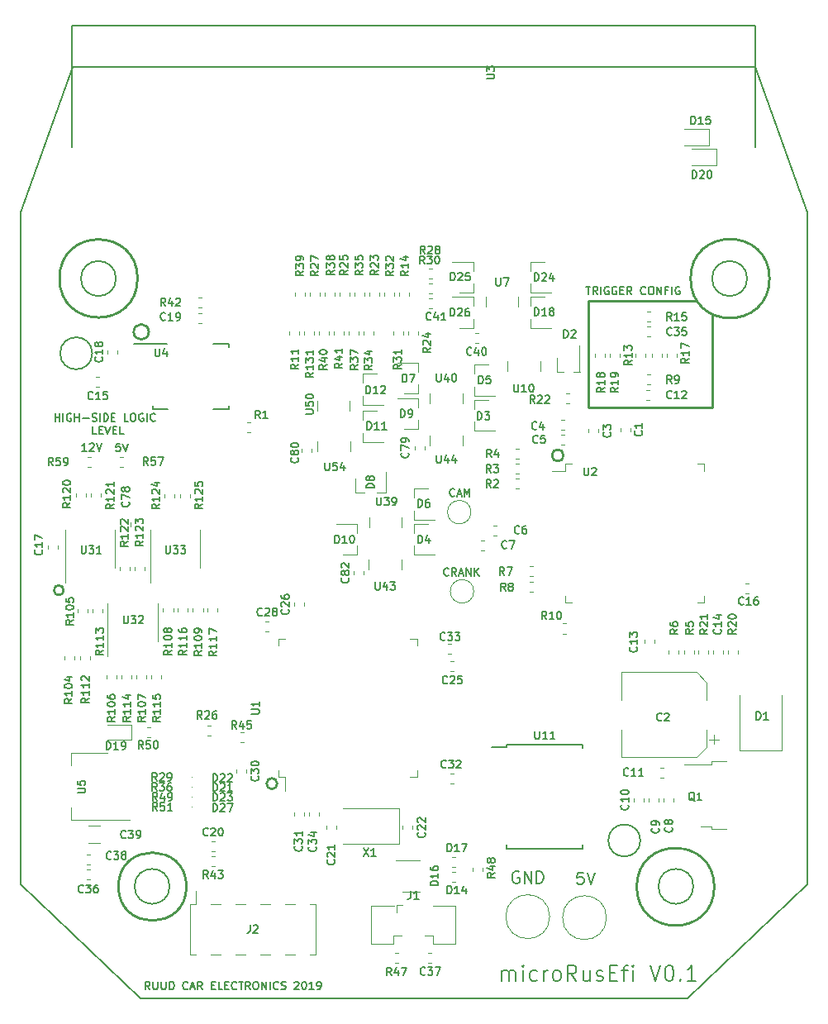
<source format=gbr>
G04 #@! TF.GenerationSoftware,KiCad,Pcbnew,(5.1.0-rc2-21-g16b3c80a7)*
G04 #@! TF.CreationDate,2019-06-05T23:58:20+02:00*
G04 #@! TF.ProjectId,microRusEfi,6d696372-6f52-4757-9345-66692e6b6963,R0.1*
G04 #@! TF.SameCoordinates,Original*
G04 #@! TF.FileFunction,Legend,Top*
G04 #@! TF.FilePolarity,Positive*
%FSLAX46Y46*%
G04 Gerber Fmt 4.6, Leading zero omitted, Abs format (unit mm)*
G04 Created by KiCad (PCBNEW (5.1.0-rc2-21-g16b3c80a7)) date 2019-06-05 23:58:20*
%MOMM*%
%LPD*%
G04 APERTURE LIST*
%ADD10C,0.130000*%
%ADD11C,0.200000*%
%ADD12C,0.160000*%
%ADD13C,0.250000*%
%ADD14C,0.100000*%
%ADD15C,0.120000*%
%ADD16C,0.150000*%
G04 APERTURE END LIST*
D10*
X65043119Y-64547714D02*
X65005023Y-64585809D01*
X64890738Y-64623904D01*
X64814547Y-64623904D01*
X64700261Y-64585809D01*
X64624071Y-64509619D01*
X64585976Y-64433428D01*
X64547880Y-64281047D01*
X64547880Y-64166761D01*
X64585976Y-64014380D01*
X64624071Y-63938190D01*
X64700261Y-63862000D01*
X64814547Y-63823904D01*
X64890738Y-63823904D01*
X65005023Y-63862000D01*
X65043119Y-63900095D01*
X65347880Y-64395333D02*
X65728833Y-64395333D01*
X65271690Y-64623904D02*
X65538357Y-63823904D01*
X65805023Y-64623904D01*
X66071690Y-64623904D02*
X66071690Y-63823904D01*
X66338357Y-64395333D01*
X66605023Y-63823904D01*
X66605023Y-64623904D01*
X64420914Y-72675714D02*
X64382819Y-72713809D01*
X64268533Y-72751904D01*
X64192342Y-72751904D01*
X64078057Y-72713809D01*
X64001866Y-72637619D01*
X63963771Y-72561428D01*
X63925676Y-72409047D01*
X63925676Y-72294761D01*
X63963771Y-72142380D01*
X64001866Y-72066190D01*
X64078057Y-71990000D01*
X64192342Y-71951904D01*
X64268533Y-71951904D01*
X64382819Y-71990000D01*
X64420914Y-72028095D01*
X65220914Y-72751904D02*
X64954247Y-72370952D01*
X64763771Y-72751904D02*
X64763771Y-71951904D01*
X65068533Y-71951904D01*
X65144723Y-71990000D01*
X65182819Y-72028095D01*
X65220914Y-72104285D01*
X65220914Y-72218571D01*
X65182819Y-72294761D01*
X65144723Y-72332857D01*
X65068533Y-72370952D01*
X64763771Y-72370952D01*
X65525676Y-72523333D02*
X65906628Y-72523333D01*
X65449485Y-72751904D02*
X65716152Y-71951904D01*
X65982819Y-72751904D01*
X66249485Y-72751904D02*
X66249485Y-71951904D01*
X66706628Y-72751904D01*
X66706628Y-71951904D01*
X67087580Y-72751904D02*
X67087580Y-71951904D01*
X67544723Y-72751904D02*
X67201866Y-72294761D01*
X67544723Y-71951904D02*
X67087580Y-72409047D01*
D11*
X20600000Y-35538500D02*
X25895900Y-20600000D01*
X32844596Y-116072400D02*
X20601600Y-104381342D01*
X101188000Y-35538500D02*
X95841300Y-20600000D01*
X101189600Y-104381342D02*
X88946604Y-116072400D01*
D10*
X33833866Y-115119104D02*
X33567200Y-114738152D01*
X33376723Y-115119104D02*
X33376723Y-114319104D01*
X33681485Y-114319104D01*
X33757676Y-114357200D01*
X33795771Y-114395295D01*
X33833866Y-114471485D01*
X33833866Y-114585771D01*
X33795771Y-114661961D01*
X33757676Y-114700057D01*
X33681485Y-114738152D01*
X33376723Y-114738152D01*
X34176723Y-114319104D02*
X34176723Y-114966723D01*
X34214819Y-115042914D01*
X34252914Y-115081009D01*
X34329104Y-115119104D01*
X34481485Y-115119104D01*
X34557676Y-115081009D01*
X34595771Y-115042914D01*
X34633866Y-114966723D01*
X34633866Y-114319104D01*
X35014819Y-114319104D02*
X35014819Y-114966723D01*
X35052914Y-115042914D01*
X35091009Y-115081009D01*
X35167200Y-115119104D01*
X35319580Y-115119104D01*
X35395771Y-115081009D01*
X35433866Y-115042914D01*
X35471961Y-114966723D01*
X35471961Y-114319104D01*
X35852914Y-115119104D02*
X35852914Y-114319104D01*
X36043390Y-114319104D01*
X36157676Y-114357200D01*
X36233866Y-114433390D01*
X36271961Y-114509580D01*
X36310057Y-114661961D01*
X36310057Y-114776247D01*
X36271961Y-114928628D01*
X36233866Y-115004819D01*
X36157676Y-115081009D01*
X36043390Y-115119104D01*
X35852914Y-115119104D01*
X37719580Y-115042914D02*
X37681485Y-115081009D01*
X37567200Y-115119104D01*
X37491009Y-115119104D01*
X37376723Y-115081009D01*
X37300533Y-115004819D01*
X37262438Y-114928628D01*
X37224342Y-114776247D01*
X37224342Y-114661961D01*
X37262438Y-114509580D01*
X37300533Y-114433390D01*
X37376723Y-114357200D01*
X37491009Y-114319104D01*
X37567200Y-114319104D01*
X37681485Y-114357200D01*
X37719580Y-114395295D01*
X38024342Y-114890533D02*
X38405295Y-114890533D01*
X37948152Y-115119104D02*
X38214819Y-114319104D01*
X38481485Y-115119104D01*
X39205295Y-115119104D02*
X38938628Y-114738152D01*
X38748152Y-115119104D02*
X38748152Y-114319104D01*
X39052914Y-114319104D01*
X39129104Y-114357200D01*
X39167200Y-114395295D01*
X39205295Y-114471485D01*
X39205295Y-114585771D01*
X39167200Y-114661961D01*
X39129104Y-114700057D01*
X39052914Y-114738152D01*
X38748152Y-114738152D01*
X40157676Y-114700057D02*
X40424342Y-114700057D01*
X40538628Y-115119104D02*
X40157676Y-115119104D01*
X40157676Y-114319104D01*
X40538628Y-114319104D01*
X41262438Y-115119104D02*
X40881485Y-115119104D01*
X40881485Y-114319104D01*
X41529104Y-114700057D02*
X41795771Y-114700057D01*
X41910057Y-115119104D02*
X41529104Y-115119104D01*
X41529104Y-114319104D01*
X41910057Y-114319104D01*
X42710057Y-115042914D02*
X42671961Y-115081009D01*
X42557676Y-115119104D01*
X42481485Y-115119104D01*
X42367200Y-115081009D01*
X42291009Y-115004819D01*
X42252914Y-114928628D01*
X42214819Y-114776247D01*
X42214819Y-114661961D01*
X42252914Y-114509580D01*
X42291009Y-114433390D01*
X42367200Y-114357200D01*
X42481485Y-114319104D01*
X42557676Y-114319104D01*
X42671961Y-114357200D01*
X42710057Y-114395295D01*
X42938628Y-114319104D02*
X43395771Y-114319104D01*
X43167200Y-115119104D02*
X43167200Y-114319104D01*
X44119580Y-115119104D02*
X43852914Y-114738152D01*
X43662438Y-115119104D02*
X43662438Y-114319104D01*
X43967200Y-114319104D01*
X44043390Y-114357200D01*
X44081485Y-114395295D01*
X44119580Y-114471485D01*
X44119580Y-114585771D01*
X44081485Y-114661961D01*
X44043390Y-114700057D01*
X43967200Y-114738152D01*
X43662438Y-114738152D01*
X44614819Y-114319104D02*
X44767200Y-114319104D01*
X44843390Y-114357200D01*
X44919580Y-114433390D01*
X44957676Y-114585771D01*
X44957676Y-114852438D01*
X44919580Y-115004819D01*
X44843390Y-115081009D01*
X44767200Y-115119104D01*
X44614819Y-115119104D01*
X44538628Y-115081009D01*
X44462438Y-115004819D01*
X44424342Y-114852438D01*
X44424342Y-114585771D01*
X44462438Y-114433390D01*
X44538628Y-114357200D01*
X44614819Y-114319104D01*
X45300533Y-115119104D02*
X45300533Y-114319104D01*
X45757676Y-115119104D01*
X45757676Y-114319104D01*
X46138628Y-115119104D02*
X46138628Y-114319104D01*
X46976723Y-115042914D02*
X46938628Y-115081009D01*
X46824342Y-115119104D01*
X46748152Y-115119104D01*
X46633866Y-115081009D01*
X46557676Y-115004819D01*
X46519580Y-114928628D01*
X46481485Y-114776247D01*
X46481485Y-114661961D01*
X46519580Y-114509580D01*
X46557676Y-114433390D01*
X46633866Y-114357200D01*
X46748152Y-114319104D01*
X46824342Y-114319104D01*
X46938628Y-114357200D01*
X46976723Y-114395295D01*
X47281485Y-115081009D02*
X47395771Y-115119104D01*
X47586247Y-115119104D01*
X47662438Y-115081009D01*
X47700533Y-115042914D01*
X47738628Y-114966723D01*
X47738628Y-114890533D01*
X47700533Y-114814342D01*
X47662438Y-114776247D01*
X47586247Y-114738152D01*
X47433866Y-114700057D01*
X47357676Y-114661961D01*
X47319580Y-114623866D01*
X47281485Y-114547676D01*
X47281485Y-114471485D01*
X47319580Y-114395295D01*
X47357676Y-114357200D01*
X47433866Y-114319104D01*
X47624342Y-114319104D01*
X47738628Y-114357200D01*
X48652914Y-114395295D02*
X48691009Y-114357200D01*
X48767200Y-114319104D01*
X48957676Y-114319104D01*
X49033866Y-114357200D01*
X49071961Y-114395295D01*
X49110057Y-114471485D01*
X49110057Y-114547676D01*
X49071961Y-114661961D01*
X48614819Y-115119104D01*
X49110057Y-115119104D01*
X49605295Y-114319104D02*
X49681485Y-114319104D01*
X49757676Y-114357200D01*
X49795771Y-114395295D01*
X49833866Y-114471485D01*
X49871961Y-114623866D01*
X49871961Y-114814342D01*
X49833866Y-114966723D01*
X49795771Y-115042914D01*
X49757676Y-115081009D01*
X49681485Y-115119104D01*
X49605295Y-115119104D01*
X49529104Y-115081009D01*
X49491009Y-115042914D01*
X49452914Y-114966723D01*
X49414819Y-114814342D01*
X49414819Y-114623866D01*
X49452914Y-114471485D01*
X49491009Y-114395295D01*
X49529104Y-114357200D01*
X49605295Y-114319104D01*
X50633866Y-115119104D02*
X50176723Y-115119104D01*
X50405295Y-115119104D02*
X50405295Y-114319104D01*
X50329104Y-114433390D01*
X50252914Y-114509580D01*
X50176723Y-114547676D01*
X51014819Y-115119104D02*
X51167200Y-115119104D01*
X51243390Y-115081009D01*
X51281485Y-115042914D01*
X51357676Y-114928628D01*
X51395771Y-114776247D01*
X51395771Y-114471485D01*
X51357676Y-114395295D01*
X51319580Y-114357200D01*
X51243390Y-114319104D01*
X51091009Y-114319104D01*
X51014819Y-114357200D01*
X50976723Y-114395295D01*
X50938628Y-114471485D01*
X50938628Y-114661961D01*
X50976723Y-114738152D01*
X51014819Y-114776247D01*
X51091009Y-114814342D01*
X51243390Y-114814342D01*
X51319580Y-114776247D01*
X51357676Y-114738152D01*
X51395771Y-114661961D01*
D11*
X69912238Y-114262609D02*
X69912238Y-113195942D01*
X69912238Y-113348323D02*
X69988428Y-113272133D01*
X70140809Y-113195942D01*
X70369380Y-113195942D01*
X70521761Y-113272133D01*
X70597952Y-113424514D01*
X70597952Y-114262609D01*
X70597952Y-113424514D02*
X70674142Y-113272133D01*
X70826523Y-113195942D01*
X71055095Y-113195942D01*
X71207476Y-113272133D01*
X71283666Y-113424514D01*
X71283666Y-114262609D01*
X72045571Y-114262609D02*
X72045571Y-113195942D01*
X72045571Y-112662609D02*
X71969380Y-112738800D01*
X72045571Y-112814990D01*
X72121761Y-112738800D01*
X72045571Y-112662609D01*
X72045571Y-112814990D01*
X73493190Y-114186419D02*
X73340809Y-114262609D01*
X73036047Y-114262609D01*
X72883666Y-114186419D01*
X72807476Y-114110228D01*
X72731285Y-113957847D01*
X72731285Y-113500704D01*
X72807476Y-113348323D01*
X72883666Y-113272133D01*
X73036047Y-113195942D01*
X73340809Y-113195942D01*
X73493190Y-113272133D01*
X74178904Y-114262609D02*
X74178904Y-113195942D01*
X74178904Y-113500704D02*
X74255095Y-113348323D01*
X74331285Y-113272133D01*
X74483666Y-113195942D01*
X74636047Y-113195942D01*
X75397952Y-114262609D02*
X75245571Y-114186419D01*
X75169380Y-114110228D01*
X75093190Y-113957847D01*
X75093190Y-113500704D01*
X75169380Y-113348323D01*
X75245571Y-113272133D01*
X75397952Y-113195942D01*
X75626523Y-113195942D01*
X75778904Y-113272133D01*
X75855095Y-113348323D01*
X75931285Y-113500704D01*
X75931285Y-113957847D01*
X75855095Y-114110228D01*
X75778904Y-114186419D01*
X75626523Y-114262609D01*
X75397952Y-114262609D01*
X77531285Y-114262609D02*
X76997952Y-113500704D01*
X76617000Y-114262609D02*
X76617000Y-112662609D01*
X77226523Y-112662609D01*
X77378904Y-112738800D01*
X77455095Y-112814990D01*
X77531285Y-112967371D01*
X77531285Y-113195942D01*
X77455095Y-113348323D01*
X77378904Y-113424514D01*
X77226523Y-113500704D01*
X76617000Y-113500704D01*
X78902714Y-113195942D02*
X78902714Y-114262609D01*
X78217000Y-113195942D02*
X78217000Y-114034038D01*
X78293190Y-114186419D01*
X78445571Y-114262609D01*
X78674142Y-114262609D01*
X78826523Y-114186419D01*
X78902714Y-114110228D01*
X79588428Y-114186419D02*
X79740809Y-114262609D01*
X80045571Y-114262609D01*
X80197952Y-114186419D01*
X80274142Y-114034038D01*
X80274142Y-113957847D01*
X80197952Y-113805466D01*
X80045571Y-113729276D01*
X79817000Y-113729276D01*
X79664619Y-113653085D01*
X79588428Y-113500704D01*
X79588428Y-113424514D01*
X79664619Y-113272133D01*
X79817000Y-113195942D01*
X80045571Y-113195942D01*
X80197952Y-113272133D01*
X80959857Y-113424514D02*
X81493190Y-113424514D01*
X81721761Y-114262609D02*
X80959857Y-114262609D01*
X80959857Y-112662609D01*
X81721761Y-112662609D01*
X82178904Y-113195942D02*
X82788428Y-113195942D01*
X82407476Y-114262609D02*
X82407476Y-112891180D01*
X82483666Y-112738800D01*
X82636047Y-112662609D01*
X82788428Y-112662609D01*
X83321761Y-114262609D02*
X83321761Y-113195942D01*
X83321761Y-112662609D02*
X83245571Y-112738800D01*
X83321761Y-112814990D01*
X83397952Y-112738800D01*
X83321761Y-112662609D01*
X83321761Y-112814990D01*
X85074142Y-112662609D02*
X85607476Y-114262609D01*
X86140809Y-112662609D01*
X86978904Y-112662609D02*
X87131285Y-112662609D01*
X87283666Y-112738800D01*
X87359857Y-112814990D01*
X87436047Y-112967371D01*
X87512238Y-113272133D01*
X87512238Y-113653085D01*
X87436047Y-113957847D01*
X87359857Y-114110228D01*
X87283666Y-114186419D01*
X87131285Y-114262609D01*
X86978904Y-114262609D01*
X86826523Y-114186419D01*
X86750333Y-114110228D01*
X86674142Y-113957847D01*
X86597952Y-113653085D01*
X86597952Y-113272133D01*
X86674142Y-112967371D01*
X86750333Y-112814990D01*
X86826523Y-112738800D01*
X86978904Y-112662609D01*
X88197952Y-114110228D02*
X88274142Y-114186419D01*
X88197952Y-114262609D01*
X88121761Y-114186419D01*
X88197952Y-114110228D01*
X88197952Y-114262609D01*
X89797952Y-114262609D02*
X88883666Y-114262609D01*
X89340809Y-114262609D02*
X89340809Y-112662609D01*
X89188428Y-112891180D01*
X89036047Y-113043561D01*
X88883666Y-113119752D01*
X25895900Y-20600000D02*
X95841300Y-20600000D01*
D12*
X78242228Y-103140757D02*
X77670800Y-103140757D01*
X77613657Y-103712185D01*
X77670800Y-103655042D01*
X77785085Y-103597900D01*
X78070800Y-103597900D01*
X78185085Y-103655042D01*
X78242228Y-103712185D01*
X78299371Y-103826471D01*
X78299371Y-104112185D01*
X78242228Y-104226471D01*
X78185085Y-104283614D01*
X78070800Y-104340757D01*
X77785085Y-104340757D01*
X77670800Y-104283614D01*
X77613657Y-104226471D01*
X78642228Y-103140757D02*
X79042228Y-104340757D01*
X79442228Y-103140757D01*
D13*
X91501000Y-55499800D02*
X91501000Y-45974800D01*
X78801000Y-55499800D02*
X91501000Y-55499800D01*
X78801000Y-44577800D02*
X78801000Y-55499800D01*
X78801000Y-44577800D02*
X89850000Y-44577800D01*
D11*
X101188000Y-35538500D02*
X101189600Y-104381342D01*
X20600000Y-35538500D02*
X20601600Y-104381342D01*
D10*
X30784819Y-59213804D02*
X30403866Y-59213804D01*
X30365771Y-59594757D01*
X30403866Y-59556661D01*
X30480057Y-59518566D01*
X30670533Y-59518566D01*
X30746723Y-59556661D01*
X30784819Y-59594757D01*
X30822914Y-59670947D01*
X30822914Y-59861423D01*
X30784819Y-59937614D01*
X30746723Y-59975709D01*
X30670533Y-60013804D01*
X30480057Y-60013804D01*
X30403866Y-59975709D01*
X30365771Y-59937614D01*
X31051485Y-59213804D02*
X31318152Y-60013804D01*
X31584819Y-59213804D01*
D11*
X84085800Y-99870300D02*
G75*
G03X84085800Y-99870300I-1638300J0D01*
G01*
X32844596Y-116072400D02*
X88946604Y-116072400D01*
X27926400Y-49959301D02*
G75*
G03X27926400Y-49959301I-1638300J0D01*
G01*
X89521400Y-104569300D02*
G75*
G03X89521400Y-104569300I-1790700J0D01*
G01*
X95020499Y-42301200D02*
G75*
G03X95020499Y-42301200I-1790700J0D01*
G01*
X30352101Y-42301200D02*
G75*
G03X30352101Y-42301200I-1790700J0D01*
G01*
X35851200Y-104569300D02*
G75*
G03X35851200Y-104569300I-1790700J0D01*
G01*
D12*
X71638314Y-103096300D02*
X71524028Y-103039157D01*
X71352600Y-103039157D01*
X71181171Y-103096300D01*
X71066885Y-103210585D01*
X71009742Y-103324871D01*
X70952600Y-103553442D01*
X70952600Y-103724871D01*
X71009742Y-103953442D01*
X71066885Y-104067728D01*
X71181171Y-104182014D01*
X71352600Y-104239157D01*
X71466885Y-104239157D01*
X71638314Y-104182014D01*
X71695457Y-104124871D01*
X71695457Y-103724871D01*
X71466885Y-103724871D01*
X72209742Y-104239157D02*
X72209742Y-103039157D01*
X72895457Y-104239157D01*
X72895457Y-103039157D01*
X73466885Y-104239157D02*
X73466885Y-103039157D01*
X73752600Y-103039157D01*
X73924028Y-103096300D01*
X74038314Y-103210585D01*
X74095457Y-103324871D01*
X74152600Y-103553442D01*
X74152600Y-103724871D01*
X74095457Y-103953442D01*
X74038314Y-104067728D01*
X73924028Y-104182014D01*
X73752600Y-104239157D01*
X73466885Y-104239157D01*
D13*
X33729116Y-47765916D02*
G75*
G03X33729116Y-47765916I-775116J0D01*
G01*
X46885901Y-94044300D02*
G75*
G03X46885901Y-94044300I-546248J0D01*
G01*
X25004451Y-74232300D02*
G75*
G03X25004451Y-74232300I-495951J0D01*
G01*
X76225058Y-60416857D02*
G75*
G03X76225058Y-60416857I-599058J0D01*
G01*
D10*
X78515857Y-43123704D02*
X78973000Y-43123704D01*
X78744428Y-43923704D02*
X78744428Y-43123704D01*
X79696809Y-43923704D02*
X79430142Y-43542752D01*
X79239666Y-43923704D02*
X79239666Y-43123704D01*
X79544428Y-43123704D01*
X79620619Y-43161800D01*
X79658714Y-43199895D01*
X79696809Y-43276085D01*
X79696809Y-43390371D01*
X79658714Y-43466561D01*
X79620619Y-43504657D01*
X79544428Y-43542752D01*
X79239666Y-43542752D01*
X80039666Y-43923704D02*
X80039666Y-43123704D01*
X80839666Y-43161800D02*
X80763476Y-43123704D01*
X80649190Y-43123704D01*
X80534904Y-43161800D01*
X80458714Y-43237990D01*
X80420619Y-43314180D01*
X80382523Y-43466561D01*
X80382523Y-43580847D01*
X80420619Y-43733228D01*
X80458714Y-43809419D01*
X80534904Y-43885609D01*
X80649190Y-43923704D01*
X80725380Y-43923704D01*
X80839666Y-43885609D01*
X80877761Y-43847514D01*
X80877761Y-43580847D01*
X80725380Y-43580847D01*
X81639666Y-43161800D02*
X81563476Y-43123704D01*
X81449190Y-43123704D01*
X81334904Y-43161800D01*
X81258714Y-43237990D01*
X81220619Y-43314180D01*
X81182523Y-43466561D01*
X81182523Y-43580847D01*
X81220619Y-43733228D01*
X81258714Y-43809419D01*
X81334904Y-43885609D01*
X81449190Y-43923704D01*
X81525380Y-43923704D01*
X81639666Y-43885609D01*
X81677761Y-43847514D01*
X81677761Y-43580847D01*
X81525380Y-43580847D01*
X82020619Y-43504657D02*
X82287285Y-43504657D01*
X82401571Y-43923704D02*
X82020619Y-43923704D01*
X82020619Y-43123704D01*
X82401571Y-43123704D01*
X83201571Y-43923704D02*
X82934904Y-43542752D01*
X82744428Y-43923704D02*
X82744428Y-43123704D01*
X83049190Y-43123704D01*
X83125380Y-43161800D01*
X83163476Y-43199895D01*
X83201571Y-43276085D01*
X83201571Y-43390371D01*
X83163476Y-43466561D01*
X83125380Y-43504657D01*
X83049190Y-43542752D01*
X82744428Y-43542752D01*
X84611095Y-43847514D02*
X84573000Y-43885609D01*
X84458714Y-43923704D01*
X84382523Y-43923704D01*
X84268238Y-43885609D01*
X84192047Y-43809419D01*
X84153952Y-43733228D01*
X84115857Y-43580847D01*
X84115857Y-43466561D01*
X84153952Y-43314180D01*
X84192047Y-43237990D01*
X84268238Y-43161800D01*
X84382523Y-43123704D01*
X84458714Y-43123704D01*
X84573000Y-43161800D01*
X84611095Y-43199895D01*
X85106333Y-43123704D02*
X85258714Y-43123704D01*
X85334904Y-43161800D01*
X85411095Y-43237990D01*
X85449190Y-43390371D01*
X85449190Y-43657038D01*
X85411095Y-43809419D01*
X85334904Y-43885609D01*
X85258714Y-43923704D01*
X85106333Y-43923704D01*
X85030142Y-43885609D01*
X84953952Y-43809419D01*
X84915857Y-43657038D01*
X84915857Y-43390371D01*
X84953952Y-43237990D01*
X85030142Y-43161800D01*
X85106333Y-43123704D01*
X85792047Y-43923704D02*
X85792047Y-43123704D01*
X86249190Y-43923704D01*
X86249190Y-43123704D01*
X86896809Y-43504657D02*
X86630142Y-43504657D01*
X86630142Y-43923704D02*
X86630142Y-43123704D01*
X87011095Y-43123704D01*
X87315857Y-43923704D02*
X87315857Y-43123704D01*
X88115857Y-43161800D02*
X88039666Y-43123704D01*
X87925380Y-43123704D01*
X87811095Y-43161800D01*
X87734904Y-43237990D01*
X87696809Y-43314180D01*
X87658714Y-43466561D01*
X87658714Y-43580847D01*
X87696809Y-43733228D01*
X87734904Y-43809419D01*
X87811095Y-43885609D01*
X87925380Y-43923704D01*
X88001571Y-43923704D01*
X88115857Y-43885609D01*
X88153952Y-43847514D01*
X88153952Y-43580847D01*
X88001571Y-43580847D01*
X24115476Y-56911204D02*
X24115476Y-56111204D01*
X24115476Y-56492157D02*
X24572619Y-56492157D01*
X24572619Y-56911204D02*
X24572619Y-56111204D01*
X24953571Y-56911204D02*
X24953571Y-56111204D01*
X25753571Y-56149300D02*
X25677380Y-56111204D01*
X25563095Y-56111204D01*
X25448809Y-56149300D01*
X25372619Y-56225490D01*
X25334523Y-56301680D01*
X25296428Y-56454061D01*
X25296428Y-56568347D01*
X25334523Y-56720728D01*
X25372619Y-56796919D01*
X25448809Y-56873109D01*
X25563095Y-56911204D01*
X25639285Y-56911204D01*
X25753571Y-56873109D01*
X25791666Y-56835014D01*
X25791666Y-56568347D01*
X25639285Y-56568347D01*
X26134523Y-56911204D02*
X26134523Y-56111204D01*
X26134523Y-56492157D02*
X26591666Y-56492157D01*
X26591666Y-56911204D02*
X26591666Y-56111204D01*
X26972619Y-56606442D02*
X27582142Y-56606442D01*
X27925000Y-56873109D02*
X28039285Y-56911204D01*
X28229761Y-56911204D01*
X28305952Y-56873109D01*
X28344047Y-56835014D01*
X28382142Y-56758823D01*
X28382142Y-56682633D01*
X28344047Y-56606442D01*
X28305952Y-56568347D01*
X28229761Y-56530252D01*
X28077380Y-56492157D01*
X28001190Y-56454061D01*
X27963095Y-56415966D01*
X27925000Y-56339776D01*
X27925000Y-56263585D01*
X27963095Y-56187395D01*
X28001190Y-56149300D01*
X28077380Y-56111204D01*
X28267857Y-56111204D01*
X28382142Y-56149300D01*
X28725000Y-56911204D02*
X28725000Y-56111204D01*
X29105952Y-56911204D02*
X29105952Y-56111204D01*
X29296428Y-56111204D01*
X29410714Y-56149300D01*
X29486904Y-56225490D01*
X29525000Y-56301680D01*
X29563095Y-56454061D01*
X29563095Y-56568347D01*
X29525000Y-56720728D01*
X29486904Y-56796919D01*
X29410714Y-56873109D01*
X29296428Y-56911204D01*
X29105952Y-56911204D01*
X29905952Y-56492157D02*
X30172619Y-56492157D01*
X30286904Y-56911204D02*
X29905952Y-56911204D01*
X29905952Y-56111204D01*
X30286904Y-56111204D01*
X31620238Y-56911204D02*
X31239285Y-56911204D01*
X31239285Y-56111204D01*
X32039285Y-56111204D02*
X32191666Y-56111204D01*
X32267857Y-56149300D01*
X32344047Y-56225490D01*
X32382142Y-56377871D01*
X32382142Y-56644538D01*
X32344047Y-56796919D01*
X32267857Y-56873109D01*
X32191666Y-56911204D01*
X32039285Y-56911204D01*
X31963095Y-56873109D01*
X31886904Y-56796919D01*
X31848809Y-56644538D01*
X31848809Y-56377871D01*
X31886904Y-56225490D01*
X31963095Y-56149300D01*
X32039285Y-56111204D01*
X33144047Y-56149300D02*
X33067857Y-56111204D01*
X32953571Y-56111204D01*
X32839285Y-56149300D01*
X32763095Y-56225490D01*
X32725000Y-56301680D01*
X32686904Y-56454061D01*
X32686904Y-56568347D01*
X32725000Y-56720728D01*
X32763095Y-56796919D01*
X32839285Y-56873109D01*
X32953571Y-56911204D01*
X33029761Y-56911204D01*
X33144047Y-56873109D01*
X33182142Y-56835014D01*
X33182142Y-56568347D01*
X33029761Y-56568347D01*
X33525000Y-56911204D02*
X33525000Y-56111204D01*
X34363095Y-56835014D02*
X34325000Y-56873109D01*
X34210714Y-56911204D01*
X34134523Y-56911204D01*
X34020238Y-56873109D01*
X33944047Y-56796919D01*
X33905952Y-56720728D01*
X33867857Y-56568347D01*
X33867857Y-56454061D01*
X33905952Y-56301680D01*
X33944047Y-56225490D01*
X34020238Y-56149300D01*
X34134523Y-56111204D01*
X34210714Y-56111204D01*
X34325000Y-56149300D01*
X34363095Y-56187395D01*
X28382142Y-58241204D02*
X28001190Y-58241204D01*
X28001190Y-57441204D01*
X28648809Y-57822157D02*
X28915476Y-57822157D01*
X29029761Y-58241204D02*
X28648809Y-58241204D01*
X28648809Y-57441204D01*
X29029761Y-57441204D01*
X29258333Y-57441204D02*
X29525000Y-58241204D01*
X29791666Y-57441204D01*
X30058333Y-57822157D02*
X30325000Y-57822157D01*
X30439285Y-58241204D02*
X30058333Y-58241204D01*
X30058333Y-57441204D01*
X30439285Y-57441204D01*
X31163095Y-58241204D02*
X30782142Y-58241204D01*
X30782142Y-57441204D01*
X27355861Y-59988404D02*
X26898719Y-59988404D01*
X27127290Y-59988404D02*
X27127290Y-59188404D01*
X27051100Y-59302690D01*
X26974909Y-59378880D01*
X26898719Y-59416976D01*
X27660623Y-59264595D02*
X27698719Y-59226500D01*
X27774909Y-59188404D01*
X27965385Y-59188404D01*
X28041576Y-59226500D01*
X28079671Y-59264595D01*
X28117766Y-59340785D01*
X28117766Y-59416976D01*
X28079671Y-59531261D01*
X27622528Y-59988404D01*
X28117766Y-59988404D01*
X28346338Y-59188404D02*
X28613004Y-59988404D01*
X28879671Y-59188404D01*
D13*
X91661533Y-104615268D02*
G75*
G03X91661533Y-104615268I-3970533J0D01*
G01*
X37584301Y-104590500D02*
G75*
G03X37584301Y-104590500I-3487301J0D01*
G01*
X32570963Y-42293837D02*
G75*
G03X32570963Y-42293837I-3998463J0D01*
G01*
X97322709Y-42306308D02*
G75*
G03X97322709Y-42306308I-4043709J0D01*
G01*
D14*
X38139500Y-96456500D02*
G75*
G03X38139500Y-96456500I-50000J0D01*
G01*
X38139500Y-95440500D02*
G75*
G03X38139500Y-95440500I-50000J0D01*
G01*
X38139500Y-93408500D02*
G75*
G03X38139500Y-93408500I-50000J0D01*
G01*
X38139500Y-94424500D02*
G75*
G03X38139500Y-94424500I-50000J0D01*
G01*
D15*
X40049267Y-88136000D02*
X39706733Y-88136000D01*
X40049267Y-89156000D02*
X39706733Y-89156000D01*
X66732000Y-66230500D02*
G75*
G03X66732000Y-66230500I-1200000J0D01*
G01*
X67022800Y-74345800D02*
G75*
G03X67022800Y-74345800I-1200000J0D01*
G01*
D16*
X70407300Y-90314300D02*
X68882300Y-90314300D01*
X70407300Y-100689300D02*
X78157300Y-100689300D01*
X70407300Y-90039300D02*
X78157300Y-90039300D01*
X70407300Y-100689300D02*
X70407300Y-100334300D01*
X78157300Y-100689300D02*
X78157300Y-100334300D01*
X78157300Y-90039300D02*
X78157300Y-90394300D01*
X70407300Y-90039300D02*
X70407300Y-90314300D01*
D15*
X27438533Y-61597000D02*
X27781067Y-61597000D01*
X27438533Y-60577000D02*
X27781067Y-60577000D01*
X30791333Y-61597000D02*
X31133867Y-61597000D01*
X30791333Y-60577000D02*
X31133867Y-60577000D01*
X25760800Y-90901000D02*
X25760800Y-92161000D01*
X25760800Y-97721000D02*
X25760800Y-96461000D01*
X29520800Y-90901000D02*
X25760800Y-90901000D01*
X31770800Y-97721000D02*
X25760800Y-97721000D01*
X62782267Y-42822400D02*
X62439733Y-42822400D01*
X62782267Y-43842400D02*
X62439733Y-43842400D01*
X62414333Y-42318400D02*
X62756867Y-42318400D01*
X62414333Y-41298400D02*
X62756867Y-41298400D01*
X62782267Y-44346400D02*
X62439733Y-44346400D01*
X62782267Y-45366400D02*
X62439733Y-45366400D01*
X37974000Y-111592200D02*
X37974000Y-106392200D01*
X37974000Y-106392200D02*
X38544000Y-106392200D01*
X40064000Y-106392200D02*
X41084000Y-106392200D01*
X42604000Y-106392200D02*
X43624000Y-106392200D01*
X45144000Y-106392200D02*
X46164000Y-106392200D01*
X47684000Y-106392200D02*
X48704000Y-106392200D01*
X50224000Y-106392200D02*
X50794000Y-106392200D01*
X50794000Y-111592200D02*
X50794000Y-106392200D01*
X37974000Y-111592200D02*
X38544000Y-111592200D01*
X40064000Y-111592200D02*
X41084000Y-111592200D01*
X42604000Y-111592200D02*
X43624000Y-111592200D01*
X45144000Y-111592200D02*
X46164000Y-111592200D01*
X47684000Y-111592200D02*
X48704000Y-111592200D01*
X50224000Y-111592200D02*
X50794000Y-111592200D01*
X38544000Y-106392200D02*
X38544000Y-105032200D01*
D11*
X95832000Y-16372200D02*
X95832000Y-28855200D01*
X25832000Y-16372200D02*
X25832000Y-28855200D01*
X95832000Y-16372200D02*
X25832000Y-16372200D01*
D15*
X27525936Y-100148600D02*
X28730064Y-100148600D01*
X27525936Y-98328600D02*
X28730064Y-98328600D01*
X27387733Y-103888000D02*
X27730267Y-103888000D01*
X27387733Y-102868000D02*
X27730267Y-102868000D01*
X85131767Y-46675300D02*
X84789233Y-46675300D01*
X85131767Y-45655300D02*
X84789233Y-45655300D01*
X85131767Y-48199300D02*
X84789233Y-48199300D01*
X85131767Y-47179300D02*
X84789233Y-47179300D01*
X61196800Y-79874600D02*
X61196800Y-79174600D01*
X61196800Y-79174600D02*
X60496800Y-79174600D01*
X61196800Y-92694600D02*
X61196800Y-93394600D01*
X61196800Y-93394600D02*
X60496800Y-93394600D01*
X46976800Y-79874600D02*
X46976800Y-79174600D01*
X46976800Y-79174600D02*
X47676800Y-79174600D01*
X46976800Y-92694600D02*
X46976800Y-93394600D01*
X46976800Y-93394600D02*
X47676800Y-93394600D01*
X47676800Y-93394600D02*
X47676800Y-94759600D01*
X65129267Y-102555300D02*
X64786733Y-102555300D01*
X65129267Y-101535300D02*
X64786733Y-101535300D01*
X67944500Y-102636033D02*
X67944500Y-102978567D01*
X66924500Y-102636033D02*
X66924500Y-102978567D01*
X59287267Y-112397800D02*
X58944733Y-112397800D01*
X59287267Y-111377800D02*
X58944733Y-111377800D01*
X43475767Y-89791800D02*
X43133233Y-89791800D01*
X43475767Y-88771800D02*
X43133233Y-88771800D01*
X40148733Y-101471800D02*
X40491267Y-101471800D01*
X40148733Y-102491800D02*
X40491267Y-102491800D01*
X39170267Y-45278300D02*
X38827733Y-45278300D01*
X39170267Y-44258300D02*
X38827733Y-44258300D01*
X29487000Y-89508800D02*
X31947000Y-89508800D01*
X31947000Y-89508800D02*
X31947000Y-88038800D01*
X31947000Y-88038800D02*
X29487000Y-88038800D01*
X65129267Y-104142800D02*
X64786733Y-104142800D01*
X65129267Y-103122800D02*
X64786733Y-103122800D01*
X27730267Y-102364000D02*
X27387733Y-102364000D01*
X27730267Y-101344000D02*
X27387733Y-101344000D01*
X62373733Y-111377800D02*
X62716267Y-111377800D01*
X62373733Y-112397800D02*
X62716267Y-112397800D01*
X50163000Y-97300867D02*
X50163000Y-96958333D01*
X51183000Y-97300867D02*
X51183000Y-96958333D01*
X64748267Y-80774800D02*
X64405733Y-80774800D01*
X64748267Y-79754800D02*
X64405733Y-79754800D01*
X64926067Y-94008200D02*
X64583533Y-94008200D01*
X64926067Y-92988200D02*
X64583533Y-92988200D01*
X48588200Y-97300867D02*
X48588200Y-96958333D01*
X49608200Y-97300867D02*
X49608200Y-96958333D01*
X43715400Y-92589533D02*
X43715400Y-92932067D01*
X42695400Y-92589533D02*
X42695400Y-92932067D01*
X45673233Y-77405300D02*
X46015767Y-77405300D01*
X45673233Y-78425300D02*
X46015767Y-78425300D01*
X48636500Y-75864067D02*
X48636500Y-75521533D01*
X49656500Y-75864067D02*
X49656500Y-75521533D01*
X64659733Y-81532800D02*
X65002267Y-81532800D01*
X64659733Y-82552800D02*
X65002267Y-82552800D01*
X60758800Y-98380733D02*
X60758800Y-98723267D01*
X59738800Y-98380733D02*
X59738800Y-98723267D01*
X52935600Y-98380733D02*
X52935600Y-98723267D01*
X51915600Y-98380733D02*
X51915600Y-98723267D01*
X40148733Y-99947800D02*
X40491267Y-99947800D01*
X40148733Y-100967800D02*
X40491267Y-100967800D01*
X39157767Y-46865800D02*
X38815233Y-46865800D01*
X39157767Y-45845800D02*
X38815233Y-45845800D01*
X73813500Y-50745300D02*
X73813500Y-51745300D01*
X70453500Y-50745300D02*
X70453500Y-51745300D01*
X68231000Y-45204800D02*
X68231000Y-44204800D01*
X71591000Y-45204800D02*
X71591000Y-44204800D01*
X66988000Y-47364300D02*
X66988000Y-46434300D01*
X66988000Y-44204300D02*
X66988000Y-45134300D01*
X66988000Y-44204300D02*
X64828000Y-44204300D01*
X66988000Y-47364300D02*
X65528000Y-47364300D01*
X66988000Y-43744800D02*
X66988000Y-42814800D01*
X66988000Y-40584800D02*
X66988000Y-41514800D01*
X66988000Y-40584800D02*
X64828000Y-40584800D01*
X66988000Y-43744800D02*
X65528000Y-43744800D01*
X72834000Y-40584800D02*
X72834000Y-41514800D01*
X72834000Y-43744800D02*
X72834000Y-42814800D01*
X72834000Y-43744800D02*
X74994000Y-43744800D01*
X72834000Y-40584800D02*
X74294000Y-40584800D01*
X72834000Y-44204300D02*
X72834000Y-45134300D01*
X72834000Y-47364300D02*
X72834000Y-46434300D01*
X72834000Y-47364300D02*
X74994000Y-47364300D01*
X72834000Y-44204300D02*
X74294000Y-44204300D01*
X67478767Y-48897800D02*
X67136233Y-48897800D01*
X67478767Y-47877800D02*
X67136233Y-47877800D01*
X54382500Y-59000300D02*
X54382500Y-60000300D01*
X51022500Y-59000300D02*
X51022500Y-60000300D01*
X50959000Y-55860100D02*
X50959000Y-54860100D01*
X54319000Y-55860100D02*
X54319000Y-54860100D01*
X65876000Y-58365300D02*
X65876000Y-59365300D01*
X62516000Y-58365300D02*
X62516000Y-59365300D01*
X59627600Y-71078000D02*
X59627600Y-72078000D01*
X56267600Y-71078000D02*
X56267600Y-72078000D01*
X62516000Y-55047300D02*
X62516000Y-54047300D01*
X65876000Y-55047300D02*
X65876000Y-54047300D01*
X56305700Y-67810800D02*
X56305700Y-66810800D01*
X59665700Y-67810800D02*
X59665700Y-66810800D01*
X33887267Y-89283800D02*
X33544733Y-89283800D01*
X33887267Y-88263800D02*
X33544733Y-88263800D01*
X59130500Y-107256800D02*
X59130500Y-106506800D01*
X59130500Y-106506800D02*
X59730500Y-106506800D01*
X58830500Y-106546800D02*
X56520500Y-106546800D01*
X65140500Y-106546800D02*
X65140500Y-110466800D01*
X56520500Y-110466800D02*
X58790500Y-110466800D01*
X56520500Y-106546800D02*
X56520500Y-110466800D01*
X65140500Y-110466800D02*
X62870500Y-110466800D01*
X62830500Y-106546800D02*
X65140500Y-106546800D01*
X62870500Y-109636800D02*
X62870500Y-110466800D01*
X58790500Y-109636800D02*
X58790500Y-110466800D01*
X58790500Y-109636800D02*
X59620500Y-109636800D01*
X62870500Y-109636800D02*
X62040500Y-109636800D01*
X39006500Y-69977800D02*
X39006500Y-68027800D01*
X39006500Y-69977800D02*
X39006500Y-71927800D01*
X33886500Y-69977800D02*
X33886500Y-68027800D01*
X33886500Y-69977800D02*
X33886500Y-73427800D01*
X37972500Y-64383633D02*
X37972500Y-64726167D01*
X36952500Y-64383633D02*
X36952500Y-64726167D01*
X36321500Y-64358233D02*
X36321500Y-64700767D01*
X35301500Y-64358233D02*
X35301500Y-64700767D01*
X39746500Y-76460967D02*
X39746500Y-76118433D01*
X40766500Y-76460967D02*
X40766500Y-76118433D01*
X36698500Y-76460967D02*
X36698500Y-76118433D01*
X37718500Y-76460967D02*
X37718500Y-76118433D01*
X39267900Y-76118433D02*
X39267900Y-76460967D01*
X38247900Y-76118433D02*
X38247900Y-76460967D01*
X36219900Y-76118433D02*
X36219900Y-76460967D01*
X35199900Y-76118433D02*
X35199900Y-76460967D01*
X24447000Y-69616033D02*
X24447000Y-69958567D01*
X23427000Y-69616033D02*
X23427000Y-69958567D01*
X92893200Y-91775400D02*
X91393200Y-91775400D01*
X91393200Y-91775400D02*
X91393200Y-92045400D01*
X91393200Y-92045400D02*
X88563200Y-92045400D01*
X92893200Y-98675400D02*
X91393200Y-98675400D01*
X91393200Y-98675400D02*
X91393200Y-98405400D01*
X91393200Y-98405400D02*
X90293200Y-98405400D01*
X74802600Y-107671400D02*
G75*
G03X74802600Y-107671400I-2250000J0D01*
G01*
X52674000Y-48035067D02*
X52674000Y-47692533D01*
X53694000Y-48035067D02*
X53694000Y-47692533D01*
X51176500Y-48051067D02*
X51176500Y-47708533D01*
X52196500Y-48051067D02*
X52196500Y-47708533D01*
X49735200Y-43746133D02*
X49735200Y-44088667D01*
X48715200Y-43746133D02*
X48715200Y-44088667D01*
X51737800Y-43745333D02*
X51737800Y-44087867D01*
X52757800Y-43745333D02*
X52757800Y-44087867D01*
X54224500Y-48051067D02*
X54224500Y-47708533D01*
X55244500Y-48051067D02*
X55244500Y-47708533D01*
X54792500Y-43745333D02*
X54792500Y-44087867D01*
X55812500Y-43745333D02*
X55812500Y-44087867D01*
X55748500Y-48051067D02*
X55748500Y-47708533D01*
X56768500Y-48051067D02*
X56768500Y-47708533D01*
X58864000Y-43758833D02*
X58864000Y-44101367D01*
X57844000Y-43758833D02*
X57844000Y-44101367D01*
X58799000Y-48024867D02*
X58799000Y-47682333D01*
X59819000Y-48024867D02*
X59819000Y-47682333D01*
X60323000Y-48024867D02*
X60323000Y-47682333D01*
X61343000Y-48024867D02*
X61343000Y-47682333D01*
X29523000Y-50019567D02*
X29523000Y-49677033D01*
X30543000Y-50019567D02*
X30543000Y-49677033D01*
X43768233Y-57021800D02*
X44110767Y-57021800D01*
X43768233Y-58041800D02*
X44110767Y-58041800D01*
X28680267Y-53406300D02*
X28337733Y-53406300D01*
X28680267Y-52386300D02*
X28337733Y-52386300D01*
X51259200Y-43745333D02*
X51259200Y-44087867D01*
X50239200Y-43745333D02*
X50239200Y-44087867D01*
X53261800Y-43745333D02*
X53261800Y-44087867D01*
X54281800Y-43745333D02*
X54281800Y-44087867D01*
X56320000Y-43746133D02*
X56320000Y-44088667D01*
X57340000Y-43746133D02*
X57340000Y-44088667D01*
X60388000Y-43758833D02*
X60388000Y-44101367D01*
X59368000Y-43758833D02*
X59368000Y-44101367D01*
X48128500Y-48051067D02*
X48128500Y-47708533D01*
X49148500Y-48051067D02*
X49148500Y-47708533D01*
X89910000Y-75513000D02*
X90610000Y-75513000D01*
X90610000Y-75513000D02*
X90610000Y-74813000D01*
X77090000Y-75513000D02*
X76390000Y-75513000D01*
X76390000Y-75513000D02*
X76390000Y-74813000D01*
X89910000Y-61293000D02*
X90610000Y-61293000D01*
X90610000Y-61293000D02*
X90610000Y-61993000D01*
X77090000Y-61293000D02*
X76390000Y-61293000D01*
X76390000Y-61293000D02*
X76390000Y-61993000D01*
X76390000Y-61993000D02*
X75025000Y-61993000D01*
X91898600Y-30669600D02*
X91898600Y-28969600D01*
X91898600Y-28969600D02*
X89348600Y-28969600D01*
X91898600Y-30669600D02*
X89348600Y-30669600D01*
X91111200Y-28688400D02*
X91111200Y-26988400D01*
X91111200Y-26988400D02*
X88561200Y-26988400D01*
X91111200Y-28688400D02*
X88561200Y-28688400D01*
X55625500Y-52078300D02*
X55625500Y-53008300D01*
X55625500Y-55238300D02*
X55625500Y-54308300D01*
X55625500Y-55238300D02*
X57785500Y-55238300D01*
X55625500Y-52078300D02*
X57085500Y-52078300D01*
X55625500Y-55888300D02*
X55625500Y-56818300D01*
X55625500Y-59048300D02*
X55625500Y-58118300D01*
X55625500Y-59048300D02*
X57785500Y-59048300D01*
X55625500Y-55888300D02*
X57085500Y-55888300D01*
X55088100Y-70618000D02*
X55088100Y-69688000D01*
X55088100Y-67458000D02*
X55088100Y-68388000D01*
X55088100Y-67458000D02*
X52928100Y-67458000D01*
X55088100Y-70618000D02*
X53628100Y-70618000D01*
X61336500Y-57714800D02*
X61336500Y-56784800D01*
X61336500Y-54554800D02*
X61336500Y-55484800D01*
X61336500Y-54554800D02*
X59176500Y-54554800D01*
X61336500Y-57714800D02*
X59876500Y-57714800D01*
X54858800Y-64234600D02*
X55788800Y-64234600D01*
X58018800Y-64234600D02*
X57088800Y-64234600D01*
X58018800Y-64234600D02*
X58018800Y-62074600D01*
X54858800Y-64234600D02*
X54858800Y-62774600D01*
X61336500Y-54095300D02*
X61336500Y-53165300D01*
X61336500Y-50935300D02*
X61336500Y-51865300D01*
X61336500Y-50935300D02*
X59176500Y-50935300D01*
X61336500Y-54095300D02*
X59876500Y-54095300D01*
X60870600Y-63838500D02*
X60870600Y-64768500D01*
X60870600Y-66998500D02*
X60870600Y-66068500D01*
X60870600Y-66998500D02*
X63030600Y-66998500D01*
X60870600Y-63838500D02*
X62330600Y-63838500D01*
X67055500Y-51125800D02*
X67055500Y-52055800D01*
X67055500Y-54285800D02*
X67055500Y-53355800D01*
X67055500Y-54285800D02*
X69215500Y-54285800D01*
X67055500Y-51125800D02*
X68515500Y-51125800D01*
X60870600Y-67458000D02*
X60870600Y-68388000D01*
X60870600Y-70618000D02*
X60870600Y-69688000D01*
X60870600Y-70618000D02*
X63030600Y-70618000D01*
X60870600Y-67458000D02*
X62330600Y-67458000D01*
X67055500Y-54745300D02*
X67055500Y-55675300D01*
X67055500Y-57905300D02*
X67055500Y-56975300D01*
X67055500Y-57905300D02*
X69215500Y-57905300D01*
X67055500Y-54745300D02*
X68515500Y-54745300D01*
X82188000Y-82635800D02*
X82188000Y-85485800D01*
X82188000Y-91355800D02*
X82188000Y-88505800D01*
X89843563Y-91355800D02*
X82188000Y-91355800D01*
X89843563Y-82635800D02*
X82188000Y-82635800D01*
X90908000Y-83700237D02*
X90908000Y-85485800D01*
X90908000Y-90291363D02*
X90908000Y-88505800D01*
X90908000Y-90291363D02*
X89843563Y-91355800D01*
X90908000Y-83700237D02*
X89843563Y-82635800D01*
X92148000Y-89505800D02*
X91148000Y-89505800D01*
X91648000Y-90005800D02*
X91648000Y-89005800D01*
D16*
X41908600Y-48987500D02*
X40358600Y-48987500D01*
X41908600Y-49337500D02*
X41908600Y-48987500D01*
X41908600Y-55687500D02*
X40358600Y-55687500D01*
X41908600Y-55337500D02*
X41908600Y-55687500D01*
X34108600Y-55687500D02*
X35658600Y-55687500D01*
X34108600Y-55337500D02*
X34108600Y-55687500D01*
X32208600Y-48987500D02*
X35608600Y-48987500D01*
D15*
X49652500Y-48051067D02*
X49652500Y-47708533D01*
X50672500Y-48051067D02*
X50672500Y-47708533D01*
X33337000Y-71838533D02*
X33337000Y-72181067D01*
X32317000Y-71838533D02*
X32317000Y-72181067D01*
X31749500Y-71838533D02*
X31749500Y-72181067D01*
X30729500Y-71838533D02*
X30729500Y-72181067D01*
X28828500Y-64282033D02*
X28828500Y-64624567D01*
X27808500Y-64282033D02*
X27808500Y-64624567D01*
X27304500Y-64282033D02*
X27304500Y-64624567D01*
X26284500Y-64282033D02*
X26284500Y-64624567D01*
X33955300Y-83268167D02*
X33955300Y-82925633D01*
X34975300Y-83268167D02*
X34975300Y-82925633D01*
X30907300Y-83293567D02*
X30907300Y-82951033D01*
X31927300Y-83293567D02*
X31927300Y-82951033D01*
X27999000Y-76499067D02*
X27999000Y-76156533D01*
X29019000Y-76499067D02*
X29019000Y-76156533D01*
X26665500Y-81325067D02*
X26665500Y-80982533D01*
X27685500Y-81325067D02*
X27685500Y-80982533D01*
X33451300Y-82951033D02*
X33451300Y-83293567D01*
X32431300Y-82951033D02*
X32431300Y-83293567D01*
X30403300Y-82951033D02*
X30403300Y-83293567D01*
X29383300Y-82951033D02*
X29383300Y-83293567D01*
X27495000Y-76156533D02*
X27495000Y-76499067D01*
X26475000Y-76156533D02*
X26475000Y-76499067D01*
X26098000Y-80982533D02*
X26098000Y-81325067D01*
X25078000Y-80982533D02*
X25078000Y-81325067D01*
X76470733Y-54037300D02*
X76813267Y-54037300D01*
X76470733Y-55057300D02*
X76813267Y-55057300D01*
X91071200Y-80423733D02*
X91071200Y-80766267D01*
X90051200Y-80423733D02*
X90051200Y-80766267D01*
X93086500Y-80753567D02*
X93086500Y-80411033D01*
X94106500Y-80753567D02*
X94106500Y-80411033D01*
X80958000Y-50337067D02*
X80958000Y-49994533D01*
X81978000Y-50337067D02*
X81978000Y-49994533D01*
X79434000Y-50337067D02*
X79434000Y-49994533D01*
X80454000Y-50337067D02*
X80454000Y-49994533D01*
X86840600Y-50336267D02*
X86840600Y-49993733D01*
X87860600Y-50336267D02*
X87860600Y-49993733D01*
X84645000Y-49994533D02*
X84645000Y-50337067D01*
X83625000Y-49994533D02*
X83625000Y-50337067D01*
X86321400Y-49994533D02*
X86321400Y-50337067D01*
X85301400Y-49994533D02*
X85301400Y-50337067D01*
X76115133Y-77646600D02*
X76457667Y-77646600D01*
X76115133Y-78666600D02*
X76457667Y-78666600D01*
X85082267Y-53139600D02*
X84739733Y-53139600D01*
X85082267Y-52119600D02*
X84739733Y-52119600D01*
X72787733Y-73404800D02*
X73130267Y-73404800D01*
X72787733Y-74424800D02*
X73130267Y-74424800D01*
X72787733Y-71753800D02*
X73130267Y-71753800D01*
X72787733Y-72773800D02*
X73130267Y-72773800D01*
X87003200Y-80766267D02*
X87003200Y-80423733D01*
X88023200Y-80766267D02*
X88023200Y-80423733D01*
X88578000Y-80766267D02*
X88578000Y-80423733D01*
X89598000Y-80766267D02*
X89598000Y-80423733D01*
X71669767Y-60772300D02*
X71327233Y-60772300D01*
X71669767Y-59752300D02*
X71327233Y-59752300D01*
X71669767Y-62296300D02*
X71327233Y-62296300D01*
X71669767Y-61276300D02*
X71327233Y-61276300D01*
X71669767Y-63820300D02*
X71327233Y-63820300D01*
X71669767Y-62800300D02*
X71327233Y-62800300D01*
X55727100Y-72295733D02*
X55727100Y-72638267D01*
X54707100Y-72295733D02*
X54707100Y-72638267D01*
X50418500Y-59773533D02*
X50418500Y-60116067D01*
X49398500Y-59773533D02*
X49398500Y-60116067D01*
X62039000Y-59456033D02*
X62039000Y-59798567D01*
X61019000Y-59456033D02*
X61019000Y-59798567D01*
X30808200Y-67659067D02*
X30808200Y-67316533D01*
X31828200Y-67659067D02*
X31828200Y-67316533D01*
X94885733Y-73531800D02*
X95228267Y-73531800D01*
X94885733Y-74551800D02*
X95228267Y-74551800D01*
X91562500Y-80753567D02*
X91562500Y-80411033D01*
X92582500Y-80753567D02*
X92582500Y-80411033D01*
X85534000Y-79331533D02*
X85534000Y-79674067D01*
X84514000Y-79331533D02*
X84514000Y-79674067D01*
X85068267Y-54739800D02*
X84725733Y-54739800D01*
X85068267Y-53719800D02*
X84725733Y-53719800D01*
X86465267Y-93474800D02*
X86122733Y-93474800D01*
X86465267Y-92454800D02*
X86122733Y-92454800D01*
X83434500Y-95866567D02*
X83434500Y-95524033D01*
X84454500Y-95866567D02*
X84454500Y-95524033D01*
X84958500Y-95866567D02*
X84958500Y-95524033D01*
X85978500Y-95866567D02*
X85978500Y-95524033D01*
X86482500Y-95866567D02*
X86482500Y-95524033D01*
X87502500Y-95866567D02*
X87502500Y-95524033D01*
X68090867Y-70170300D02*
X67748333Y-70170300D01*
X68090867Y-69150300D02*
X67748333Y-69150300D01*
X69383767Y-68646300D02*
X69041233Y-68646300D01*
X69383767Y-67626300D02*
X69041233Y-67626300D01*
X75962733Y-58291800D02*
X76305267Y-58291800D01*
X75962733Y-59311800D02*
X76305267Y-59311800D01*
X76305267Y-57787800D02*
X75962733Y-57787800D01*
X76305267Y-56767800D02*
X75962733Y-56767800D01*
X79819000Y-57741533D02*
X79819000Y-58084067D01*
X78799000Y-57741533D02*
X78799000Y-58084067D01*
X82040000Y-57957067D02*
X82040000Y-57614533D01*
X83060000Y-57957067D02*
X83060000Y-57614533D01*
X34625000Y-77534300D02*
X34625000Y-75584300D01*
X34625000Y-77534300D02*
X34625000Y-79484300D01*
X29505000Y-77534300D02*
X29505000Y-75584300D01*
X29505000Y-77534300D02*
X29505000Y-80984300D01*
X30256200Y-69977800D02*
X30256200Y-68027800D01*
X30256200Y-69977800D02*
X30256200Y-71927800D01*
X25136200Y-69977800D02*
X25136200Y-68027800D01*
X25136200Y-69977800D02*
X25136200Y-73427800D01*
X61479000Y-101895000D02*
X59029000Y-101895000D01*
X59679000Y-105115000D02*
X61479000Y-105115000D01*
X94240500Y-90672800D02*
X98540500Y-90672800D01*
X98540500Y-90672800D02*
X98540500Y-84972800D01*
X94240500Y-90672800D02*
X94240500Y-84972800D01*
X80619200Y-107773000D02*
G75*
G03X80619200Y-107773000I-2250000J0D01*
G01*
X53637200Y-100174200D02*
X59387200Y-100174200D01*
X59387200Y-100174200D02*
X59387200Y-96574200D01*
X59387200Y-96574200D02*
X53637200Y-96574200D01*
X76205500Y-51853300D02*
X75545500Y-51853300D01*
X77875500Y-51853300D02*
X77205500Y-51853300D01*
X77865500Y-51853300D02*
X77865500Y-49118300D01*
X75545500Y-50443300D02*
X75545500Y-51853300D01*
D10*
X34601214Y-96818404D02*
X34334547Y-96437452D01*
X34144071Y-96818404D02*
X34144071Y-96018404D01*
X34448833Y-96018404D01*
X34525023Y-96056500D01*
X34563119Y-96094595D01*
X34601214Y-96170785D01*
X34601214Y-96285071D01*
X34563119Y-96361261D01*
X34525023Y-96399357D01*
X34448833Y-96437452D01*
X34144071Y-96437452D01*
X35325023Y-96018404D02*
X34944071Y-96018404D01*
X34905976Y-96399357D01*
X34944071Y-96361261D01*
X35020261Y-96323166D01*
X35210738Y-96323166D01*
X35286928Y-96361261D01*
X35325023Y-96399357D01*
X35363119Y-96475547D01*
X35363119Y-96666023D01*
X35325023Y-96742214D01*
X35286928Y-96780309D01*
X35210738Y-96818404D01*
X35020261Y-96818404D01*
X34944071Y-96780309D01*
X34905976Y-96742214D01*
X36125023Y-96818404D02*
X35667880Y-96818404D01*
X35896452Y-96818404D02*
X35896452Y-96018404D01*
X35820261Y-96132690D01*
X35744071Y-96208880D01*
X35667880Y-96246976D01*
X34601214Y-95802404D02*
X34334547Y-95421452D01*
X34144071Y-95802404D02*
X34144071Y-95002404D01*
X34448833Y-95002404D01*
X34525023Y-95040500D01*
X34563119Y-95078595D01*
X34601214Y-95154785D01*
X34601214Y-95269071D01*
X34563119Y-95345261D01*
X34525023Y-95383357D01*
X34448833Y-95421452D01*
X34144071Y-95421452D01*
X35286928Y-95269071D02*
X35286928Y-95802404D01*
X35096452Y-94964309D02*
X34905976Y-95535738D01*
X35401214Y-95535738D01*
X35744071Y-95802404D02*
X35896452Y-95802404D01*
X35972642Y-95764309D01*
X36010738Y-95726214D01*
X36086928Y-95611928D01*
X36125023Y-95459547D01*
X36125023Y-95154785D01*
X36086928Y-95078595D01*
X36048833Y-95040500D01*
X35972642Y-95002404D01*
X35820261Y-95002404D01*
X35744071Y-95040500D01*
X35705976Y-95078595D01*
X35667880Y-95154785D01*
X35667880Y-95345261D01*
X35705976Y-95421452D01*
X35744071Y-95459547D01*
X35820261Y-95497642D01*
X35972642Y-95497642D01*
X36048833Y-95459547D01*
X36086928Y-95421452D01*
X36125023Y-95345261D01*
X34537714Y-94786404D02*
X34271047Y-94405452D01*
X34080571Y-94786404D02*
X34080571Y-93986404D01*
X34385333Y-93986404D01*
X34461523Y-94024500D01*
X34499619Y-94062595D01*
X34537714Y-94138785D01*
X34537714Y-94253071D01*
X34499619Y-94329261D01*
X34461523Y-94367357D01*
X34385333Y-94405452D01*
X34080571Y-94405452D01*
X34804380Y-93986404D02*
X35299619Y-93986404D01*
X35032952Y-94291166D01*
X35147238Y-94291166D01*
X35223428Y-94329261D01*
X35261523Y-94367357D01*
X35299619Y-94443547D01*
X35299619Y-94634023D01*
X35261523Y-94710214D01*
X35223428Y-94748309D01*
X35147238Y-94786404D01*
X34918666Y-94786404D01*
X34842476Y-94748309D01*
X34804380Y-94710214D01*
X35985333Y-93986404D02*
X35832952Y-93986404D01*
X35756761Y-94024500D01*
X35718666Y-94062595D01*
X35642476Y-94176880D01*
X35604380Y-94329261D01*
X35604380Y-94634023D01*
X35642476Y-94710214D01*
X35680571Y-94748309D01*
X35756761Y-94786404D01*
X35909142Y-94786404D01*
X35985333Y-94748309D01*
X36023428Y-94710214D01*
X36061523Y-94634023D01*
X36061523Y-94443547D01*
X36023428Y-94367357D01*
X35985333Y-94329261D01*
X35909142Y-94291166D01*
X35756761Y-94291166D01*
X35680571Y-94329261D01*
X35642476Y-94367357D01*
X35604380Y-94443547D01*
X34537714Y-93770404D02*
X34271047Y-93389452D01*
X34080571Y-93770404D02*
X34080571Y-92970404D01*
X34385333Y-92970404D01*
X34461523Y-93008500D01*
X34499619Y-93046595D01*
X34537714Y-93122785D01*
X34537714Y-93237071D01*
X34499619Y-93313261D01*
X34461523Y-93351357D01*
X34385333Y-93389452D01*
X34080571Y-93389452D01*
X34842476Y-93046595D02*
X34880571Y-93008500D01*
X34956761Y-92970404D01*
X35147238Y-92970404D01*
X35223428Y-93008500D01*
X35261523Y-93046595D01*
X35299619Y-93122785D01*
X35299619Y-93198976D01*
X35261523Y-93313261D01*
X34804380Y-93770404D01*
X35299619Y-93770404D01*
X35680571Y-93770404D02*
X35832952Y-93770404D01*
X35909142Y-93732309D01*
X35947238Y-93694214D01*
X36023428Y-93579928D01*
X36061523Y-93427547D01*
X36061523Y-93122785D01*
X36023428Y-93046595D01*
X35985333Y-93008500D01*
X35909142Y-92970404D01*
X35756761Y-92970404D01*
X35680571Y-93008500D01*
X35642476Y-93046595D01*
X35604380Y-93122785D01*
X35604380Y-93313261D01*
X35642476Y-93389452D01*
X35680571Y-93427547D01*
X35756761Y-93465642D01*
X35909142Y-93465642D01*
X35985333Y-93427547D01*
X36023428Y-93389452D01*
X36061523Y-93313261D01*
X40303571Y-96881904D02*
X40303571Y-96081904D01*
X40494047Y-96081904D01*
X40608333Y-96120000D01*
X40684523Y-96196190D01*
X40722619Y-96272380D01*
X40760714Y-96424761D01*
X40760714Y-96539047D01*
X40722619Y-96691428D01*
X40684523Y-96767619D01*
X40608333Y-96843809D01*
X40494047Y-96881904D01*
X40303571Y-96881904D01*
X41065476Y-96158095D02*
X41103571Y-96120000D01*
X41179761Y-96081904D01*
X41370238Y-96081904D01*
X41446428Y-96120000D01*
X41484523Y-96158095D01*
X41522619Y-96234285D01*
X41522619Y-96310476D01*
X41484523Y-96424761D01*
X41027380Y-96881904D01*
X41522619Y-96881904D01*
X41789285Y-96081904D02*
X42322619Y-96081904D01*
X41979761Y-96881904D01*
X40303571Y-95802404D02*
X40303571Y-95002404D01*
X40494047Y-95002404D01*
X40608333Y-95040500D01*
X40684523Y-95116690D01*
X40722619Y-95192880D01*
X40760714Y-95345261D01*
X40760714Y-95459547D01*
X40722619Y-95611928D01*
X40684523Y-95688119D01*
X40608333Y-95764309D01*
X40494047Y-95802404D01*
X40303571Y-95802404D01*
X41065476Y-95078595D02*
X41103571Y-95040500D01*
X41179761Y-95002404D01*
X41370238Y-95002404D01*
X41446428Y-95040500D01*
X41484523Y-95078595D01*
X41522619Y-95154785D01*
X41522619Y-95230976D01*
X41484523Y-95345261D01*
X41027380Y-95802404D01*
X41522619Y-95802404D01*
X41789285Y-95002404D02*
X42284523Y-95002404D01*
X42017857Y-95307166D01*
X42132142Y-95307166D01*
X42208333Y-95345261D01*
X42246428Y-95383357D01*
X42284523Y-95459547D01*
X42284523Y-95650023D01*
X42246428Y-95726214D01*
X42208333Y-95764309D01*
X42132142Y-95802404D01*
X41903571Y-95802404D01*
X41827380Y-95764309D01*
X41789285Y-95726214D01*
X40303571Y-93833904D02*
X40303571Y-93033904D01*
X40494047Y-93033904D01*
X40608333Y-93072000D01*
X40684523Y-93148190D01*
X40722619Y-93224380D01*
X40760714Y-93376761D01*
X40760714Y-93491047D01*
X40722619Y-93643428D01*
X40684523Y-93719619D01*
X40608333Y-93795809D01*
X40494047Y-93833904D01*
X40303571Y-93833904D01*
X41065476Y-93110095D02*
X41103571Y-93072000D01*
X41179761Y-93033904D01*
X41370238Y-93033904D01*
X41446428Y-93072000D01*
X41484523Y-93110095D01*
X41522619Y-93186285D01*
X41522619Y-93262476D01*
X41484523Y-93376761D01*
X41027380Y-93833904D01*
X41522619Y-93833904D01*
X41827380Y-93110095D02*
X41865476Y-93072000D01*
X41941666Y-93033904D01*
X42132142Y-93033904D01*
X42208333Y-93072000D01*
X42246428Y-93110095D01*
X42284523Y-93186285D01*
X42284523Y-93262476D01*
X42246428Y-93376761D01*
X41789285Y-93833904D01*
X42284523Y-93833904D01*
X40303571Y-94786404D02*
X40303571Y-93986404D01*
X40494047Y-93986404D01*
X40608333Y-94024500D01*
X40684523Y-94100690D01*
X40722619Y-94176880D01*
X40760714Y-94329261D01*
X40760714Y-94443547D01*
X40722619Y-94595928D01*
X40684523Y-94672119D01*
X40608333Y-94748309D01*
X40494047Y-94786404D01*
X40303571Y-94786404D01*
X41065476Y-94062595D02*
X41103571Y-94024500D01*
X41179761Y-93986404D01*
X41370238Y-93986404D01*
X41446428Y-94024500D01*
X41484523Y-94062595D01*
X41522619Y-94138785D01*
X41522619Y-94214976D01*
X41484523Y-94329261D01*
X41027380Y-94786404D01*
X41522619Y-94786404D01*
X42284523Y-94786404D02*
X41827380Y-94786404D01*
X42055952Y-94786404D02*
X42055952Y-93986404D01*
X41979761Y-94100690D01*
X41903571Y-94176880D01*
X41827380Y-94214976D01*
X39173214Y-87420404D02*
X38906547Y-87039452D01*
X38716071Y-87420404D02*
X38716071Y-86620404D01*
X39020833Y-86620404D01*
X39097023Y-86658500D01*
X39135119Y-86696595D01*
X39173214Y-86772785D01*
X39173214Y-86887071D01*
X39135119Y-86963261D01*
X39097023Y-87001357D01*
X39020833Y-87039452D01*
X38716071Y-87039452D01*
X39477976Y-86696595D02*
X39516071Y-86658500D01*
X39592261Y-86620404D01*
X39782738Y-86620404D01*
X39858928Y-86658500D01*
X39897023Y-86696595D01*
X39935119Y-86772785D01*
X39935119Y-86848976D01*
X39897023Y-86963261D01*
X39439880Y-87420404D01*
X39935119Y-87420404D01*
X40620833Y-86620404D02*
X40468452Y-86620404D01*
X40392261Y-86658500D01*
X40354166Y-86696595D01*
X40277976Y-86810880D01*
X40239880Y-86963261D01*
X40239880Y-87268023D01*
X40277976Y-87344214D01*
X40316071Y-87382309D01*
X40392261Y-87420404D01*
X40544642Y-87420404D01*
X40620833Y-87382309D01*
X40658928Y-87344214D01*
X40697023Y-87268023D01*
X40697023Y-87077547D01*
X40658928Y-87001357D01*
X40620833Y-86963261D01*
X40544642Y-86925166D01*
X40392261Y-86925166D01*
X40316071Y-86963261D01*
X40277976Y-87001357D01*
X40239880Y-87077547D01*
X73291823Y-88676204D02*
X73291823Y-89323823D01*
X73329919Y-89400014D01*
X73368014Y-89438109D01*
X73444204Y-89476204D01*
X73596585Y-89476204D01*
X73672776Y-89438109D01*
X73710871Y-89400014D01*
X73748966Y-89323823D01*
X73748966Y-88676204D01*
X74548966Y-89476204D02*
X74091823Y-89476204D01*
X74320395Y-89476204D02*
X74320395Y-88676204D01*
X74244204Y-88790490D01*
X74168014Y-88866680D01*
X74091823Y-88904776D01*
X75310871Y-89476204D02*
X74853728Y-89476204D01*
X75082300Y-89476204D02*
X75082300Y-88676204D01*
X75006109Y-88790490D01*
X74929919Y-88866680D01*
X74853728Y-88904776D01*
X23907814Y-61461604D02*
X23641147Y-61080652D01*
X23450671Y-61461604D02*
X23450671Y-60661604D01*
X23755433Y-60661604D01*
X23831623Y-60699700D01*
X23869719Y-60737795D01*
X23907814Y-60813985D01*
X23907814Y-60928271D01*
X23869719Y-61004461D01*
X23831623Y-61042557D01*
X23755433Y-61080652D01*
X23450671Y-61080652D01*
X24631623Y-60661604D02*
X24250671Y-60661604D01*
X24212576Y-61042557D01*
X24250671Y-61004461D01*
X24326861Y-60966366D01*
X24517338Y-60966366D01*
X24593528Y-61004461D01*
X24631623Y-61042557D01*
X24669719Y-61118747D01*
X24669719Y-61309223D01*
X24631623Y-61385414D01*
X24593528Y-61423509D01*
X24517338Y-61461604D01*
X24326861Y-61461604D01*
X24250671Y-61423509D01*
X24212576Y-61385414D01*
X25050671Y-61461604D02*
X25203052Y-61461604D01*
X25279242Y-61423509D01*
X25317338Y-61385414D01*
X25393528Y-61271128D01*
X25431623Y-61118747D01*
X25431623Y-60813985D01*
X25393528Y-60737795D01*
X25355433Y-60699700D01*
X25279242Y-60661604D01*
X25126861Y-60661604D01*
X25050671Y-60699700D01*
X25012576Y-60737795D01*
X24974480Y-60813985D01*
X24974480Y-61004461D01*
X25012576Y-61080652D01*
X25050671Y-61118747D01*
X25126861Y-61156842D01*
X25279242Y-61156842D01*
X25355433Y-61118747D01*
X25393528Y-61080652D01*
X25431623Y-61004461D01*
X33648714Y-61398104D02*
X33382047Y-61017152D01*
X33191571Y-61398104D02*
X33191571Y-60598104D01*
X33496333Y-60598104D01*
X33572523Y-60636200D01*
X33610619Y-60674295D01*
X33648714Y-60750485D01*
X33648714Y-60864771D01*
X33610619Y-60940961D01*
X33572523Y-60979057D01*
X33496333Y-61017152D01*
X33191571Y-61017152D01*
X34372523Y-60598104D02*
X33991571Y-60598104D01*
X33953476Y-60979057D01*
X33991571Y-60940961D01*
X34067761Y-60902866D01*
X34258238Y-60902866D01*
X34334428Y-60940961D01*
X34372523Y-60979057D01*
X34410619Y-61055247D01*
X34410619Y-61245723D01*
X34372523Y-61321914D01*
X34334428Y-61360009D01*
X34258238Y-61398104D01*
X34067761Y-61398104D01*
X33991571Y-61360009D01*
X33953476Y-61321914D01*
X34677285Y-60598104D02*
X35210619Y-60598104D01*
X34867761Y-61398104D01*
X26403544Y-94993703D02*
X27051163Y-94993703D01*
X27127354Y-94955608D01*
X27165449Y-94917513D01*
X27203544Y-94841322D01*
X27203544Y-94688941D01*
X27165449Y-94612751D01*
X27127354Y-94574656D01*
X27051163Y-94536560D01*
X26403544Y-94536560D01*
X26403544Y-93774656D02*
X26403544Y-94155608D01*
X26784497Y-94193703D01*
X26746401Y-94155608D01*
X26708306Y-94079418D01*
X26708306Y-93888941D01*
X26746401Y-93812751D01*
X26784497Y-93774656D01*
X26860687Y-93736560D01*
X27051163Y-93736560D01*
X27127354Y-93774656D01*
X27165449Y-93812751D01*
X27203544Y-93888941D01*
X27203544Y-94079418D01*
X27165449Y-94155608D01*
X27127354Y-94193703D01*
X61969714Y-40798704D02*
X61703047Y-40417752D01*
X61512571Y-40798704D02*
X61512571Y-39998704D01*
X61817333Y-39998704D01*
X61893523Y-40036800D01*
X61931619Y-40074895D01*
X61969714Y-40151085D01*
X61969714Y-40265371D01*
X61931619Y-40341561D01*
X61893523Y-40379657D01*
X61817333Y-40417752D01*
X61512571Y-40417752D01*
X62236380Y-39998704D02*
X62731619Y-39998704D01*
X62464952Y-40303466D01*
X62579238Y-40303466D01*
X62655428Y-40341561D01*
X62693523Y-40379657D01*
X62731619Y-40455847D01*
X62731619Y-40646323D01*
X62693523Y-40722514D01*
X62655428Y-40760609D01*
X62579238Y-40798704D01*
X62350666Y-40798704D01*
X62274476Y-40760609D01*
X62236380Y-40722514D01*
X63226857Y-39998704D02*
X63303047Y-39998704D01*
X63379238Y-40036800D01*
X63417333Y-40074895D01*
X63455428Y-40151085D01*
X63493523Y-40303466D01*
X63493523Y-40493942D01*
X63455428Y-40646323D01*
X63417333Y-40722514D01*
X63379238Y-40760609D01*
X63303047Y-40798704D01*
X63226857Y-40798704D01*
X63150666Y-40760609D01*
X63112571Y-40722514D01*
X63074476Y-40646323D01*
X63036380Y-40493942D01*
X63036380Y-40303466D01*
X63074476Y-40151085D01*
X63112571Y-40074895D01*
X63150666Y-40036800D01*
X63226857Y-39998704D01*
X62020514Y-39757304D02*
X61753847Y-39376352D01*
X61563371Y-39757304D02*
X61563371Y-38957304D01*
X61868133Y-38957304D01*
X61944323Y-38995400D01*
X61982419Y-39033495D01*
X62020514Y-39109685D01*
X62020514Y-39223971D01*
X61982419Y-39300161D01*
X61944323Y-39338257D01*
X61868133Y-39376352D01*
X61563371Y-39376352D01*
X62325276Y-39033495D02*
X62363371Y-38995400D01*
X62439561Y-38957304D01*
X62630038Y-38957304D01*
X62706228Y-38995400D01*
X62744323Y-39033495D01*
X62782419Y-39109685D01*
X62782419Y-39185876D01*
X62744323Y-39300161D01*
X62287180Y-39757304D01*
X62782419Y-39757304D01*
X63239561Y-39300161D02*
X63163371Y-39262066D01*
X63125276Y-39223971D01*
X63087180Y-39147780D01*
X63087180Y-39109685D01*
X63125276Y-39033495D01*
X63163371Y-38995400D01*
X63239561Y-38957304D01*
X63391942Y-38957304D01*
X63468133Y-38995400D01*
X63506228Y-39033495D01*
X63544323Y-39109685D01*
X63544323Y-39147780D01*
X63506228Y-39223971D01*
X63468133Y-39262066D01*
X63391942Y-39300161D01*
X63239561Y-39300161D01*
X63163371Y-39338257D01*
X63125276Y-39376352D01*
X63087180Y-39452542D01*
X63087180Y-39604923D01*
X63125276Y-39681114D01*
X63163371Y-39719209D01*
X63239561Y-39757304D01*
X63391942Y-39757304D01*
X63468133Y-39719209D01*
X63506228Y-39681114D01*
X63544323Y-39604923D01*
X63544323Y-39452542D01*
X63506228Y-39376352D01*
X63468133Y-39338257D01*
X63391942Y-39300161D01*
X62630114Y-46488314D02*
X62592019Y-46526409D01*
X62477733Y-46564504D01*
X62401542Y-46564504D01*
X62287257Y-46526409D01*
X62211066Y-46450219D01*
X62172971Y-46374028D01*
X62134876Y-46221647D01*
X62134876Y-46107361D01*
X62172971Y-45954980D01*
X62211066Y-45878790D01*
X62287257Y-45802600D01*
X62401542Y-45764504D01*
X62477733Y-45764504D01*
X62592019Y-45802600D01*
X62630114Y-45840695D01*
X63315828Y-46031171D02*
X63315828Y-46564504D01*
X63125352Y-45726409D02*
X62934876Y-46297838D01*
X63430114Y-46297838D01*
X64153923Y-46564504D02*
X63696780Y-46564504D01*
X63925352Y-46564504D02*
X63925352Y-45764504D01*
X63849161Y-45878790D01*
X63772971Y-45954980D01*
X63696780Y-45993076D01*
X44117333Y-108528704D02*
X44117333Y-109100133D01*
X44079238Y-109214419D01*
X44003047Y-109290609D01*
X43888761Y-109328704D01*
X43812571Y-109328704D01*
X44460190Y-108604895D02*
X44498285Y-108566800D01*
X44574476Y-108528704D01*
X44764952Y-108528704D01*
X44841142Y-108566800D01*
X44879238Y-108604895D01*
X44917333Y-108681085D01*
X44917333Y-108757276D01*
X44879238Y-108871561D01*
X44422095Y-109328704D01*
X44917333Y-109328704D01*
X68318704Y-21832023D02*
X68966323Y-21832023D01*
X69042514Y-21793928D01*
X69080609Y-21755833D01*
X69118704Y-21679642D01*
X69118704Y-21527261D01*
X69080609Y-21451071D01*
X69042514Y-21412976D01*
X68966323Y-21374880D01*
X68318704Y-21374880D01*
X68318704Y-21070119D02*
X68318704Y-20574880D01*
X68623466Y-20841547D01*
X68623466Y-20727261D01*
X68661561Y-20651071D01*
X68699657Y-20612976D01*
X68775847Y-20574880D01*
X68966323Y-20574880D01*
X69042514Y-20612976D01*
X69080609Y-20651071D01*
X69118704Y-20727261D01*
X69118704Y-20955833D01*
X69080609Y-21032023D01*
X69042514Y-21070119D01*
X31362714Y-99574314D02*
X31324619Y-99612409D01*
X31210333Y-99650504D01*
X31134142Y-99650504D01*
X31019857Y-99612409D01*
X30943666Y-99536219D01*
X30905571Y-99460028D01*
X30867476Y-99307647D01*
X30867476Y-99193361D01*
X30905571Y-99040980D01*
X30943666Y-98964790D01*
X31019857Y-98888600D01*
X31134142Y-98850504D01*
X31210333Y-98850504D01*
X31324619Y-98888600D01*
X31362714Y-98926695D01*
X31629380Y-98850504D02*
X32124619Y-98850504D01*
X31857952Y-99155266D01*
X31972238Y-99155266D01*
X32048428Y-99193361D01*
X32086523Y-99231457D01*
X32124619Y-99307647D01*
X32124619Y-99498123D01*
X32086523Y-99574314D01*
X32048428Y-99612409D01*
X31972238Y-99650504D01*
X31743666Y-99650504D01*
X31667476Y-99612409D01*
X31629380Y-99574314D01*
X32505571Y-99650504D02*
X32657952Y-99650504D01*
X32734142Y-99612409D01*
X32772238Y-99574314D01*
X32848428Y-99460028D01*
X32886523Y-99307647D01*
X32886523Y-99002885D01*
X32848428Y-98926695D01*
X32810333Y-98888600D01*
X32734142Y-98850504D01*
X32581761Y-98850504D01*
X32505571Y-98888600D01*
X32467476Y-98926695D01*
X32429380Y-99002885D01*
X32429380Y-99193361D01*
X32467476Y-99269552D01*
X32505571Y-99307647D01*
X32581761Y-99345742D01*
X32734142Y-99345742D01*
X32810333Y-99307647D01*
X32848428Y-99269552D01*
X32886523Y-99193361D01*
X26993914Y-105136914D02*
X26955819Y-105175009D01*
X26841533Y-105213104D01*
X26765342Y-105213104D01*
X26651057Y-105175009D01*
X26574866Y-105098819D01*
X26536771Y-105022628D01*
X26498676Y-104870247D01*
X26498676Y-104755961D01*
X26536771Y-104603580D01*
X26574866Y-104527390D01*
X26651057Y-104451200D01*
X26765342Y-104413104D01*
X26841533Y-104413104D01*
X26955819Y-104451200D01*
X26993914Y-104489295D01*
X27260580Y-104413104D02*
X27755819Y-104413104D01*
X27489152Y-104717866D01*
X27603438Y-104717866D01*
X27679628Y-104755961D01*
X27717723Y-104794057D01*
X27755819Y-104870247D01*
X27755819Y-105060723D01*
X27717723Y-105136914D01*
X27679628Y-105175009D01*
X27603438Y-105213104D01*
X27374866Y-105213104D01*
X27298676Y-105175009D01*
X27260580Y-105136914D01*
X28441533Y-104413104D02*
X28289152Y-104413104D01*
X28212961Y-104451200D01*
X28174866Y-104489295D01*
X28098676Y-104603580D01*
X28060580Y-104755961D01*
X28060580Y-105060723D01*
X28098676Y-105136914D01*
X28136771Y-105175009D01*
X28212961Y-105213104D01*
X28365342Y-105213104D01*
X28441533Y-105175009D01*
X28479628Y-105136914D01*
X28517723Y-105060723D01*
X28517723Y-104870247D01*
X28479628Y-104794057D01*
X28441533Y-104755961D01*
X28365342Y-104717866D01*
X28212961Y-104717866D01*
X28136771Y-104755961D01*
X28098676Y-104794057D01*
X28060580Y-104870247D01*
X87303714Y-46590704D02*
X87037047Y-46209752D01*
X86846571Y-46590704D02*
X86846571Y-45790704D01*
X87151333Y-45790704D01*
X87227523Y-45828800D01*
X87265619Y-45866895D01*
X87303714Y-45943085D01*
X87303714Y-46057371D01*
X87265619Y-46133561D01*
X87227523Y-46171657D01*
X87151333Y-46209752D01*
X86846571Y-46209752D01*
X88065619Y-46590704D02*
X87608476Y-46590704D01*
X87837047Y-46590704D02*
X87837047Y-45790704D01*
X87760857Y-45904990D01*
X87684666Y-45981180D01*
X87608476Y-46019276D01*
X88789428Y-45790704D02*
X88408476Y-45790704D01*
X88370380Y-46171657D01*
X88408476Y-46133561D01*
X88484666Y-46095466D01*
X88675142Y-46095466D01*
X88751333Y-46133561D01*
X88789428Y-46171657D01*
X88827523Y-46247847D01*
X88827523Y-46438323D01*
X88789428Y-46514514D01*
X88751333Y-46552609D01*
X88675142Y-46590704D01*
X88484666Y-46590704D01*
X88408476Y-46552609D01*
X88370380Y-46514514D01*
X87303714Y-48038514D02*
X87265619Y-48076609D01*
X87151333Y-48114704D01*
X87075142Y-48114704D01*
X86960857Y-48076609D01*
X86884666Y-48000419D01*
X86846571Y-47924228D01*
X86808476Y-47771847D01*
X86808476Y-47657561D01*
X86846571Y-47505180D01*
X86884666Y-47428990D01*
X86960857Y-47352800D01*
X87075142Y-47314704D01*
X87151333Y-47314704D01*
X87265619Y-47352800D01*
X87303714Y-47390895D01*
X87570380Y-47314704D02*
X88065619Y-47314704D01*
X87798952Y-47619466D01*
X87913238Y-47619466D01*
X87989428Y-47657561D01*
X88027523Y-47695657D01*
X88065619Y-47771847D01*
X88065619Y-47962323D01*
X88027523Y-48038514D01*
X87989428Y-48076609D01*
X87913238Y-48114704D01*
X87684666Y-48114704D01*
X87608476Y-48076609D01*
X87570380Y-48038514D01*
X88789428Y-47314704D02*
X88408476Y-47314704D01*
X88370380Y-47695657D01*
X88408476Y-47657561D01*
X88484666Y-47619466D01*
X88675142Y-47619466D01*
X88751333Y-47657561D01*
X88789428Y-47695657D01*
X88827523Y-47771847D01*
X88827523Y-47962323D01*
X88789428Y-48038514D01*
X88751333Y-48076609D01*
X88675142Y-48114704D01*
X88484666Y-48114704D01*
X88408476Y-48076609D01*
X88370380Y-48038514D01*
X44228704Y-86894123D02*
X44876323Y-86894123D01*
X44952514Y-86856028D01*
X44990609Y-86817933D01*
X45028704Y-86741742D01*
X45028704Y-86589361D01*
X44990609Y-86513171D01*
X44952514Y-86475076D01*
X44876323Y-86436980D01*
X44228704Y-86436980D01*
X45028704Y-85636980D02*
X45028704Y-86094123D01*
X45028704Y-85865552D02*
X44228704Y-85865552D01*
X44342990Y-85941742D01*
X44419180Y-86017933D01*
X44457276Y-86094123D01*
X64304071Y-101010204D02*
X64304071Y-100210204D01*
X64494547Y-100210204D01*
X64608833Y-100248300D01*
X64685023Y-100324490D01*
X64723119Y-100400680D01*
X64761214Y-100553061D01*
X64761214Y-100667347D01*
X64723119Y-100819728D01*
X64685023Y-100895919D01*
X64608833Y-100972109D01*
X64494547Y-101010204D01*
X64304071Y-101010204D01*
X65523119Y-101010204D02*
X65065976Y-101010204D01*
X65294547Y-101010204D02*
X65294547Y-100210204D01*
X65218357Y-100324490D01*
X65142166Y-100400680D01*
X65065976Y-100438776D01*
X65789785Y-100210204D02*
X66323119Y-100210204D01*
X65980261Y-101010204D01*
X69193404Y-103194585D02*
X68812452Y-103461252D01*
X69193404Y-103651728D02*
X68393404Y-103651728D01*
X68393404Y-103346966D01*
X68431500Y-103270776D01*
X68469595Y-103232680D01*
X68545785Y-103194585D01*
X68660071Y-103194585D01*
X68736261Y-103232680D01*
X68774357Y-103270776D01*
X68812452Y-103346966D01*
X68812452Y-103651728D01*
X68660071Y-102508871D02*
X69193404Y-102508871D01*
X68355309Y-102699347D02*
X68926738Y-102889823D01*
X68926738Y-102394585D01*
X68736261Y-101975538D02*
X68698166Y-102051728D01*
X68660071Y-102089823D01*
X68583880Y-102127919D01*
X68545785Y-102127919D01*
X68469595Y-102089823D01*
X68431500Y-102051728D01*
X68393404Y-101975538D01*
X68393404Y-101823157D01*
X68431500Y-101746966D01*
X68469595Y-101708871D01*
X68545785Y-101670776D01*
X68583880Y-101670776D01*
X68660071Y-101708871D01*
X68698166Y-101746966D01*
X68736261Y-101823157D01*
X68736261Y-101975538D01*
X68774357Y-102051728D01*
X68812452Y-102089823D01*
X68888642Y-102127919D01*
X69041023Y-102127919D01*
X69117214Y-102089823D01*
X69155309Y-102051728D01*
X69193404Y-101975538D01*
X69193404Y-101823157D01*
X69155309Y-101746966D01*
X69117214Y-101708871D01*
X69041023Y-101670776D01*
X68888642Y-101670776D01*
X68812452Y-101708871D01*
X68774357Y-101746966D01*
X68736261Y-101823157D01*
X58601714Y-113679704D02*
X58335047Y-113298752D01*
X58144571Y-113679704D02*
X58144571Y-112879704D01*
X58449333Y-112879704D01*
X58525523Y-112917800D01*
X58563619Y-112955895D01*
X58601714Y-113032085D01*
X58601714Y-113146371D01*
X58563619Y-113222561D01*
X58525523Y-113260657D01*
X58449333Y-113298752D01*
X58144571Y-113298752D01*
X59287428Y-113146371D02*
X59287428Y-113679704D01*
X59096952Y-112841609D02*
X58906476Y-113413038D01*
X59401714Y-113413038D01*
X59630285Y-112879704D02*
X60163619Y-112879704D01*
X59820761Y-113679704D01*
X42701314Y-88424504D02*
X42434647Y-88043552D01*
X42244171Y-88424504D02*
X42244171Y-87624504D01*
X42548933Y-87624504D01*
X42625123Y-87662600D01*
X42663219Y-87700695D01*
X42701314Y-87776885D01*
X42701314Y-87891171D01*
X42663219Y-87967361D01*
X42625123Y-88005457D01*
X42548933Y-88043552D01*
X42244171Y-88043552D01*
X43387028Y-87891171D02*
X43387028Y-88424504D01*
X43196552Y-87586409D02*
X43006076Y-88157838D01*
X43501314Y-88157838D01*
X44187028Y-87624504D02*
X43806076Y-87624504D01*
X43767980Y-88005457D01*
X43806076Y-87967361D01*
X43882266Y-87929266D01*
X44072742Y-87929266D01*
X44148933Y-87967361D01*
X44187028Y-88005457D01*
X44225123Y-88081647D01*
X44225123Y-88272123D01*
X44187028Y-88348314D01*
X44148933Y-88386409D01*
X44072742Y-88424504D01*
X43882266Y-88424504D01*
X43806076Y-88386409D01*
X43767980Y-88348314D01*
X39805714Y-103740704D02*
X39539047Y-103359752D01*
X39348571Y-103740704D02*
X39348571Y-102940704D01*
X39653333Y-102940704D01*
X39729523Y-102978800D01*
X39767619Y-103016895D01*
X39805714Y-103093085D01*
X39805714Y-103207371D01*
X39767619Y-103283561D01*
X39729523Y-103321657D01*
X39653333Y-103359752D01*
X39348571Y-103359752D01*
X40491428Y-103207371D02*
X40491428Y-103740704D01*
X40300952Y-102902609D02*
X40110476Y-103474038D01*
X40605714Y-103474038D01*
X40834285Y-102940704D02*
X41329523Y-102940704D01*
X41062857Y-103245466D01*
X41177142Y-103245466D01*
X41253333Y-103283561D01*
X41291428Y-103321657D01*
X41329523Y-103397847D01*
X41329523Y-103588323D01*
X41291428Y-103664514D01*
X41253333Y-103702609D01*
X41177142Y-103740704D01*
X40948571Y-103740704D01*
X40872380Y-103702609D01*
X40834285Y-103664514D01*
X35436914Y-45104804D02*
X35170247Y-44723852D01*
X34979771Y-45104804D02*
X34979771Y-44304804D01*
X35284533Y-44304804D01*
X35360723Y-44342900D01*
X35398819Y-44380995D01*
X35436914Y-44457185D01*
X35436914Y-44571471D01*
X35398819Y-44647661D01*
X35360723Y-44685757D01*
X35284533Y-44723852D01*
X34979771Y-44723852D01*
X36122628Y-44571471D02*
X36122628Y-45104804D01*
X35932152Y-44266709D02*
X35741676Y-44838138D01*
X36236914Y-44838138D01*
X36503580Y-44380995D02*
X36541676Y-44342900D01*
X36617866Y-44304804D01*
X36808342Y-44304804D01*
X36884533Y-44342900D01*
X36922628Y-44380995D01*
X36960723Y-44457185D01*
X36960723Y-44533376D01*
X36922628Y-44647661D01*
X36465485Y-45104804D01*
X36960723Y-45104804D01*
X29379071Y-90532704D02*
X29379071Y-89732704D01*
X29569547Y-89732704D01*
X29683833Y-89770800D01*
X29760023Y-89846990D01*
X29798119Y-89923180D01*
X29836214Y-90075561D01*
X29836214Y-90189847D01*
X29798119Y-90342228D01*
X29760023Y-90418419D01*
X29683833Y-90494609D01*
X29569547Y-90532704D01*
X29379071Y-90532704D01*
X30598119Y-90532704D02*
X30140976Y-90532704D01*
X30369547Y-90532704D02*
X30369547Y-89732704D01*
X30293357Y-89846990D01*
X30217166Y-89923180D01*
X30140976Y-89961276D01*
X30979071Y-90532704D02*
X31131452Y-90532704D01*
X31207642Y-90494609D01*
X31245738Y-90456514D01*
X31321928Y-90342228D01*
X31360023Y-90189847D01*
X31360023Y-89885085D01*
X31321928Y-89808895D01*
X31283833Y-89770800D01*
X31207642Y-89732704D01*
X31055261Y-89732704D01*
X30979071Y-89770800D01*
X30940976Y-89808895D01*
X30902880Y-89885085D01*
X30902880Y-90075561D01*
X30940976Y-90151752D01*
X30979071Y-90189847D01*
X31055261Y-90227942D01*
X31207642Y-90227942D01*
X31283833Y-90189847D01*
X31321928Y-90151752D01*
X31360023Y-90075561D01*
X64304071Y-105328204D02*
X64304071Y-104528204D01*
X64494547Y-104528204D01*
X64608833Y-104566300D01*
X64685023Y-104642490D01*
X64723119Y-104718680D01*
X64761214Y-104871061D01*
X64761214Y-104985347D01*
X64723119Y-105137728D01*
X64685023Y-105213919D01*
X64608833Y-105290109D01*
X64494547Y-105328204D01*
X64304071Y-105328204D01*
X65523119Y-105328204D02*
X65065976Y-105328204D01*
X65294547Y-105328204D02*
X65294547Y-104528204D01*
X65218357Y-104642490D01*
X65142166Y-104718680D01*
X65065976Y-104756776D01*
X66208833Y-104794871D02*
X66208833Y-105328204D01*
X66018357Y-104490109D02*
X65827880Y-105061538D01*
X66323119Y-105061538D01*
X29864114Y-101733314D02*
X29826019Y-101771409D01*
X29711733Y-101809504D01*
X29635542Y-101809504D01*
X29521257Y-101771409D01*
X29445066Y-101695219D01*
X29406971Y-101619028D01*
X29368876Y-101466647D01*
X29368876Y-101352361D01*
X29406971Y-101199980D01*
X29445066Y-101123790D01*
X29521257Y-101047600D01*
X29635542Y-101009504D01*
X29711733Y-101009504D01*
X29826019Y-101047600D01*
X29864114Y-101085695D01*
X30130780Y-101009504D02*
X30626019Y-101009504D01*
X30359352Y-101314266D01*
X30473638Y-101314266D01*
X30549828Y-101352361D01*
X30587923Y-101390457D01*
X30626019Y-101466647D01*
X30626019Y-101657123D01*
X30587923Y-101733314D01*
X30549828Y-101771409D01*
X30473638Y-101809504D01*
X30245066Y-101809504D01*
X30168876Y-101771409D01*
X30130780Y-101733314D01*
X31083161Y-101352361D02*
X31006971Y-101314266D01*
X30968876Y-101276171D01*
X30930780Y-101199980D01*
X30930780Y-101161885D01*
X30968876Y-101085695D01*
X31006971Y-101047600D01*
X31083161Y-101009504D01*
X31235542Y-101009504D01*
X31311733Y-101047600D01*
X31349828Y-101085695D01*
X31387923Y-101161885D01*
X31387923Y-101199980D01*
X31349828Y-101276171D01*
X31311733Y-101314266D01*
X31235542Y-101352361D01*
X31083161Y-101352361D01*
X31006971Y-101390457D01*
X30968876Y-101428552D01*
X30930780Y-101504742D01*
X30930780Y-101657123D01*
X30968876Y-101733314D01*
X31006971Y-101771409D01*
X31083161Y-101809504D01*
X31235542Y-101809504D01*
X31311733Y-101771409D01*
X31349828Y-101733314D01*
X31387923Y-101657123D01*
X31387923Y-101504742D01*
X31349828Y-101428552D01*
X31311733Y-101390457D01*
X31235542Y-101352361D01*
X62030714Y-113570514D02*
X61992619Y-113608609D01*
X61878333Y-113646704D01*
X61802142Y-113646704D01*
X61687857Y-113608609D01*
X61611666Y-113532419D01*
X61573571Y-113456228D01*
X61535476Y-113303847D01*
X61535476Y-113189561D01*
X61573571Y-113037180D01*
X61611666Y-112960990D01*
X61687857Y-112884800D01*
X61802142Y-112846704D01*
X61878333Y-112846704D01*
X61992619Y-112884800D01*
X62030714Y-112922895D01*
X62297380Y-112846704D02*
X62792619Y-112846704D01*
X62525952Y-113151466D01*
X62640238Y-113151466D01*
X62716428Y-113189561D01*
X62754523Y-113227657D01*
X62792619Y-113303847D01*
X62792619Y-113494323D01*
X62754523Y-113570514D01*
X62716428Y-113608609D01*
X62640238Y-113646704D01*
X62411666Y-113646704D01*
X62335476Y-113608609D01*
X62297380Y-113570514D01*
X63059285Y-112846704D02*
X63592619Y-112846704D01*
X63249761Y-113646704D01*
X50808814Y-100513285D02*
X50846909Y-100551380D01*
X50885004Y-100665666D01*
X50885004Y-100741857D01*
X50846909Y-100856142D01*
X50770719Y-100932333D01*
X50694528Y-100970428D01*
X50542147Y-101008523D01*
X50427861Y-101008523D01*
X50275480Y-100970428D01*
X50199290Y-100932333D01*
X50123100Y-100856142D01*
X50085004Y-100741857D01*
X50085004Y-100665666D01*
X50123100Y-100551380D01*
X50161195Y-100513285D01*
X50085004Y-100246619D02*
X50085004Y-99751380D01*
X50389766Y-100018047D01*
X50389766Y-99903761D01*
X50427861Y-99827571D01*
X50465957Y-99789476D01*
X50542147Y-99751380D01*
X50732623Y-99751380D01*
X50808814Y-99789476D01*
X50846909Y-99827571D01*
X50885004Y-99903761D01*
X50885004Y-100132333D01*
X50846909Y-100208523D01*
X50808814Y-100246619D01*
X50351671Y-99065666D02*
X50885004Y-99065666D01*
X50046909Y-99256142D02*
X50618338Y-99446619D01*
X50618338Y-98951380D01*
X64062714Y-79280514D02*
X64024619Y-79318609D01*
X63910333Y-79356704D01*
X63834142Y-79356704D01*
X63719857Y-79318609D01*
X63643666Y-79242419D01*
X63605571Y-79166228D01*
X63567476Y-79013847D01*
X63567476Y-78899561D01*
X63605571Y-78747180D01*
X63643666Y-78670990D01*
X63719857Y-78594800D01*
X63834142Y-78556704D01*
X63910333Y-78556704D01*
X64024619Y-78594800D01*
X64062714Y-78632895D01*
X64329380Y-78556704D02*
X64824619Y-78556704D01*
X64557952Y-78861466D01*
X64672238Y-78861466D01*
X64748428Y-78899561D01*
X64786523Y-78937657D01*
X64824619Y-79013847D01*
X64824619Y-79204323D01*
X64786523Y-79280514D01*
X64748428Y-79318609D01*
X64672238Y-79356704D01*
X64443666Y-79356704D01*
X64367476Y-79318609D01*
X64329380Y-79280514D01*
X65091285Y-78556704D02*
X65586523Y-78556704D01*
X65319857Y-78861466D01*
X65434142Y-78861466D01*
X65510333Y-78899561D01*
X65548428Y-78937657D01*
X65586523Y-79013847D01*
X65586523Y-79204323D01*
X65548428Y-79280514D01*
X65510333Y-79318609D01*
X65434142Y-79356704D01*
X65205571Y-79356704D01*
X65129380Y-79318609D01*
X65091285Y-79280514D01*
X64189714Y-92361514D02*
X64151619Y-92399609D01*
X64037333Y-92437704D01*
X63961142Y-92437704D01*
X63846857Y-92399609D01*
X63770666Y-92323419D01*
X63732571Y-92247228D01*
X63694476Y-92094847D01*
X63694476Y-91980561D01*
X63732571Y-91828180D01*
X63770666Y-91751990D01*
X63846857Y-91675800D01*
X63961142Y-91637704D01*
X64037333Y-91637704D01*
X64151619Y-91675800D01*
X64189714Y-91713895D01*
X64456380Y-91637704D02*
X64951619Y-91637704D01*
X64684952Y-91942466D01*
X64799238Y-91942466D01*
X64875428Y-91980561D01*
X64913523Y-92018657D01*
X64951619Y-92094847D01*
X64951619Y-92285323D01*
X64913523Y-92361514D01*
X64875428Y-92399609D01*
X64799238Y-92437704D01*
X64570666Y-92437704D01*
X64494476Y-92399609D01*
X64456380Y-92361514D01*
X65256380Y-91713895D02*
X65294476Y-91675800D01*
X65370666Y-91637704D01*
X65561142Y-91637704D01*
X65637333Y-91675800D01*
X65675428Y-91713895D01*
X65713523Y-91790085D01*
X65713523Y-91866276D01*
X65675428Y-91980561D01*
X65218285Y-92437704D01*
X65713523Y-92437704D01*
X49383914Y-100437885D02*
X49422009Y-100475980D01*
X49460104Y-100590266D01*
X49460104Y-100666457D01*
X49422009Y-100780742D01*
X49345819Y-100856933D01*
X49269628Y-100895028D01*
X49117247Y-100933123D01*
X49002961Y-100933123D01*
X48850580Y-100895028D01*
X48774390Y-100856933D01*
X48698200Y-100780742D01*
X48660104Y-100666457D01*
X48660104Y-100590266D01*
X48698200Y-100475980D01*
X48736295Y-100437885D01*
X48660104Y-100171219D02*
X48660104Y-99675980D01*
X48964866Y-99942647D01*
X48964866Y-99828361D01*
X49002961Y-99752171D01*
X49041057Y-99714076D01*
X49117247Y-99675980D01*
X49307723Y-99675980D01*
X49383914Y-99714076D01*
X49422009Y-99752171D01*
X49460104Y-99828361D01*
X49460104Y-100056933D01*
X49422009Y-100133123D01*
X49383914Y-100171219D01*
X49460104Y-98914076D02*
X49460104Y-99371219D01*
X49460104Y-99142647D02*
X48660104Y-99142647D01*
X48774390Y-99218838D01*
X48850580Y-99295028D01*
X48888676Y-99371219D01*
X44921114Y-93275085D02*
X44959209Y-93313180D01*
X44997304Y-93427466D01*
X44997304Y-93503657D01*
X44959209Y-93617942D01*
X44883019Y-93694133D01*
X44806828Y-93732228D01*
X44654447Y-93770323D01*
X44540161Y-93770323D01*
X44387780Y-93732228D01*
X44311590Y-93694133D01*
X44235400Y-93617942D01*
X44197304Y-93503657D01*
X44197304Y-93427466D01*
X44235400Y-93313180D01*
X44273495Y-93275085D01*
X44197304Y-93008419D02*
X44197304Y-92513180D01*
X44502066Y-92779847D01*
X44502066Y-92665561D01*
X44540161Y-92589371D01*
X44578257Y-92551276D01*
X44654447Y-92513180D01*
X44844923Y-92513180D01*
X44921114Y-92551276D01*
X44959209Y-92589371D01*
X44997304Y-92665561D01*
X44997304Y-92894133D01*
X44959209Y-92970323D01*
X44921114Y-93008419D01*
X44197304Y-92017942D02*
X44197304Y-91941752D01*
X44235400Y-91865561D01*
X44273495Y-91827466D01*
X44349685Y-91789371D01*
X44502066Y-91751276D01*
X44692542Y-91751276D01*
X44844923Y-91789371D01*
X44921114Y-91827466D01*
X44959209Y-91865561D01*
X44997304Y-91941752D01*
X44997304Y-92017942D01*
X44959209Y-92094133D01*
X44921114Y-92132228D01*
X44844923Y-92170323D01*
X44692542Y-92208419D01*
X44502066Y-92208419D01*
X44349685Y-92170323D01*
X44273495Y-92132228D01*
X44235400Y-92094133D01*
X44197304Y-92017942D01*
X45330214Y-76771014D02*
X45292119Y-76809109D01*
X45177833Y-76847204D01*
X45101642Y-76847204D01*
X44987357Y-76809109D01*
X44911166Y-76732919D01*
X44873071Y-76656728D01*
X44834976Y-76504347D01*
X44834976Y-76390061D01*
X44873071Y-76237680D01*
X44911166Y-76161490D01*
X44987357Y-76085300D01*
X45101642Y-76047204D01*
X45177833Y-76047204D01*
X45292119Y-76085300D01*
X45330214Y-76123395D01*
X45634976Y-76123395D02*
X45673071Y-76085300D01*
X45749261Y-76047204D01*
X45939738Y-76047204D01*
X46015928Y-76085300D01*
X46054023Y-76123395D01*
X46092119Y-76199585D01*
X46092119Y-76275776D01*
X46054023Y-76390061D01*
X45596880Y-76847204D01*
X46092119Y-76847204D01*
X46549261Y-76390061D02*
X46473071Y-76351966D01*
X46434976Y-76313871D01*
X46396880Y-76237680D01*
X46396880Y-76199585D01*
X46434976Y-76123395D01*
X46473071Y-76085300D01*
X46549261Y-76047204D01*
X46701642Y-76047204D01*
X46777833Y-76085300D01*
X46815928Y-76123395D01*
X46854023Y-76199585D01*
X46854023Y-76237680D01*
X46815928Y-76313871D01*
X46777833Y-76351966D01*
X46701642Y-76390061D01*
X46549261Y-76390061D01*
X46473071Y-76428157D01*
X46434976Y-76466252D01*
X46396880Y-76542442D01*
X46396880Y-76694823D01*
X46434976Y-76771014D01*
X46473071Y-76809109D01*
X46549261Y-76847204D01*
X46701642Y-76847204D01*
X46777833Y-76809109D01*
X46815928Y-76771014D01*
X46854023Y-76694823D01*
X46854023Y-76542442D01*
X46815928Y-76466252D01*
X46777833Y-76428157D01*
X46701642Y-76390061D01*
X48002214Y-76207085D02*
X48040309Y-76245180D01*
X48078404Y-76359466D01*
X48078404Y-76435657D01*
X48040309Y-76549942D01*
X47964119Y-76626133D01*
X47887928Y-76664228D01*
X47735547Y-76702323D01*
X47621261Y-76702323D01*
X47468880Y-76664228D01*
X47392690Y-76626133D01*
X47316500Y-76549942D01*
X47278404Y-76435657D01*
X47278404Y-76359466D01*
X47316500Y-76245180D01*
X47354595Y-76207085D01*
X47354595Y-75902323D02*
X47316500Y-75864228D01*
X47278404Y-75788038D01*
X47278404Y-75597561D01*
X47316500Y-75521371D01*
X47354595Y-75483276D01*
X47430785Y-75445180D01*
X47506976Y-75445180D01*
X47621261Y-75483276D01*
X48078404Y-75940419D01*
X48078404Y-75445180D01*
X47278404Y-74759466D02*
X47278404Y-74911847D01*
X47316500Y-74988038D01*
X47354595Y-75026133D01*
X47468880Y-75102323D01*
X47621261Y-75140419D01*
X47926023Y-75140419D01*
X48002214Y-75102323D01*
X48040309Y-75064228D01*
X48078404Y-74988038D01*
X48078404Y-74835657D01*
X48040309Y-74759466D01*
X48002214Y-74721371D01*
X47926023Y-74683276D01*
X47735547Y-74683276D01*
X47659357Y-74721371D01*
X47621261Y-74759466D01*
X47583166Y-74835657D01*
X47583166Y-74988038D01*
X47621261Y-75064228D01*
X47659357Y-75102323D01*
X47735547Y-75140419D01*
X64316714Y-83725514D02*
X64278619Y-83763609D01*
X64164333Y-83801704D01*
X64088142Y-83801704D01*
X63973857Y-83763609D01*
X63897666Y-83687419D01*
X63859571Y-83611228D01*
X63821476Y-83458847D01*
X63821476Y-83344561D01*
X63859571Y-83192180D01*
X63897666Y-83115990D01*
X63973857Y-83039800D01*
X64088142Y-83001704D01*
X64164333Y-83001704D01*
X64278619Y-83039800D01*
X64316714Y-83077895D01*
X64621476Y-83077895D02*
X64659571Y-83039800D01*
X64735761Y-83001704D01*
X64926238Y-83001704D01*
X65002428Y-83039800D01*
X65040523Y-83077895D01*
X65078619Y-83154085D01*
X65078619Y-83230276D01*
X65040523Y-83344561D01*
X64583380Y-83801704D01*
X65078619Y-83801704D01*
X65802428Y-83001704D02*
X65421476Y-83001704D01*
X65383380Y-83382657D01*
X65421476Y-83344561D01*
X65497666Y-83306466D01*
X65688142Y-83306466D01*
X65764333Y-83344561D01*
X65802428Y-83382657D01*
X65840523Y-83458847D01*
X65840523Y-83649323D01*
X65802428Y-83725514D01*
X65764333Y-83763609D01*
X65688142Y-83801704D01*
X65497666Y-83801704D01*
X65421476Y-83763609D01*
X65383380Y-83725514D01*
X61964514Y-99066285D02*
X62002609Y-99104380D01*
X62040704Y-99218666D01*
X62040704Y-99294857D01*
X62002609Y-99409142D01*
X61926419Y-99485333D01*
X61850228Y-99523428D01*
X61697847Y-99561523D01*
X61583561Y-99561523D01*
X61431180Y-99523428D01*
X61354990Y-99485333D01*
X61278800Y-99409142D01*
X61240704Y-99294857D01*
X61240704Y-99218666D01*
X61278800Y-99104380D01*
X61316895Y-99066285D01*
X61316895Y-98761523D02*
X61278800Y-98723428D01*
X61240704Y-98647238D01*
X61240704Y-98456761D01*
X61278800Y-98380571D01*
X61316895Y-98342476D01*
X61393085Y-98304380D01*
X61469276Y-98304380D01*
X61583561Y-98342476D01*
X62040704Y-98799619D01*
X62040704Y-98304380D01*
X61316895Y-97999619D02*
X61278800Y-97961523D01*
X61240704Y-97885333D01*
X61240704Y-97694857D01*
X61278800Y-97618666D01*
X61316895Y-97580571D01*
X61393085Y-97542476D01*
X61469276Y-97542476D01*
X61583561Y-97580571D01*
X62040704Y-98037714D01*
X62040704Y-97542476D01*
X52711314Y-101834885D02*
X52749409Y-101872980D01*
X52787504Y-101987266D01*
X52787504Y-102063457D01*
X52749409Y-102177742D01*
X52673219Y-102253933D01*
X52597028Y-102292028D01*
X52444647Y-102330123D01*
X52330361Y-102330123D01*
X52177980Y-102292028D01*
X52101790Y-102253933D01*
X52025600Y-102177742D01*
X51987504Y-102063457D01*
X51987504Y-101987266D01*
X52025600Y-101872980D01*
X52063695Y-101834885D01*
X52063695Y-101530123D02*
X52025600Y-101492028D01*
X51987504Y-101415838D01*
X51987504Y-101225361D01*
X52025600Y-101149171D01*
X52063695Y-101111076D01*
X52139885Y-101072980D01*
X52216076Y-101072980D01*
X52330361Y-101111076D01*
X52787504Y-101568219D01*
X52787504Y-101072980D01*
X52787504Y-100311076D02*
X52787504Y-100768219D01*
X52787504Y-100539647D02*
X51987504Y-100539647D01*
X52101790Y-100615838D01*
X52177980Y-100692028D01*
X52216076Y-100768219D01*
X39805714Y-99313514D02*
X39767619Y-99351609D01*
X39653333Y-99389704D01*
X39577142Y-99389704D01*
X39462857Y-99351609D01*
X39386666Y-99275419D01*
X39348571Y-99199228D01*
X39310476Y-99046847D01*
X39310476Y-98932561D01*
X39348571Y-98780180D01*
X39386666Y-98703990D01*
X39462857Y-98627800D01*
X39577142Y-98589704D01*
X39653333Y-98589704D01*
X39767619Y-98627800D01*
X39805714Y-98665895D01*
X40110476Y-98665895D02*
X40148571Y-98627800D01*
X40224761Y-98589704D01*
X40415238Y-98589704D01*
X40491428Y-98627800D01*
X40529523Y-98665895D01*
X40567619Y-98742085D01*
X40567619Y-98818276D01*
X40529523Y-98932561D01*
X40072380Y-99389704D01*
X40567619Y-99389704D01*
X41062857Y-98589704D02*
X41139047Y-98589704D01*
X41215238Y-98627800D01*
X41253333Y-98665895D01*
X41291428Y-98742085D01*
X41329523Y-98894466D01*
X41329523Y-99084942D01*
X41291428Y-99237323D01*
X41253333Y-99313514D01*
X41215238Y-99351609D01*
X41139047Y-99389704D01*
X41062857Y-99389704D01*
X40986666Y-99351609D01*
X40948571Y-99313514D01*
X40910476Y-99237323D01*
X40872380Y-99084942D01*
X40872380Y-98894466D01*
X40910476Y-98742085D01*
X40948571Y-98665895D01*
X40986666Y-98627800D01*
X41062857Y-98589704D01*
X35424214Y-46514514D02*
X35386119Y-46552609D01*
X35271833Y-46590704D01*
X35195642Y-46590704D01*
X35081357Y-46552609D01*
X35005166Y-46476419D01*
X34967071Y-46400228D01*
X34928976Y-46247847D01*
X34928976Y-46133561D01*
X34967071Y-45981180D01*
X35005166Y-45904990D01*
X35081357Y-45828800D01*
X35195642Y-45790704D01*
X35271833Y-45790704D01*
X35386119Y-45828800D01*
X35424214Y-45866895D01*
X36186119Y-46590704D02*
X35728976Y-46590704D01*
X35957547Y-46590704D02*
X35957547Y-45790704D01*
X35881357Y-45904990D01*
X35805166Y-45981180D01*
X35728976Y-46019276D01*
X36567071Y-46590704D02*
X36719452Y-46590704D01*
X36795642Y-46552609D01*
X36833738Y-46514514D01*
X36909928Y-46400228D01*
X36948023Y-46247847D01*
X36948023Y-45943085D01*
X36909928Y-45866895D01*
X36871833Y-45828800D01*
X36795642Y-45790704D01*
X36643261Y-45790704D01*
X36567071Y-45828800D01*
X36528976Y-45866895D01*
X36490880Y-45943085D01*
X36490880Y-46133561D01*
X36528976Y-46209752D01*
X36567071Y-46247847D01*
X36643261Y-46285942D01*
X36795642Y-46285942D01*
X36871833Y-46247847D01*
X36909928Y-46209752D01*
X36948023Y-46133561D01*
X71143023Y-53118604D02*
X71143023Y-53766223D01*
X71181119Y-53842414D01*
X71219214Y-53880509D01*
X71295404Y-53918604D01*
X71447785Y-53918604D01*
X71523976Y-53880509D01*
X71562071Y-53842414D01*
X71600166Y-53766223D01*
X71600166Y-53118604D01*
X72400166Y-53918604D02*
X71943023Y-53918604D01*
X72171595Y-53918604D02*
X72171595Y-53118604D01*
X72095404Y-53232890D01*
X72019214Y-53309080D01*
X71943023Y-53347176D01*
X72895404Y-53118604D02*
X72971595Y-53118604D01*
X73047785Y-53156700D01*
X73085880Y-53194795D01*
X73123976Y-53270985D01*
X73162071Y-53423366D01*
X73162071Y-53613842D01*
X73123976Y-53766223D01*
X73085880Y-53842414D01*
X73047785Y-53880509D01*
X72971595Y-53918604D01*
X72895404Y-53918604D01*
X72819214Y-53880509D01*
X72781119Y-53842414D01*
X72743023Y-53766223D01*
X72704928Y-53613842D01*
X72704928Y-53423366D01*
X72743023Y-53270985D01*
X72781119Y-53194795D01*
X72819214Y-53156700D01*
X72895404Y-53118604D01*
X69301476Y-42234704D02*
X69301476Y-42882323D01*
X69339571Y-42958514D01*
X69377666Y-42996609D01*
X69453857Y-43034704D01*
X69606238Y-43034704D01*
X69682428Y-42996609D01*
X69720523Y-42958514D01*
X69758619Y-42882323D01*
X69758619Y-42234704D01*
X70063380Y-42234704D02*
X70596714Y-42234704D01*
X70253857Y-43034704D01*
X64621571Y-46146204D02*
X64621571Y-45346204D01*
X64812047Y-45346204D01*
X64926333Y-45384300D01*
X65002523Y-45460490D01*
X65040619Y-45536680D01*
X65078714Y-45689061D01*
X65078714Y-45803347D01*
X65040619Y-45955728D01*
X65002523Y-46031919D01*
X64926333Y-46108109D01*
X64812047Y-46146204D01*
X64621571Y-46146204D01*
X65383476Y-45422395D02*
X65421571Y-45384300D01*
X65497761Y-45346204D01*
X65688238Y-45346204D01*
X65764428Y-45384300D01*
X65802523Y-45422395D01*
X65840619Y-45498585D01*
X65840619Y-45574776D01*
X65802523Y-45689061D01*
X65345380Y-46146204D01*
X65840619Y-46146204D01*
X66526333Y-45346204D02*
X66373952Y-45346204D01*
X66297761Y-45384300D01*
X66259666Y-45422395D01*
X66183476Y-45536680D01*
X66145380Y-45689061D01*
X66145380Y-45993823D01*
X66183476Y-46070014D01*
X66221571Y-46108109D01*
X66297761Y-46146204D01*
X66450142Y-46146204D01*
X66526333Y-46108109D01*
X66564428Y-46070014D01*
X66602523Y-45993823D01*
X66602523Y-45803347D01*
X66564428Y-45727157D01*
X66526333Y-45689061D01*
X66450142Y-45650966D01*
X66297761Y-45650966D01*
X66221571Y-45689061D01*
X66183476Y-45727157D01*
X66145380Y-45803347D01*
X64662171Y-42500504D02*
X64662171Y-41700504D01*
X64852647Y-41700504D01*
X64966933Y-41738600D01*
X65043123Y-41814790D01*
X65081219Y-41890980D01*
X65119314Y-42043361D01*
X65119314Y-42157647D01*
X65081219Y-42310028D01*
X65043123Y-42386219D01*
X64966933Y-42462409D01*
X64852647Y-42500504D01*
X64662171Y-42500504D01*
X65424076Y-41776695D02*
X65462171Y-41738600D01*
X65538361Y-41700504D01*
X65728838Y-41700504D01*
X65805028Y-41738600D01*
X65843123Y-41776695D01*
X65881219Y-41852885D01*
X65881219Y-41929076D01*
X65843123Y-42043361D01*
X65385980Y-42500504D01*
X65881219Y-42500504D01*
X66605028Y-41700504D02*
X66224076Y-41700504D01*
X66185980Y-42081457D01*
X66224076Y-42043361D01*
X66300266Y-42005266D01*
X66490742Y-42005266D01*
X66566933Y-42043361D01*
X66605028Y-42081457D01*
X66643123Y-42157647D01*
X66643123Y-42348123D01*
X66605028Y-42424314D01*
X66566933Y-42462409D01*
X66490742Y-42500504D01*
X66300266Y-42500504D01*
X66224076Y-42462409D01*
X66185980Y-42424314D01*
X73257571Y-42526704D02*
X73257571Y-41726704D01*
X73448047Y-41726704D01*
X73562333Y-41764800D01*
X73638523Y-41840990D01*
X73676619Y-41917180D01*
X73714714Y-42069561D01*
X73714714Y-42183847D01*
X73676619Y-42336228D01*
X73638523Y-42412419D01*
X73562333Y-42488609D01*
X73448047Y-42526704D01*
X73257571Y-42526704D01*
X74019476Y-41802895D02*
X74057571Y-41764800D01*
X74133761Y-41726704D01*
X74324238Y-41726704D01*
X74400428Y-41764800D01*
X74438523Y-41802895D01*
X74476619Y-41879085D01*
X74476619Y-41955276D01*
X74438523Y-42069561D01*
X73981380Y-42526704D01*
X74476619Y-42526704D01*
X75162333Y-41993371D02*
X75162333Y-42526704D01*
X74971857Y-41688609D02*
X74781380Y-42260038D01*
X75276619Y-42260038D01*
X73257571Y-46082704D02*
X73257571Y-45282704D01*
X73448047Y-45282704D01*
X73562333Y-45320800D01*
X73638523Y-45396990D01*
X73676619Y-45473180D01*
X73714714Y-45625561D01*
X73714714Y-45739847D01*
X73676619Y-45892228D01*
X73638523Y-45968419D01*
X73562333Y-46044609D01*
X73448047Y-46082704D01*
X73257571Y-46082704D01*
X74476619Y-46082704D02*
X74019476Y-46082704D01*
X74248047Y-46082704D02*
X74248047Y-45282704D01*
X74171857Y-45396990D01*
X74095666Y-45473180D01*
X74019476Y-45511276D01*
X74933761Y-45625561D02*
X74857571Y-45587466D01*
X74819476Y-45549371D01*
X74781380Y-45473180D01*
X74781380Y-45435085D01*
X74819476Y-45358895D01*
X74857571Y-45320800D01*
X74933761Y-45282704D01*
X75086142Y-45282704D01*
X75162333Y-45320800D01*
X75200428Y-45358895D01*
X75238523Y-45435085D01*
X75238523Y-45473180D01*
X75200428Y-45549371D01*
X75162333Y-45587466D01*
X75086142Y-45625561D01*
X74933761Y-45625561D01*
X74857571Y-45663657D01*
X74819476Y-45701752D01*
X74781380Y-45777942D01*
X74781380Y-45930323D01*
X74819476Y-46006514D01*
X74857571Y-46044609D01*
X74933761Y-46082704D01*
X75086142Y-46082704D01*
X75162333Y-46044609D01*
X75200428Y-46006514D01*
X75238523Y-45930323D01*
X75238523Y-45777942D01*
X75200428Y-45701752D01*
X75162333Y-45663657D01*
X75086142Y-45625561D01*
X66780514Y-50070514D02*
X66742419Y-50108609D01*
X66628133Y-50146704D01*
X66551942Y-50146704D01*
X66437657Y-50108609D01*
X66361466Y-50032419D01*
X66323371Y-49956228D01*
X66285276Y-49803847D01*
X66285276Y-49689561D01*
X66323371Y-49537180D01*
X66361466Y-49460990D01*
X66437657Y-49384800D01*
X66551942Y-49346704D01*
X66628133Y-49346704D01*
X66742419Y-49384800D01*
X66780514Y-49422895D01*
X67466228Y-49613371D02*
X67466228Y-50146704D01*
X67275752Y-49308609D02*
X67085276Y-49880038D01*
X67580514Y-49880038D01*
X68037657Y-49346704D02*
X68113847Y-49346704D01*
X68190038Y-49384800D01*
X68228133Y-49422895D01*
X68266228Y-49499085D01*
X68304323Y-49651466D01*
X68304323Y-49841942D01*
X68266228Y-49994323D01*
X68228133Y-50070514D01*
X68190038Y-50108609D01*
X68113847Y-50146704D01*
X68037657Y-50146704D01*
X67961466Y-50108609D01*
X67923371Y-50070514D01*
X67885276Y-49994323D01*
X67847180Y-49841942D01*
X67847180Y-49651466D01*
X67885276Y-49499085D01*
X67923371Y-49422895D01*
X67961466Y-49384800D01*
X68037657Y-49346704D01*
X51775523Y-61157704D02*
X51775523Y-61805323D01*
X51813619Y-61881514D01*
X51851714Y-61919609D01*
X51927904Y-61957704D01*
X52080285Y-61957704D01*
X52156476Y-61919609D01*
X52194571Y-61881514D01*
X52232666Y-61805323D01*
X52232666Y-61157704D01*
X52994571Y-61157704D02*
X52613619Y-61157704D01*
X52575523Y-61538657D01*
X52613619Y-61500561D01*
X52689809Y-61462466D01*
X52880285Y-61462466D01*
X52956476Y-61500561D01*
X52994571Y-61538657D01*
X53032666Y-61614847D01*
X53032666Y-61805323D01*
X52994571Y-61881514D01*
X52956476Y-61919609D01*
X52880285Y-61957704D01*
X52689809Y-61957704D01*
X52613619Y-61919609D01*
X52575523Y-61881514D01*
X53718380Y-61424371D02*
X53718380Y-61957704D01*
X53527904Y-61119609D02*
X53337428Y-61691038D01*
X53832666Y-61691038D01*
X49787904Y-56172776D02*
X50435523Y-56172776D01*
X50511714Y-56134680D01*
X50549809Y-56096585D01*
X50587904Y-56020395D01*
X50587904Y-55868014D01*
X50549809Y-55791823D01*
X50511714Y-55753728D01*
X50435523Y-55715633D01*
X49787904Y-55715633D01*
X49787904Y-54953728D02*
X49787904Y-55334680D01*
X50168857Y-55372776D01*
X50130761Y-55334680D01*
X50092666Y-55258490D01*
X50092666Y-55068014D01*
X50130761Y-54991823D01*
X50168857Y-54953728D01*
X50245047Y-54915633D01*
X50435523Y-54915633D01*
X50511714Y-54953728D01*
X50549809Y-54991823D01*
X50587904Y-55068014D01*
X50587904Y-55258490D01*
X50549809Y-55334680D01*
X50511714Y-55372776D01*
X49787904Y-54420395D02*
X49787904Y-54344204D01*
X49826000Y-54268014D01*
X49864095Y-54229919D01*
X49940285Y-54191823D01*
X50092666Y-54153728D01*
X50283142Y-54153728D01*
X50435523Y-54191823D01*
X50511714Y-54229919D01*
X50549809Y-54268014D01*
X50587904Y-54344204D01*
X50587904Y-54420395D01*
X50549809Y-54496585D01*
X50511714Y-54534680D01*
X50435523Y-54572776D01*
X50283142Y-54610871D01*
X50092666Y-54610871D01*
X49940285Y-54572776D01*
X49864095Y-54534680D01*
X49826000Y-54496585D01*
X49787904Y-54420395D01*
X63205523Y-60395704D02*
X63205523Y-61043323D01*
X63243619Y-61119514D01*
X63281714Y-61157609D01*
X63357904Y-61195704D01*
X63510285Y-61195704D01*
X63586476Y-61157609D01*
X63624571Y-61119514D01*
X63662666Y-61043323D01*
X63662666Y-60395704D01*
X64386476Y-60662371D02*
X64386476Y-61195704D01*
X64196000Y-60357609D02*
X64005523Y-60929038D01*
X64500761Y-60929038D01*
X65148380Y-60662371D02*
X65148380Y-61195704D01*
X64957904Y-60357609D02*
X64767428Y-60929038D01*
X65262666Y-60929038D01*
X56931723Y-73387804D02*
X56931723Y-74035423D01*
X56969819Y-74111614D01*
X57007914Y-74149709D01*
X57084104Y-74187804D01*
X57236485Y-74187804D01*
X57312676Y-74149709D01*
X57350771Y-74111614D01*
X57388866Y-74035423D01*
X57388866Y-73387804D01*
X58112676Y-73654471D02*
X58112676Y-74187804D01*
X57922200Y-73349709D02*
X57731723Y-73921138D01*
X58226961Y-73921138D01*
X58455533Y-73387804D02*
X58950771Y-73387804D01*
X58684104Y-73692566D01*
X58798390Y-73692566D01*
X58874580Y-73730661D01*
X58912676Y-73768757D01*
X58950771Y-73844947D01*
X58950771Y-74035423D01*
X58912676Y-74111614D01*
X58874580Y-74149709D01*
X58798390Y-74187804D01*
X58569819Y-74187804D01*
X58493628Y-74149709D01*
X58455533Y-74111614D01*
X63205523Y-52077204D02*
X63205523Y-52724823D01*
X63243619Y-52801014D01*
X63281714Y-52839109D01*
X63357904Y-52877204D01*
X63510285Y-52877204D01*
X63586476Y-52839109D01*
X63624571Y-52801014D01*
X63662666Y-52724823D01*
X63662666Y-52077204D01*
X64386476Y-52343871D02*
X64386476Y-52877204D01*
X64196000Y-52039109D02*
X64005523Y-52610538D01*
X64500761Y-52610538D01*
X64957904Y-52077204D02*
X65034095Y-52077204D01*
X65110285Y-52115300D01*
X65148380Y-52153395D01*
X65186476Y-52229585D01*
X65224571Y-52381966D01*
X65224571Y-52572442D01*
X65186476Y-52724823D01*
X65148380Y-52801014D01*
X65110285Y-52839109D01*
X65034095Y-52877204D01*
X64957904Y-52877204D01*
X64881714Y-52839109D01*
X64843619Y-52801014D01*
X64805523Y-52724823D01*
X64767428Y-52572442D01*
X64767428Y-52381966D01*
X64805523Y-52229585D01*
X64843619Y-52153395D01*
X64881714Y-52115300D01*
X64957904Y-52077204D01*
X57084123Y-64726404D02*
X57084123Y-65374023D01*
X57122219Y-65450214D01*
X57160314Y-65488309D01*
X57236504Y-65526404D01*
X57388885Y-65526404D01*
X57465076Y-65488309D01*
X57503171Y-65450214D01*
X57541266Y-65374023D01*
X57541266Y-64726404D01*
X57846028Y-64726404D02*
X58341266Y-64726404D01*
X58074600Y-65031166D01*
X58188885Y-65031166D01*
X58265076Y-65069261D01*
X58303171Y-65107357D01*
X58341266Y-65183547D01*
X58341266Y-65374023D01*
X58303171Y-65450214D01*
X58265076Y-65488309D01*
X58188885Y-65526404D01*
X57960314Y-65526404D01*
X57884123Y-65488309D01*
X57846028Y-65450214D01*
X58722219Y-65526404D02*
X58874600Y-65526404D01*
X58950790Y-65488309D01*
X58988885Y-65450214D01*
X59065076Y-65335928D01*
X59103171Y-65183547D01*
X59103171Y-64878785D01*
X59065076Y-64802595D01*
X59026980Y-64764500D01*
X58950790Y-64726404D01*
X58798409Y-64726404D01*
X58722219Y-64764500D01*
X58684123Y-64802595D01*
X58646028Y-64878785D01*
X58646028Y-65069261D01*
X58684123Y-65145452D01*
X58722219Y-65183547D01*
X58798409Y-65221642D01*
X58950790Y-65221642D01*
X59026980Y-65183547D01*
X59065076Y-65145452D01*
X59103171Y-65069261D01*
X33138214Y-90469204D02*
X32871547Y-90088252D01*
X32681071Y-90469204D02*
X32681071Y-89669204D01*
X32985833Y-89669204D01*
X33062023Y-89707300D01*
X33100119Y-89745395D01*
X33138214Y-89821585D01*
X33138214Y-89935871D01*
X33100119Y-90012061D01*
X33062023Y-90050157D01*
X32985833Y-90088252D01*
X32681071Y-90088252D01*
X33862023Y-89669204D02*
X33481071Y-89669204D01*
X33442976Y-90050157D01*
X33481071Y-90012061D01*
X33557261Y-89973966D01*
X33747738Y-89973966D01*
X33823928Y-90012061D01*
X33862023Y-90050157D01*
X33900119Y-90126347D01*
X33900119Y-90316823D01*
X33862023Y-90393014D01*
X33823928Y-90431109D01*
X33747738Y-90469204D01*
X33557261Y-90469204D01*
X33481071Y-90431109D01*
X33442976Y-90393014D01*
X34395357Y-89669204D02*
X34471547Y-89669204D01*
X34547738Y-89707300D01*
X34585833Y-89745395D01*
X34623928Y-89821585D01*
X34662023Y-89973966D01*
X34662023Y-90164442D01*
X34623928Y-90316823D01*
X34585833Y-90393014D01*
X34547738Y-90431109D01*
X34471547Y-90469204D01*
X34395357Y-90469204D01*
X34319166Y-90431109D01*
X34281071Y-90393014D01*
X34242976Y-90316823D01*
X34204880Y-90164442D01*
X34204880Y-89973966D01*
X34242976Y-89821585D01*
X34281071Y-89745395D01*
X34319166Y-89707300D01*
X34395357Y-89669204D01*
X60563833Y-105043704D02*
X60563833Y-105615133D01*
X60525738Y-105729419D01*
X60449547Y-105805609D01*
X60335261Y-105843704D01*
X60259071Y-105843704D01*
X61363833Y-105843704D02*
X60906690Y-105843704D01*
X61135261Y-105843704D02*
X61135261Y-105043704D01*
X61059071Y-105157990D01*
X60982880Y-105234180D01*
X60906690Y-105272276D01*
X35456023Y-69666704D02*
X35456023Y-70314323D01*
X35494119Y-70390514D01*
X35532214Y-70428609D01*
X35608404Y-70466704D01*
X35760785Y-70466704D01*
X35836976Y-70428609D01*
X35875071Y-70390514D01*
X35913166Y-70314323D01*
X35913166Y-69666704D01*
X36217928Y-69666704D02*
X36713166Y-69666704D01*
X36446500Y-69971466D01*
X36560785Y-69971466D01*
X36636976Y-70009561D01*
X36675071Y-70047657D01*
X36713166Y-70123847D01*
X36713166Y-70314323D01*
X36675071Y-70390514D01*
X36636976Y-70428609D01*
X36560785Y-70466704D01*
X36332214Y-70466704D01*
X36256023Y-70428609D01*
X36217928Y-70390514D01*
X36979833Y-69666704D02*
X37475071Y-69666704D01*
X37208404Y-69971466D01*
X37322690Y-69971466D01*
X37398880Y-70009561D01*
X37436976Y-70047657D01*
X37475071Y-70123847D01*
X37475071Y-70314323D01*
X37436976Y-70390514D01*
X37398880Y-70428609D01*
X37322690Y-70466704D01*
X37094119Y-70466704D01*
X37017928Y-70428609D01*
X36979833Y-70390514D01*
X39221404Y-65412038D02*
X38840452Y-65678704D01*
X39221404Y-65869180D02*
X38421404Y-65869180D01*
X38421404Y-65564419D01*
X38459500Y-65488228D01*
X38497595Y-65450133D01*
X38573785Y-65412038D01*
X38688071Y-65412038D01*
X38764261Y-65450133D01*
X38802357Y-65488228D01*
X38840452Y-65564419D01*
X38840452Y-65869180D01*
X39221404Y-64650133D02*
X39221404Y-65107276D01*
X39221404Y-64878704D02*
X38421404Y-64878704D01*
X38535690Y-64954895D01*
X38611880Y-65031085D01*
X38649976Y-65107276D01*
X38497595Y-64345371D02*
X38459500Y-64307276D01*
X38421404Y-64231085D01*
X38421404Y-64040609D01*
X38459500Y-63964419D01*
X38497595Y-63926323D01*
X38573785Y-63888228D01*
X38649976Y-63888228D01*
X38764261Y-63926323D01*
X39221404Y-64383466D01*
X39221404Y-63888228D01*
X38421404Y-63164419D02*
X38421404Y-63545371D01*
X38802357Y-63583466D01*
X38764261Y-63545371D01*
X38726166Y-63469180D01*
X38726166Y-63278704D01*
X38764261Y-63202514D01*
X38802357Y-63164419D01*
X38878547Y-63126323D01*
X39069023Y-63126323D01*
X39145214Y-63164419D01*
X39183309Y-63202514D01*
X39221404Y-63278704D01*
X39221404Y-63469180D01*
X39183309Y-63545371D01*
X39145214Y-63583466D01*
X34839904Y-65412038D02*
X34458952Y-65678704D01*
X34839904Y-65869180D02*
X34039904Y-65869180D01*
X34039904Y-65564419D01*
X34078000Y-65488228D01*
X34116095Y-65450133D01*
X34192285Y-65412038D01*
X34306571Y-65412038D01*
X34382761Y-65450133D01*
X34420857Y-65488228D01*
X34458952Y-65564419D01*
X34458952Y-65869180D01*
X34839904Y-64650133D02*
X34839904Y-65107276D01*
X34839904Y-64878704D02*
X34039904Y-64878704D01*
X34154190Y-64954895D01*
X34230380Y-65031085D01*
X34268476Y-65107276D01*
X34116095Y-64345371D02*
X34078000Y-64307276D01*
X34039904Y-64231085D01*
X34039904Y-64040609D01*
X34078000Y-63964419D01*
X34116095Y-63926323D01*
X34192285Y-63888228D01*
X34268476Y-63888228D01*
X34382761Y-63926323D01*
X34839904Y-64383466D01*
X34839904Y-63888228D01*
X34306571Y-63202514D02*
X34839904Y-63202514D01*
X34001809Y-63392990D02*
X34573238Y-63583466D01*
X34573238Y-63088228D01*
X40669204Y-80474238D02*
X40288252Y-80740904D01*
X40669204Y-80931380D02*
X39869204Y-80931380D01*
X39869204Y-80626619D01*
X39907300Y-80550428D01*
X39945395Y-80512333D01*
X40021585Y-80474238D01*
X40135871Y-80474238D01*
X40212061Y-80512333D01*
X40250157Y-80550428D01*
X40288252Y-80626619D01*
X40288252Y-80931380D01*
X40669204Y-79712333D02*
X40669204Y-80169476D01*
X40669204Y-79940904D02*
X39869204Y-79940904D01*
X39983490Y-80017095D01*
X40059680Y-80093285D01*
X40097776Y-80169476D01*
X40669204Y-78950428D02*
X40669204Y-79407571D01*
X40669204Y-79179000D02*
X39869204Y-79179000D01*
X39983490Y-79255190D01*
X40059680Y-79331380D01*
X40097776Y-79407571D01*
X39869204Y-78683761D02*
X39869204Y-78150428D01*
X40669204Y-78493285D01*
X37583104Y-80398038D02*
X37202152Y-80664704D01*
X37583104Y-80855180D02*
X36783104Y-80855180D01*
X36783104Y-80550419D01*
X36821200Y-80474228D01*
X36859295Y-80436133D01*
X36935485Y-80398038D01*
X37049771Y-80398038D01*
X37125961Y-80436133D01*
X37164057Y-80474228D01*
X37202152Y-80550419D01*
X37202152Y-80855180D01*
X37583104Y-79636133D02*
X37583104Y-80093276D01*
X37583104Y-79864704D02*
X36783104Y-79864704D01*
X36897390Y-79940895D01*
X36973580Y-80017085D01*
X37011676Y-80093276D01*
X37583104Y-78874228D02*
X37583104Y-79331371D01*
X37583104Y-79102800D02*
X36783104Y-79102800D01*
X36897390Y-79178990D01*
X36973580Y-79255180D01*
X37011676Y-79331371D01*
X36783104Y-78188514D02*
X36783104Y-78340895D01*
X36821200Y-78417085D01*
X36859295Y-78455180D01*
X36973580Y-78531371D01*
X37125961Y-78569466D01*
X37430723Y-78569466D01*
X37506914Y-78531371D01*
X37545009Y-78493276D01*
X37583104Y-78417085D01*
X37583104Y-78264704D01*
X37545009Y-78188514D01*
X37506914Y-78150419D01*
X37430723Y-78112323D01*
X37240247Y-78112323D01*
X37164057Y-78150419D01*
X37125961Y-78188514D01*
X37087866Y-78264704D01*
X37087866Y-78417085D01*
X37125961Y-78493276D01*
X37164057Y-78531371D01*
X37240247Y-78569466D01*
X39157904Y-80423438D02*
X38776952Y-80690104D01*
X39157904Y-80880580D02*
X38357904Y-80880580D01*
X38357904Y-80575819D01*
X38396000Y-80499628D01*
X38434095Y-80461533D01*
X38510285Y-80423438D01*
X38624571Y-80423438D01*
X38700761Y-80461533D01*
X38738857Y-80499628D01*
X38776952Y-80575819D01*
X38776952Y-80880580D01*
X39157904Y-79661533D02*
X39157904Y-80118676D01*
X39157904Y-79890104D02*
X38357904Y-79890104D01*
X38472190Y-79966295D01*
X38548380Y-80042485D01*
X38586476Y-80118676D01*
X38357904Y-79166295D02*
X38357904Y-79090104D01*
X38396000Y-79013914D01*
X38434095Y-78975819D01*
X38510285Y-78937723D01*
X38662666Y-78899628D01*
X38853142Y-78899628D01*
X39005523Y-78937723D01*
X39081714Y-78975819D01*
X39119809Y-79013914D01*
X39157904Y-79090104D01*
X39157904Y-79166295D01*
X39119809Y-79242485D01*
X39081714Y-79280580D01*
X39005523Y-79318676D01*
X38853142Y-79356771D01*
X38662666Y-79356771D01*
X38510285Y-79318676D01*
X38434095Y-79280580D01*
X38396000Y-79242485D01*
X38357904Y-79166295D01*
X39157904Y-78518676D02*
X39157904Y-78366295D01*
X39119809Y-78290104D01*
X39081714Y-78252009D01*
X38967428Y-78175819D01*
X38815047Y-78137723D01*
X38510285Y-78137723D01*
X38434095Y-78175819D01*
X38396000Y-78213914D01*
X38357904Y-78290104D01*
X38357904Y-78442485D01*
X38396000Y-78518676D01*
X38434095Y-78556771D01*
X38510285Y-78594866D01*
X38700761Y-78594866D01*
X38776952Y-78556771D01*
X38815047Y-78518676D01*
X38853142Y-78442485D01*
X38853142Y-78290104D01*
X38815047Y-78213914D01*
X38776952Y-78175819D01*
X38700761Y-78137723D01*
X36071804Y-80385338D02*
X35690852Y-80652004D01*
X36071804Y-80842480D02*
X35271804Y-80842480D01*
X35271804Y-80537719D01*
X35309900Y-80461528D01*
X35347995Y-80423433D01*
X35424185Y-80385338D01*
X35538471Y-80385338D01*
X35614661Y-80423433D01*
X35652757Y-80461528D01*
X35690852Y-80537719D01*
X35690852Y-80842480D01*
X36071804Y-79623433D02*
X36071804Y-80080576D01*
X36071804Y-79852004D02*
X35271804Y-79852004D01*
X35386090Y-79928195D01*
X35462280Y-80004385D01*
X35500376Y-80080576D01*
X35271804Y-79128195D02*
X35271804Y-79052004D01*
X35309900Y-78975814D01*
X35347995Y-78937719D01*
X35424185Y-78899623D01*
X35576566Y-78861528D01*
X35767042Y-78861528D01*
X35919423Y-78899623D01*
X35995614Y-78937719D01*
X36033709Y-78975814D01*
X36071804Y-79052004D01*
X36071804Y-79128195D01*
X36033709Y-79204385D01*
X35995614Y-79242480D01*
X35919423Y-79280576D01*
X35767042Y-79318671D01*
X35576566Y-79318671D01*
X35424185Y-79280576D01*
X35347995Y-79242480D01*
X35309900Y-79204385D01*
X35271804Y-79128195D01*
X35614661Y-78404385D02*
X35576566Y-78480576D01*
X35538471Y-78518671D01*
X35462280Y-78556766D01*
X35424185Y-78556766D01*
X35347995Y-78518671D01*
X35309900Y-78480576D01*
X35271804Y-78404385D01*
X35271804Y-78252004D01*
X35309900Y-78175814D01*
X35347995Y-78137719D01*
X35424185Y-78099623D01*
X35462280Y-78099623D01*
X35538471Y-78137719D01*
X35576566Y-78175814D01*
X35614661Y-78252004D01*
X35614661Y-78404385D01*
X35652757Y-78480576D01*
X35690852Y-78518671D01*
X35767042Y-78556766D01*
X35919423Y-78556766D01*
X35995614Y-78518671D01*
X36033709Y-78480576D01*
X36071804Y-78404385D01*
X36071804Y-78252004D01*
X36033709Y-78175814D01*
X35995614Y-78137719D01*
X35919423Y-78099623D01*
X35767042Y-78099623D01*
X35690852Y-78137719D01*
X35652757Y-78175814D01*
X35614661Y-78252004D01*
X22762214Y-70111085D02*
X22800309Y-70149180D01*
X22838404Y-70263466D01*
X22838404Y-70339657D01*
X22800309Y-70453942D01*
X22724119Y-70530133D01*
X22647928Y-70568228D01*
X22495547Y-70606323D01*
X22381261Y-70606323D01*
X22228880Y-70568228D01*
X22152690Y-70530133D01*
X22076500Y-70453942D01*
X22038404Y-70339657D01*
X22038404Y-70263466D01*
X22076500Y-70149180D01*
X22114595Y-70111085D01*
X22838404Y-69349180D02*
X22838404Y-69806323D01*
X22838404Y-69577752D02*
X22038404Y-69577752D01*
X22152690Y-69653942D01*
X22228880Y-69730133D01*
X22266976Y-69806323D01*
X22038404Y-69082514D02*
X22038404Y-68549180D01*
X22838404Y-68892038D01*
X89646809Y-95815895D02*
X89570619Y-95777800D01*
X89494428Y-95701609D01*
X89380142Y-95587323D01*
X89303952Y-95549228D01*
X89227761Y-95549228D01*
X89265857Y-95739704D02*
X89189666Y-95701609D01*
X89113476Y-95625419D01*
X89075380Y-95473038D01*
X89075380Y-95206371D01*
X89113476Y-95053990D01*
X89189666Y-94977800D01*
X89265857Y-94939704D01*
X89418238Y-94939704D01*
X89494428Y-94977800D01*
X89570619Y-95053990D01*
X89608714Y-95206371D01*
X89608714Y-95473038D01*
X89570619Y-95625419D01*
X89494428Y-95701609D01*
X89418238Y-95739704D01*
X89265857Y-95739704D01*
X90370619Y-95739704D02*
X89913476Y-95739704D01*
X90142047Y-95739704D02*
X90142047Y-94939704D01*
X90065857Y-95053990D01*
X89989666Y-95130180D01*
X89913476Y-95168276D01*
X53572404Y-50997585D02*
X53191452Y-51264252D01*
X53572404Y-51454728D02*
X52772404Y-51454728D01*
X52772404Y-51149966D01*
X52810500Y-51073776D01*
X52848595Y-51035680D01*
X52924785Y-50997585D01*
X53039071Y-50997585D01*
X53115261Y-51035680D01*
X53153357Y-51073776D01*
X53191452Y-51149966D01*
X53191452Y-51454728D01*
X53039071Y-50311871D02*
X53572404Y-50311871D01*
X52734309Y-50502347D02*
X53305738Y-50692823D01*
X53305738Y-50197585D01*
X53572404Y-49473776D02*
X53572404Y-49930919D01*
X53572404Y-49702347D02*
X52772404Y-49702347D01*
X52886690Y-49778538D01*
X52962880Y-49854728D01*
X53000976Y-49930919D01*
X51984904Y-51124585D02*
X51603952Y-51391252D01*
X51984904Y-51581728D02*
X51184904Y-51581728D01*
X51184904Y-51276966D01*
X51223000Y-51200776D01*
X51261095Y-51162680D01*
X51337285Y-51124585D01*
X51451571Y-51124585D01*
X51527761Y-51162680D01*
X51565857Y-51200776D01*
X51603952Y-51276966D01*
X51603952Y-51581728D01*
X51451571Y-50438871D02*
X51984904Y-50438871D01*
X51146809Y-50629347D02*
X51718238Y-50819823D01*
X51718238Y-50324585D01*
X51184904Y-49867442D02*
X51184904Y-49791252D01*
X51223000Y-49715061D01*
X51261095Y-49676966D01*
X51337285Y-49638871D01*
X51489666Y-49600776D01*
X51680142Y-49600776D01*
X51832523Y-49638871D01*
X51908714Y-49676966D01*
X51946809Y-49715061D01*
X51984904Y-49791252D01*
X51984904Y-49867442D01*
X51946809Y-49943633D01*
X51908714Y-49981728D01*
X51832523Y-50019823D01*
X51680142Y-50057919D01*
X51489666Y-50057919D01*
X51337285Y-50019823D01*
X51261095Y-49981728D01*
X51223000Y-49943633D01*
X51184904Y-49867442D01*
X49587104Y-41523385D02*
X49206152Y-41790052D01*
X49587104Y-41980528D02*
X48787104Y-41980528D01*
X48787104Y-41675766D01*
X48825200Y-41599576D01*
X48863295Y-41561480D01*
X48939485Y-41523385D01*
X49053771Y-41523385D01*
X49129961Y-41561480D01*
X49168057Y-41599576D01*
X49206152Y-41675766D01*
X49206152Y-41980528D01*
X48787104Y-41256719D02*
X48787104Y-40761480D01*
X49091866Y-41028147D01*
X49091866Y-40913861D01*
X49129961Y-40837671D01*
X49168057Y-40799576D01*
X49244247Y-40761480D01*
X49434723Y-40761480D01*
X49510914Y-40799576D01*
X49549009Y-40837671D01*
X49587104Y-40913861D01*
X49587104Y-41142433D01*
X49549009Y-41218623D01*
X49510914Y-41256719D01*
X49587104Y-40380528D02*
X49587104Y-40228147D01*
X49549009Y-40151957D01*
X49510914Y-40113861D01*
X49396628Y-40037671D01*
X49244247Y-39999576D01*
X48939485Y-39999576D01*
X48863295Y-40037671D01*
X48825200Y-40075766D01*
X48787104Y-40151957D01*
X48787104Y-40304338D01*
X48825200Y-40380528D01*
X48863295Y-40418623D01*
X48939485Y-40456719D01*
X49129961Y-40456719D01*
X49206152Y-40418623D01*
X49244247Y-40380528D01*
X49282342Y-40304338D01*
X49282342Y-40151957D01*
X49244247Y-40075766D01*
X49206152Y-40037671D01*
X49129961Y-39999576D01*
X52736704Y-41459085D02*
X52355752Y-41725752D01*
X52736704Y-41916228D02*
X51936704Y-41916228D01*
X51936704Y-41611466D01*
X51974800Y-41535276D01*
X52012895Y-41497180D01*
X52089085Y-41459085D01*
X52203371Y-41459085D01*
X52279561Y-41497180D01*
X52317657Y-41535276D01*
X52355752Y-41611466D01*
X52355752Y-41916228D01*
X51936704Y-41192419D02*
X51936704Y-40697180D01*
X52241466Y-40963847D01*
X52241466Y-40849561D01*
X52279561Y-40773371D01*
X52317657Y-40735276D01*
X52393847Y-40697180D01*
X52584323Y-40697180D01*
X52660514Y-40735276D01*
X52698609Y-40773371D01*
X52736704Y-40849561D01*
X52736704Y-41078133D01*
X52698609Y-41154323D01*
X52660514Y-41192419D01*
X52279561Y-40240038D02*
X52241466Y-40316228D01*
X52203371Y-40354323D01*
X52127180Y-40392419D01*
X52089085Y-40392419D01*
X52012895Y-40354323D01*
X51974800Y-40316228D01*
X51936704Y-40240038D01*
X51936704Y-40087657D01*
X51974800Y-40011466D01*
X52012895Y-39973371D01*
X52089085Y-39935276D01*
X52127180Y-39935276D01*
X52203371Y-39973371D01*
X52241466Y-40011466D01*
X52279561Y-40087657D01*
X52279561Y-40240038D01*
X52317657Y-40316228D01*
X52355752Y-40354323D01*
X52431942Y-40392419D01*
X52584323Y-40392419D01*
X52660514Y-40354323D01*
X52698609Y-40316228D01*
X52736704Y-40240038D01*
X52736704Y-40087657D01*
X52698609Y-40011466D01*
X52660514Y-39973371D01*
X52584323Y-39935276D01*
X52431942Y-39935276D01*
X52355752Y-39973371D01*
X52317657Y-40011466D01*
X52279561Y-40087657D01*
X55159904Y-51124585D02*
X54778952Y-51391252D01*
X55159904Y-51581728D02*
X54359904Y-51581728D01*
X54359904Y-51276966D01*
X54398000Y-51200776D01*
X54436095Y-51162680D01*
X54512285Y-51124585D01*
X54626571Y-51124585D01*
X54702761Y-51162680D01*
X54740857Y-51200776D01*
X54778952Y-51276966D01*
X54778952Y-51581728D01*
X54359904Y-50857919D02*
X54359904Y-50362680D01*
X54664666Y-50629347D01*
X54664666Y-50515061D01*
X54702761Y-50438871D01*
X54740857Y-50400776D01*
X54817047Y-50362680D01*
X55007523Y-50362680D01*
X55083714Y-50400776D01*
X55121809Y-50438871D01*
X55159904Y-50515061D01*
X55159904Y-50743633D01*
X55121809Y-50819823D01*
X55083714Y-50857919D01*
X54359904Y-50096014D02*
X54359904Y-49562680D01*
X55159904Y-49905538D01*
X55667904Y-41462385D02*
X55286952Y-41729052D01*
X55667904Y-41919528D02*
X54867904Y-41919528D01*
X54867904Y-41614766D01*
X54906000Y-41538576D01*
X54944095Y-41500480D01*
X55020285Y-41462385D01*
X55134571Y-41462385D01*
X55210761Y-41500480D01*
X55248857Y-41538576D01*
X55286952Y-41614766D01*
X55286952Y-41919528D01*
X54867904Y-41195719D02*
X54867904Y-40700480D01*
X55172666Y-40967147D01*
X55172666Y-40852861D01*
X55210761Y-40776671D01*
X55248857Y-40738576D01*
X55325047Y-40700480D01*
X55515523Y-40700480D01*
X55591714Y-40738576D01*
X55629809Y-40776671D01*
X55667904Y-40852861D01*
X55667904Y-41081433D01*
X55629809Y-41157623D01*
X55591714Y-41195719D01*
X54867904Y-39976671D02*
X54867904Y-40357623D01*
X55248857Y-40395719D01*
X55210761Y-40357623D01*
X55172666Y-40281433D01*
X55172666Y-40090957D01*
X55210761Y-40014766D01*
X55248857Y-39976671D01*
X55325047Y-39938576D01*
X55515523Y-39938576D01*
X55591714Y-39976671D01*
X55629809Y-40014766D01*
X55667904Y-40090957D01*
X55667904Y-40281433D01*
X55629809Y-40357623D01*
X55591714Y-40395719D01*
X56620404Y-51188085D02*
X56239452Y-51454752D01*
X56620404Y-51645228D02*
X55820404Y-51645228D01*
X55820404Y-51340466D01*
X55858500Y-51264276D01*
X55896595Y-51226180D01*
X55972785Y-51188085D01*
X56087071Y-51188085D01*
X56163261Y-51226180D01*
X56201357Y-51264276D01*
X56239452Y-51340466D01*
X56239452Y-51645228D01*
X55820404Y-50921419D02*
X55820404Y-50426180D01*
X56125166Y-50692847D01*
X56125166Y-50578561D01*
X56163261Y-50502371D01*
X56201357Y-50464276D01*
X56277547Y-50426180D01*
X56468023Y-50426180D01*
X56544214Y-50464276D01*
X56582309Y-50502371D01*
X56620404Y-50578561D01*
X56620404Y-50807133D01*
X56582309Y-50883323D01*
X56544214Y-50921419D01*
X56087071Y-49740466D02*
X56620404Y-49740466D01*
X55782309Y-49930942D02*
X56353738Y-50121419D01*
X56353738Y-49626180D01*
X58804804Y-41523385D02*
X58423852Y-41790052D01*
X58804804Y-41980528D02*
X58004804Y-41980528D01*
X58004804Y-41675766D01*
X58042900Y-41599576D01*
X58080995Y-41561480D01*
X58157185Y-41523385D01*
X58271471Y-41523385D01*
X58347661Y-41561480D01*
X58385757Y-41599576D01*
X58423852Y-41675766D01*
X58423852Y-41980528D01*
X58004804Y-41256719D02*
X58004804Y-40761480D01*
X58309566Y-41028147D01*
X58309566Y-40913861D01*
X58347661Y-40837671D01*
X58385757Y-40799576D01*
X58461947Y-40761480D01*
X58652423Y-40761480D01*
X58728614Y-40799576D01*
X58766709Y-40837671D01*
X58804804Y-40913861D01*
X58804804Y-41142433D01*
X58766709Y-41218623D01*
X58728614Y-41256719D01*
X58080995Y-40456719D02*
X58042900Y-40418623D01*
X58004804Y-40342433D01*
X58004804Y-40151957D01*
X58042900Y-40075766D01*
X58080995Y-40037671D01*
X58157185Y-39999576D01*
X58233376Y-39999576D01*
X58347661Y-40037671D01*
X58804804Y-40494814D01*
X58804804Y-39999576D01*
X59607404Y-51098385D02*
X59226452Y-51365052D01*
X59607404Y-51555528D02*
X58807404Y-51555528D01*
X58807404Y-51250766D01*
X58845500Y-51174576D01*
X58883595Y-51136480D01*
X58959785Y-51098385D01*
X59074071Y-51098385D01*
X59150261Y-51136480D01*
X59188357Y-51174576D01*
X59226452Y-51250766D01*
X59226452Y-51555528D01*
X58807404Y-50831719D02*
X58807404Y-50336480D01*
X59112166Y-50603147D01*
X59112166Y-50488861D01*
X59150261Y-50412671D01*
X59188357Y-50374576D01*
X59264547Y-50336480D01*
X59455023Y-50336480D01*
X59531214Y-50374576D01*
X59569309Y-50412671D01*
X59607404Y-50488861D01*
X59607404Y-50717433D01*
X59569309Y-50793623D01*
X59531214Y-50831719D01*
X59607404Y-49574576D02*
X59607404Y-50031719D01*
X59607404Y-49803147D02*
X58807404Y-49803147D01*
X58921690Y-49879338D01*
X58997880Y-49955528D01*
X59035976Y-50031719D01*
X62591904Y-49383885D02*
X62210952Y-49650552D01*
X62591904Y-49841028D02*
X61791904Y-49841028D01*
X61791904Y-49536266D01*
X61830000Y-49460076D01*
X61868095Y-49421980D01*
X61944285Y-49383885D01*
X62058571Y-49383885D01*
X62134761Y-49421980D01*
X62172857Y-49460076D01*
X62210952Y-49536266D01*
X62210952Y-49841028D01*
X61868095Y-49079123D02*
X61830000Y-49041028D01*
X61791904Y-48964838D01*
X61791904Y-48774361D01*
X61830000Y-48698171D01*
X61868095Y-48660076D01*
X61944285Y-48621980D01*
X62020476Y-48621980D01*
X62134761Y-48660076D01*
X62591904Y-49117219D01*
X62591904Y-48621980D01*
X62058571Y-47936266D02*
X62591904Y-47936266D01*
X61753809Y-48126742D02*
X62325238Y-48317219D01*
X62325238Y-47821980D01*
X28921714Y-50337185D02*
X28959809Y-50375280D01*
X28997904Y-50489566D01*
X28997904Y-50565757D01*
X28959809Y-50680042D01*
X28883619Y-50756233D01*
X28807428Y-50794328D01*
X28655047Y-50832423D01*
X28540761Y-50832423D01*
X28388380Y-50794328D01*
X28312190Y-50756233D01*
X28236000Y-50680042D01*
X28197904Y-50565757D01*
X28197904Y-50489566D01*
X28236000Y-50375280D01*
X28274095Y-50337185D01*
X28997904Y-49575280D02*
X28997904Y-50032423D01*
X28997904Y-49803852D02*
X28197904Y-49803852D01*
X28312190Y-49880042D01*
X28388380Y-49956233D01*
X28426476Y-50032423D01*
X28540761Y-49118138D02*
X28502666Y-49194328D01*
X28464571Y-49232423D01*
X28388380Y-49270519D01*
X28350285Y-49270519D01*
X28274095Y-49232423D01*
X28236000Y-49194328D01*
X28197904Y-49118138D01*
X28197904Y-48965757D01*
X28236000Y-48889566D01*
X28274095Y-48851471D01*
X28350285Y-48813376D01*
X28388380Y-48813376D01*
X28464571Y-48851471D01*
X28502666Y-48889566D01*
X28540761Y-48965757D01*
X28540761Y-49118138D01*
X28578857Y-49194328D01*
X28616952Y-49232423D01*
X28693142Y-49270519D01*
X28845523Y-49270519D01*
X28921714Y-49232423D01*
X28959809Y-49194328D01*
X28997904Y-49118138D01*
X28997904Y-48965757D01*
X28959809Y-48889566D01*
X28921714Y-48851471D01*
X28845523Y-48813376D01*
X28693142Y-48813376D01*
X28616952Y-48851471D01*
X28578857Y-48889566D01*
X28540761Y-48965757D01*
X45139666Y-56623704D02*
X44873000Y-56242752D01*
X44682523Y-56623704D02*
X44682523Y-55823704D01*
X44987285Y-55823704D01*
X45063476Y-55861800D01*
X45101571Y-55899895D01*
X45139666Y-55976085D01*
X45139666Y-56090371D01*
X45101571Y-56166561D01*
X45063476Y-56204657D01*
X44987285Y-56242752D01*
X44682523Y-56242752D01*
X45901571Y-56623704D02*
X45444428Y-56623704D01*
X45673000Y-56623704D02*
X45673000Y-55823704D01*
X45596809Y-55937990D01*
X45520619Y-56014180D01*
X45444428Y-56052276D01*
X27994714Y-54612014D02*
X27956619Y-54650109D01*
X27842333Y-54688204D01*
X27766142Y-54688204D01*
X27651857Y-54650109D01*
X27575666Y-54573919D01*
X27537571Y-54497728D01*
X27499476Y-54345347D01*
X27499476Y-54231061D01*
X27537571Y-54078680D01*
X27575666Y-54002490D01*
X27651857Y-53926300D01*
X27766142Y-53888204D01*
X27842333Y-53888204D01*
X27956619Y-53926300D01*
X27994714Y-53964395D01*
X28756619Y-54688204D02*
X28299476Y-54688204D01*
X28528047Y-54688204D02*
X28528047Y-53888204D01*
X28451857Y-54002490D01*
X28375666Y-54078680D01*
X28299476Y-54116776D01*
X29480428Y-53888204D02*
X29099476Y-53888204D01*
X29061380Y-54269157D01*
X29099476Y-54231061D01*
X29175666Y-54192966D01*
X29366142Y-54192966D01*
X29442333Y-54231061D01*
X29480428Y-54269157D01*
X29518523Y-54345347D01*
X29518523Y-54535823D01*
X29480428Y-54612014D01*
X29442333Y-54650109D01*
X29366142Y-54688204D01*
X29175666Y-54688204D01*
X29099476Y-54650109D01*
X29061380Y-54612014D01*
X51098404Y-41522585D02*
X50717452Y-41789252D01*
X51098404Y-41979728D02*
X50298404Y-41979728D01*
X50298404Y-41674966D01*
X50336500Y-41598776D01*
X50374595Y-41560680D01*
X50450785Y-41522585D01*
X50565071Y-41522585D01*
X50641261Y-41560680D01*
X50679357Y-41598776D01*
X50717452Y-41674966D01*
X50717452Y-41979728D01*
X50374595Y-41217823D02*
X50336500Y-41179728D01*
X50298404Y-41103538D01*
X50298404Y-40913061D01*
X50336500Y-40836871D01*
X50374595Y-40798776D01*
X50450785Y-40760680D01*
X50526976Y-40760680D01*
X50641261Y-40798776D01*
X51098404Y-41255919D01*
X51098404Y-40760680D01*
X50298404Y-40494014D02*
X50298404Y-39960680D01*
X51098404Y-40303538D01*
X54095604Y-41447685D02*
X53714652Y-41714352D01*
X54095604Y-41904828D02*
X53295604Y-41904828D01*
X53295604Y-41600066D01*
X53333700Y-41523876D01*
X53371795Y-41485780D01*
X53447985Y-41447685D01*
X53562271Y-41447685D01*
X53638461Y-41485780D01*
X53676557Y-41523876D01*
X53714652Y-41600066D01*
X53714652Y-41904828D01*
X53371795Y-41142923D02*
X53333700Y-41104828D01*
X53295604Y-41028638D01*
X53295604Y-40838161D01*
X53333700Y-40761971D01*
X53371795Y-40723876D01*
X53447985Y-40685780D01*
X53524176Y-40685780D01*
X53638461Y-40723876D01*
X54095604Y-41181019D01*
X54095604Y-40685780D01*
X53295604Y-39961971D02*
X53295604Y-40342923D01*
X53676557Y-40381019D01*
X53638461Y-40342923D01*
X53600366Y-40266733D01*
X53600366Y-40076257D01*
X53638461Y-40000066D01*
X53676557Y-39961971D01*
X53752747Y-39923876D01*
X53943223Y-39923876D01*
X54019414Y-39961971D01*
X54057509Y-40000066D01*
X54095604Y-40076257D01*
X54095604Y-40266733D01*
X54057509Y-40342923D01*
X54019414Y-40381019D01*
X57217304Y-41447185D02*
X56836352Y-41713852D01*
X57217304Y-41904328D02*
X56417304Y-41904328D01*
X56417304Y-41599566D01*
X56455400Y-41523376D01*
X56493495Y-41485280D01*
X56569685Y-41447185D01*
X56683971Y-41447185D01*
X56760161Y-41485280D01*
X56798257Y-41523376D01*
X56836352Y-41599566D01*
X56836352Y-41904328D01*
X56493495Y-41142423D02*
X56455400Y-41104328D01*
X56417304Y-41028138D01*
X56417304Y-40837661D01*
X56455400Y-40761471D01*
X56493495Y-40723376D01*
X56569685Y-40685280D01*
X56645876Y-40685280D01*
X56760161Y-40723376D01*
X57217304Y-41180519D01*
X57217304Y-40685280D01*
X56417304Y-40418614D02*
X56417304Y-39923376D01*
X56722066Y-40190042D01*
X56722066Y-40075757D01*
X56760161Y-39999566D01*
X56798257Y-39961471D01*
X56874447Y-39923376D01*
X57064923Y-39923376D01*
X57141114Y-39961471D01*
X57179209Y-39999566D01*
X57217304Y-40075757D01*
X57217304Y-40304328D01*
X57179209Y-40380519D01*
X57141114Y-40418614D01*
X60328804Y-41510685D02*
X59947852Y-41777352D01*
X60328804Y-41967828D02*
X59528804Y-41967828D01*
X59528804Y-41663066D01*
X59566900Y-41586876D01*
X59604995Y-41548780D01*
X59681185Y-41510685D01*
X59795471Y-41510685D01*
X59871661Y-41548780D01*
X59909757Y-41586876D01*
X59947852Y-41663066D01*
X59947852Y-41967828D01*
X60328804Y-40748780D02*
X60328804Y-41205923D01*
X60328804Y-40977352D02*
X59528804Y-40977352D01*
X59643090Y-41053542D01*
X59719280Y-41129733D01*
X59757376Y-41205923D01*
X59795471Y-40063066D02*
X60328804Y-40063066D01*
X59490709Y-40253542D02*
X60062138Y-40444019D01*
X60062138Y-39948780D01*
X49051204Y-51086485D02*
X48670252Y-51353152D01*
X49051204Y-51543628D02*
X48251204Y-51543628D01*
X48251204Y-51238866D01*
X48289300Y-51162676D01*
X48327395Y-51124580D01*
X48403585Y-51086485D01*
X48517871Y-51086485D01*
X48594061Y-51124580D01*
X48632157Y-51162676D01*
X48670252Y-51238866D01*
X48670252Y-51543628D01*
X49051204Y-50324580D02*
X49051204Y-50781723D01*
X49051204Y-50553152D02*
X48251204Y-50553152D01*
X48365490Y-50629342D01*
X48441680Y-50705533D01*
X48479776Y-50781723D01*
X49051204Y-49562676D02*
X49051204Y-50019819D01*
X49051204Y-49791247D02*
X48251204Y-49791247D01*
X48365490Y-49867438D01*
X48441680Y-49943628D01*
X48479776Y-50019819D01*
X78318476Y-61665704D02*
X78318476Y-62313323D01*
X78356571Y-62389514D01*
X78394666Y-62427609D01*
X78470857Y-62465704D01*
X78623238Y-62465704D01*
X78699428Y-62427609D01*
X78737523Y-62389514D01*
X78775619Y-62313323D01*
X78775619Y-61665704D01*
X79118476Y-61741895D02*
X79156571Y-61703800D01*
X79232761Y-61665704D01*
X79423238Y-61665704D01*
X79499428Y-61703800D01*
X79537523Y-61741895D01*
X79575619Y-61818085D01*
X79575619Y-61894276D01*
X79537523Y-62008561D01*
X79080380Y-62465704D01*
X79575619Y-62465704D01*
X89427171Y-32031504D02*
X89427171Y-31231504D01*
X89617647Y-31231504D01*
X89731933Y-31269600D01*
X89808123Y-31345790D01*
X89846219Y-31421980D01*
X89884314Y-31574361D01*
X89884314Y-31688647D01*
X89846219Y-31841028D01*
X89808123Y-31917219D01*
X89731933Y-31993409D01*
X89617647Y-32031504D01*
X89427171Y-32031504D01*
X90189076Y-31307695D02*
X90227171Y-31269600D01*
X90303361Y-31231504D01*
X90493838Y-31231504D01*
X90570028Y-31269600D01*
X90608123Y-31307695D01*
X90646219Y-31383885D01*
X90646219Y-31460076D01*
X90608123Y-31574361D01*
X90150980Y-32031504D01*
X90646219Y-32031504D01*
X91141457Y-31231504D02*
X91217647Y-31231504D01*
X91293838Y-31269600D01*
X91331933Y-31307695D01*
X91370028Y-31383885D01*
X91408123Y-31536266D01*
X91408123Y-31726742D01*
X91370028Y-31879123D01*
X91331933Y-31955314D01*
X91293838Y-31993409D01*
X91217647Y-32031504D01*
X91141457Y-32031504D01*
X91065266Y-31993409D01*
X91027171Y-31955314D01*
X90989076Y-31879123D01*
X90950980Y-31726742D01*
X90950980Y-31536266D01*
X90989076Y-31383885D01*
X91027171Y-31307695D01*
X91065266Y-31269600D01*
X91141457Y-31231504D01*
X89274771Y-26473104D02*
X89274771Y-25673104D01*
X89465247Y-25673104D01*
X89579533Y-25711200D01*
X89655723Y-25787390D01*
X89693819Y-25863580D01*
X89731914Y-26015961D01*
X89731914Y-26130247D01*
X89693819Y-26282628D01*
X89655723Y-26358819D01*
X89579533Y-26435009D01*
X89465247Y-26473104D01*
X89274771Y-26473104D01*
X90493819Y-26473104D02*
X90036676Y-26473104D01*
X90265247Y-26473104D02*
X90265247Y-25673104D01*
X90189057Y-25787390D01*
X90112866Y-25863580D01*
X90036676Y-25901676D01*
X91217628Y-25673104D02*
X90836676Y-25673104D01*
X90798580Y-26054057D01*
X90836676Y-26015961D01*
X90912866Y-25977866D01*
X91103342Y-25977866D01*
X91179533Y-26015961D01*
X91217628Y-26054057D01*
X91255723Y-26130247D01*
X91255723Y-26320723D01*
X91217628Y-26396914D01*
X91179533Y-26435009D01*
X91103342Y-26473104D01*
X90912866Y-26473104D01*
X90836676Y-26435009D01*
X90798580Y-26396914D01*
X55985571Y-54083704D02*
X55985571Y-53283704D01*
X56176047Y-53283704D01*
X56290333Y-53321800D01*
X56366523Y-53397990D01*
X56404619Y-53474180D01*
X56442714Y-53626561D01*
X56442714Y-53740847D01*
X56404619Y-53893228D01*
X56366523Y-53969419D01*
X56290333Y-54045609D01*
X56176047Y-54083704D01*
X55985571Y-54083704D01*
X57204619Y-54083704D02*
X56747476Y-54083704D01*
X56976047Y-54083704D02*
X56976047Y-53283704D01*
X56899857Y-53397990D01*
X56823666Y-53474180D01*
X56747476Y-53512276D01*
X57509380Y-53359895D02*
X57547476Y-53321800D01*
X57623666Y-53283704D01*
X57814142Y-53283704D01*
X57890333Y-53321800D01*
X57928428Y-53359895D01*
X57966523Y-53436085D01*
X57966523Y-53512276D01*
X57928428Y-53626561D01*
X57471285Y-54083704D01*
X57966523Y-54083704D01*
X56112571Y-57766704D02*
X56112571Y-56966704D01*
X56303047Y-56966704D01*
X56417333Y-57004800D01*
X56493523Y-57080990D01*
X56531619Y-57157180D01*
X56569714Y-57309561D01*
X56569714Y-57423847D01*
X56531619Y-57576228D01*
X56493523Y-57652419D01*
X56417333Y-57728609D01*
X56303047Y-57766704D01*
X56112571Y-57766704D01*
X57331619Y-57766704D02*
X56874476Y-57766704D01*
X57103047Y-57766704D02*
X57103047Y-56966704D01*
X57026857Y-57080990D01*
X56950666Y-57157180D01*
X56874476Y-57195276D01*
X58093523Y-57766704D02*
X57636380Y-57766704D01*
X57864952Y-57766704D02*
X57864952Y-56966704D01*
X57788761Y-57080990D01*
X57712571Y-57157180D01*
X57636380Y-57195276D01*
X52785171Y-69399904D02*
X52785171Y-68599904D01*
X52975647Y-68599904D01*
X53089933Y-68638000D01*
X53166123Y-68714190D01*
X53204219Y-68790380D01*
X53242314Y-68942761D01*
X53242314Y-69057047D01*
X53204219Y-69209428D01*
X53166123Y-69285619D01*
X53089933Y-69361809D01*
X52975647Y-69399904D01*
X52785171Y-69399904D01*
X54004219Y-69399904D02*
X53547076Y-69399904D01*
X53775647Y-69399904D02*
X53775647Y-68599904D01*
X53699457Y-68714190D01*
X53623266Y-68790380D01*
X53547076Y-68828476D01*
X54499457Y-68599904D02*
X54575647Y-68599904D01*
X54651838Y-68638000D01*
X54689933Y-68676095D01*
X54728028Y-68752285D01*
X54766123Y-68904666D01*
X54766123Y-69095142D01*
X54728028Y-69247523D01*
X54689933Y-69323714D01*
X54651838Y-69361809D01*
X54575647Y-69399904D01*
X54499457Y-69399904D01*
X54423266Y-69361809D01*
X54385171Y-69323714D01*
X54347076Y-69247523D01*
X54308980Y-69095142D01*
X54308980Y-68904666D01*
X54347076Y-68752285D01*
X54385171Y-68676095D01*
X54423266Y-68638000D01*
X54499457Y-68599904D01*
X59541523Y-56496704D02*
X59541523Y-55696704D01*
X59732000Y-55696704D01*
X59846285Y-55734800D01*
X59922476Y-55810990D01*
X59960571Y-55887180D01*
X59998666Y-56039561D01*
X59998666Y-56153847D01*
X59960571Y-56306228D01*
X59922476Y-56382419D01*
X59846285Y-56458609D01*
X59732000Y-56496704D01*
X59541523Y-56496704D01*
X60379619Y-56496704D02*
X60532000Y-56496704D01*
X60608190Y-56458609D01*
X60646285Y-56420514D01*
X60722476Y-56306228D01*
X60760571Y-56153847D01*
X60760571Y-55849085D01*
X60722476Y-55772895D01*
X60684380Y-55734800D01*
X60608190Y-55696704D01*
X60455809Y-55696704D01*
X60379619Y-55734800D01*
X60341523Y-55772895D01*
X60303428Y-55849085D01*
X60303428Y-56039561D01*
X60341523Y-56115752D01*
X60379619Y-56153847D01*
X60455809Y-56191942D01*
X60608190Y-56191942D01*
X60684380Y-56153847D01*
X60722476Y-56115752D01*
X60760571Y-56039561D01*
X56800704Y-63747576D02*
X56000704Y-63747576D01*
X56000704Y-63557100D01*
X56038800Y-63442814D01*
X56114990Y-63366623D01*
X56191180Y-63328528D01*
X56343561Y-63290433D01*
X56457847Y-63290433D01*
X56610228Y-63328528D01*
X56686419Y-63366623D01*
X56762609Y-63442814D01*
X56800704Y-63557100D01*
X56800704Y-63747576D01*
X56343561Y-62833290D02*
X56305466Y-62909480D01*
X56267371Y-62947576D01*
X56191180Y-62985671D01*
X56153085Y-62985671D01*
X56076895Y-62947576D01*
X56038800Y-62909480D01*
X56000704Y-62833290D01*
X56000704Y-62680909D01*
X56038800Y-62604719D01*
X56076895Y-62566623D01*
X56153085Y-62528528D01*
X56191180Y-62528528D01*
X56267371Y-62566623D01*
X56305466Y-62604719D01*
X56343561Y-62680909D01*
X56343561Y-62833290D01*
X56381657Y-62909480D01*
X56419752Y-62947576D01*
X56495942Y-62985671D01*
X56648323Y-62985671D01*
X56724514Y-62947576D01*
X56762609Y-62909480D01*
X56800704Y-62833290D01*
X56800704Y-62680909D01*
X56762609Y-62604719D01*
X56724514Y-62566623D01*
X56648323Y-62528528D01*
X56495942Y-62528528D01*
X56419752Y-62566623D01*
X56381657Y-62604719D01*
X56343561Y-62680909D01*
X59719323Y-52915304D02*
X59719323Y-52115304D01*
X59909800Y-52115304D01*
X60024085Y-52153400D01*
X60100276Y-52229590D01*
X60138371Y-52305780D01*
X60176466Y-52458161D01*
X60176466Y-52572447D01*
X60138371Y-52724828D01*
X60100276Y-52801019D01*
X60024085Y-52877209D01*
X59909800Y-52915304D01*
X59719323Y-52915304D01*
X60443133Y-52115304D02*
X60976466Y-52115304D01*
X60633609Y-52915304D01*
X61294123Y-65716904D02*
X61294123Y-64916904D01*
X61484600Y-64916904D01*
X61598885Y-64955000D01*
X61675076Y-65031190D01*
X61713171Y-65107380D01*
X61751266Y-65259761D01*
X61751266Y-65374047D01*
X61713171Y-65526428D01*
X61675076Y-65602619D01*
X61598885Y-65678809D01*
X61484600Y-65716904D01*
X61294123Y-65716904D01*
X62436980Y-64916904D02*
X62284600Y-64916904D01*
X62208409Y-64955000D01*
X62170314Y-64993095D01*
X62094123Y-65107380D01*
X62056028Y-65259761D01*
X62056028Y-65564523D01*
X62094123Y-65640714D01*
X62132219Y-65678809D01*
X62208409Y-65716904D01*
X62360790Y-65716904D01*
X62436980Y-65678809D01*
X62475076Y-65640714D01*
X62513171Y-65564523D01*
X62513171Y-65374047D01*
X62475076Y-65297857D01*
X62436980Y-65259761D01*
X62360790Y-65221666D01*
X62208409Y-65221666D01*
X62132219Y-65259761D01*
X62094123Y-65297857D01*
X62056028Y-65374047D01*
X67542523Y-53067704D02*
X67542523Y-52267704D01*
X67733000Y-52267704D01*
X67847285Y-52305800D01*
X67923476Y-52381990D01*
X67961571Y-52458180D01*
X67999666Y-52610561D01*
X67999666Y-52724847D01*
X67961571Y-52877228D01*
X67923476Y-52953419D01*
X67847285Y-53029609D01*
X67733000Y-53067704D01*
X67542523Y-53067704D01*
X68723476Y-52267704D02*
X68342523Y-52267704D01*
X68304428Y-52648657D01*
X68342523Y-52610561D01*
X68418714Y-52572466D01*
X68609190Y-52572466D01*
X68685380Y-52610561D01*
X68723476Y-52648657D01*
X68761571Y-52724847D01*
X68761571Y-52915323D01*
X68723476Y-52991514D01*
X68685380Y-53029609D01*
X68609190Y-53067704D01*
X68418714Y-53067704D01*
X68342523Y-53029609D01*
X68304428Y-52991514D01*
X61294123Y-69399904D02*
X61294123Y-68599904D01*
X61484600Y-68599904D01*
X61598885Y-68638000D01*
X61675076Y-68714190D01*
X61713171Y-68790380D01*
X61751266Y-68942761D01*
X61751266Y-69057047D01*
X61713171Y-69209428D01*
X61675076Y-69285619D01*
X61598885Y-69361809D01*
X61484600Y-69399904D01*
X61294123Y-69399904D01*
X62436980Y-68866571D02*
X62436980Y-69399904D01*
X62246504Y-68561809D02*
X62056028Y-69133238D01*
X62551266Y-69133238D01*
X67415523Y-56750704D02*
X67415523Y-55950704D01*
X67606000Y-55950704D01*
X67720285Y-55988800D01*
X67796476Y-56064990D01*
X67834571Y-56141180D01*
X67872666Y-56293561D01*
X67872666Y-56407847D01*
X67834571Y-56560228D01*
X67796476Y-56636419D01*
X67720285Y-56712609D01*
X67606000Y-56750704D01*
X67415523Y-56750704D01*
X68139333Y-55950704D02*
X68634571Y-55950704D01*
X68367904Y-56255466D01*
X68482190Y-56255466D01*
X68558380Y-56293561D01*
X68596476Y-56331657D01*
X68634571Y-56407847D01*
X68634571Y-56598323D01*
X68596476Y-56674514D01*
X68558380Y-56712609D01*
X68482190Y-56750704D01*
X68253619Y-56750704D01*
X68177428Y-56712609D01*
X68139333Y-56674514D01*
X86287666Y-87535514D02*
X86249571Y-87573609D01*
X86135285Y-87611704D01*
X86059095Y-87611704D01*
X85944809Y-87573609D01*
X85868619Y-87497419D01*
X85830523Y-87421228D01*
X85792428Y-87268847D01*
X85792428Y-87154561D01*
X85830523Y-87002180D01*
X85868619Y-86925990D01*
X85944809Y-86849800D01*
X86059095Y-86811704D01*
X86135285Y-86811704D01*
X86249571Y-86849800D01*
X86287666Y-86887895D01*
X86592428Y-86887895D02*
X86630523Y-86849800D01*
X86706714Y-86811704D01*
X86897190Y-86811704D01*
X86973380Y-86849800D01*
X87011476Y-86887895D01*
X87049571Y-86964085D01*
X87049571Y-87040276D01*
X87011476Y-87154561D01*
X86554333Y-87611704D01*
X87049571Y-87611704D01*
X34376476Y-49473704D02*
X34376476Y-50121323D01*
X34414571Y-50197514D01*
X34452666Y-50235609D01*
X34528857Y-50273704D01*
X34681238Y-50273704D01*
X34757428Y-50235609D01*
X34795523Y-50197514D01*
X34833619Y-50121323D01*
X34833619Y-49473704D01*
X35557428Y-49740371D02*
X35557428Y-50273704D01*
X35366952Y-49435609D02*
X35176476Y-50007038D01*
X35671714Y-50007038D01*
X50575204Y-51924638D02*
X50194252Y-52191304D01*
X50575204Y-52381780D02*
X49775204Y-52381780D01*
X49775204Y-52077019D01*
X49813300Y-52000828D01*
X49851395Y-51962733D01*
X49927585Y-51924638D01*
X50041871Y-51924638D01*
X50118061Y-51962733D01*
X50156157Y-52000828D01*
X50194252Y-52077019D01*
X50194252Y-52381780D01*
X50575204Y-51162733D02*
X50575204Y-51619876D01*
X50575204Y-51391304D02*
X49775204Y-51391304D01*
X49889490Y-51467495D01*
X49965680Y-51543685D01*
X50003776Y-51619876D01*
X49775204Y-50896066D02*
X49775204Y-50400828D01*
X50079966Y-50667495D01*
X50079966Y-50553209D01*
X50118061Y-50477019D01*
X50156157Y-50438923D01*
X50232347Y-50400828D01*
X50422823Y-50400828D01*
X50499014Y-50438923D01*
X50537109Y-50477019D01*
X50575204Y-50553209D01*
X50575204Y-50781780D01*
X50537109Y-50857971D01*
X50499014Y-50896066D01*
X50575204Y-49638923D02*
X50575204Y-50096066D01*
X50575204Y-49867495D02*
X49775204Y-49867495D01*
X49889490Y-49943685D01*
X49965680Y-50019876D01*
X50003776Y-50096066D01*
X33138104Y-69183938D02*
X32757152Y-69450604D01*
X33138104Y-69641080D02*
X32338104Y-69641080D01*
X32338104Y-69336319D01*
X32376200Y-69260128D01*
X32414295Y-69222033D01*
X32490485Y-69183938D01*
X32604771Y-69183938D01*
X32680961Y-69222033D01*
X32719057Y-69260128D01*
X32757152Y-69336319D01*
X32757152Y-69641080D01*
X33138104Y-68422033D02*
X33138104Y-68879176D01*
X33138104Y-68650604D02*
X32338104Y-68650604D01*
X32452390Y-68726795D01*
X32528580Y-68802985D01*
X32566676Y-68879176D01*
X32414295Y-68117271D02*
X32376200Y-68079176D01*
X32338104Y-68002985D01*
X32338104Y-67812509D01*
X32376200Y-67736319D01*
X32414295Y-67698223D01*
X32490485Y-67660128D01*
X32566676Y-67660128D01*
X32680961Y-67698223D01*
X33138104Y-68155366D01*
X33138104Y-67660128D01*
X32338104Y-67393461D02*
X32338104Y-66898223D01*
X32642866Y-67164890D01*
X32642866Y-67050604D01*
X32680961Y-66974414D01*
X32719057Y-66936319D01*
X32795247Y-66898223D01*
X32985723Y-66898223D01*
X33061914Y-66936319D01*
X33100009Y-66974414D01*
X33138104Y-67050604D01*
X33138104Y-67279176D01*
X33100009Y-67355366D01*
X33061914Y-67393461D01*
X31601404Y-69234738D02*
X31220452Y-69501404D01*
X31601404Y-69691880D02*
X30801404Y-69691880D01*
X30801404Y-69387119D01*
X30839500Y-69310928D01*
X30877595Y-69272833D01*
X30953785Y-69234738D01*
X31068071Y-69234738D01*
X31144261Y-69272833D01*
X31182357Y-69310928D01*
X31220452Y-69387119D01*
X31220452Y-69691880D01*
X31601404Y-68472833D02*
X31601404Y-68929976D01*
X31601404Y-68701404D02*
X30801404Y-68701404D01*
X30915690Y-68777595D01*
X30991880Y-68853785D01*
X31029976Y-68929976D01*
X30877595Y-68168071D02*
X30839500Y-68129976D01*
X30801404Y-68053785D01*
X30801404Y-67863309D01*
X30839500Y-67787119D01*
X30877595Y-67749023D01*
X30953785Y-67710928D01*
X31029976Y-67710928D01*
X31144261Y-67749023D01*
X31601404Y-68206166D01*
X31601404Y-67710928D01*
X30877595Y-67406166D02*
X30839500Y-67368071D01*
X30801404Y-67291880D01*
X30801404Y-67101404D01*
X30839500Y-67025214D01*
X30877595Y-66987119D01*
X30953785Y-66949023D01*
X31029976Y-66949023D01*
X31144261Y-66987119D01*
X31601404Y-67444261D01*
X31601404Y-66949023D01*
X30140904Y-65412038D02*
X29759952Y-65678704D01*
X30140904Y-65869180D02*
X29340904Y-65869180D01*
X29340904Y-65564419D01*
X29379000Y-65488228D01*
X29417095Y-65450133D01*
X29493285Y-65412038D01*
X29607571Y-65412038D01*
X29683761Y-65450133D01*
X29721857Y-65488228D01*
X29759952Y-65564419D01*
X29759952Y-65869180D01*
X30140904Y-64650133D02*
X30140904Y-65107276D01*
X30140904Y-64878704D02*
X29340904Y-64878704D01*
X29455190Y-64954895D01*
X29531380Y-65031085D01*
X29569476Y-65107276D01*
X29417095Y-64345371D02*
X29379000Y-64307276D01*
X29340904Y-64231085D01*
X29340904Y-64040609D01*
X29379000Y-63964419D01*
X29417095Y-63926323D01*
X29493285Y-63888228D01*
X29569476Y-63888228D01*
X29683761Y-63926323D01*
X30140904Y-64383466D01*
X30140904Y-63888228D01*
X30140904Y-63126323D02*
X30140904Y-63583466D01*
X30140904Y-63354895D02*
X29340904Y-63354895D01*
X29455190Y-63431085D01*
X29531380Y-63507276D01*
X29569476Y-63583466D01*
X25695904Y-65285038D02*
X25314952Y-65551704D01*
X25695904Y-65742180D02*
X24895904Y-65742180D01*
X24895904Y-65437419D01*
X24934000Y-65361228D01*
X24972095Y-65323133D01*
X25048285Y-65285038D01*
X25162571Y-65285038D01*
X25238761Y-65323133D01*
X25276857Y-65361228D01*
X25314952Y-65437419D01*
X25314952Y-65742180D01*
X25695904Y-64523133D02*
X25695904Y-64980276D01*
X25695904Y-64751704D02*
X24895904Y-64751704D01*
X25010190Y-64827895D01*
X25086380Y-64904085D01*
X25124476Y-64980276D01*
X24972095Y-64218371D02*
X24934000Y-64180276D01*
X24895904Y-64104085D01*
X24895904Y-63913609D01*
X24934000Y-63837419D01*
X24972095Y-63799323D01*
X25048285Y-63761228D01*
X25124476Y-63761228D01*
X25238761Y-63799323D01*
X25695904Y-64256466D01*
X25695904Y-63761228D01*
X24895904Y-63265990D02*
X24895904Y-63189800D01*
X24934000Y-63113609D01*
X24972095Y-63075514D01*
X25048285Y-63037419D01*
X25200666Y-62999323D01*
X25391142Y-62999323D01*
X25543523Y-63037419D01*
X25619714Y-63075514D01*
X25657809Y-63113609D01*
X25695904Y-63189800D01*
X25695904Y-63265990D01*
X25657809Y-63342180D01*
X25619714Y-63380276D01*
X25543523Y-63418371D01*
X25391142Y-63456466D01*
X25200666Y-63456466D01*
X25048285Y-63418371D01*
X24972095Y-63380276D01*
X24934000Y-63342180D01*
X24895904Y-63265990D01*
X34903404Y-87192538D02*
X34522452Y-87459204D01*
X34903404Y-87649680D02*
X34103404Y-87649680D01*
X34103404Y-87344919D01*
X34141500Y-87268728D01*
X34179595Y-87230633D01*
X34255785Y-87192538D01*
X34370071Y-87192538D01*
X34446261Y-87230633D01*
X34484357Y-87268728D01*
X34522452Y-87344919D01*
X34522452Y-87649680D01*
X34903404Y-86430633D02*
X34903404Y-86887776D01*
X34903404Y-86659204D02*
X34103404Y-86659204D01*
X34217690Y-86735395D01*
X34293880Y-86811585D01*
X34331976Y-86887776D01*
X34903404Y-85668728D02*
X34903404Y-86125871D01*
X34903404Y-85897300D02*
X34103404Y-85897300D01*
X34217690Y-85973490D01*
X34293880Y-86049680D01*
X34331976Y-86125871D01*
X34103404Y-84944919D02*
X34103404Y-85325871D01*
X34484357Y-85363966D01*
X34446261Y-85325871D01*
X34408166Y-85249680D01*
X34408166Y-85059204D01*
X34446261Y-84983014D01*
X34484357Y-84944919D01*
X34560547Y-84906823D01*
X34751023Y-84906823D01*
X34827214Y-84944919D01*
X34865309Y-84983014D01*
X34903404Y-85059204D01*
X34903404Y-85249680D01*
X34865309Y-85325871D01*
X34827214Y-85363966D01*
X31855404Y-87192538D02*
X31474452Y-87459204D01*
X31855404Y-87649680D02*
X31055404Y-87649680D01*
X31055404Y-87344919D01*
X31093500Y-87268728D01*
X31131595Y-87230633D01*
X31207785Y-87192538D01*
X31322071Y-87192538D01*
X31398261Y-87230633D01*
X31436357Y-87268728D01*
X31474452Y-87344919D01*
X31474452Y-87649680D01*
X31855404Y-86430633D02*
X31855404Y-86887776D01*
X31855404Y-86659204D02*
X31055404Y-86659204D01*
X31169690Y-86735395D01*
X31245880Y-86811585D01*
X31283976Y-86887776D01*
X31855404Y-85668728D02*
X31855404Y-86125871D01*
X31855404Y-85897300D02*
X31055404Y-85897300D01*
X31169690Y-85973490D01*
X31245880Y-86049680D01*
X31283976Y-86125871D01*
X31322071Y-84983014D02*
X31855404Y-84983014D01*
X31017309Y-85173490D02*
X31588738Y-85363966D01*
X31588738Y-84868728D01*
X29061404Y-80398038D02*
X28680452Y-80664704D01*
X29061404Y-80855180D02*
X28261404Y-80855180D01*
X28261404Y-80550419D01*
X28299500Y-80474228D01*
X28337595Y-80436133D01*
X28413785Y-80398038D01*
X28528071Y-80398038D01*
X28604261Y-80436133D01*
X28642357Y-80474228D01*
X28680452Y-80550419D01*
X28680452Y-80855180D01*
X29061404Y-79636133D02*
X29061404Y-80093276D01*
X29061404Y-79864704D02*
X28261404Y-79864704D01*
X28375690Y-79940895D01*
X28451880Y-80017085D01*
X28489976Y-80093276D01*
X29061404Y-78874228D02*
X29061404Y-79331371D01*
X29061404Y-79102800D02*
X28261404Y-79102800D01*
X28375690Y-79178990D01*
X28451880Y-79255180D01*
X28489976Y-79331371D01*
X28261404Y-78607561D02*
X28261404Y-78112323D01*
X28566166Y-78378990D01*
X28566166Y-78264704D01*
X28604261Y-78188514D01*
X28642357Y-78150419D01*
X28718547Y-78112323D01*
X28909023Y-78112323D01*
X28985214Y-78150419D01*
X29023309Y-78188514D01*
X29061404Y-78264704D01*
X29061404Y-78493276D01*
X29023309Y-78569466D01*
X28985214Y-78607561D01*
X27600904Y-85287538D02*
X27219952Y-85554204D01*
X27600904Y-85744680D02*
X26800904Y-85744680D01*
X26800904Y-85439919D01*
X26839000Y-85363728D01*
X26877095Y-85325633D01*
X26953285Y-85287538D01*
X27067571Y-85287538D01*
X27143761Y-85325633D01*
X27181857Y-85363728D01*
X27219952Y-85439919D01*
X27219952Y-85744680D01*
X27600904Y-84525633D02*
X27600904Y-84982776D01*
X27600904Y-84754204D02*
X26800904Y-84754204D01*
X26915190Y-84830395D01*
X26991380Y-84906585D01*
X27029476Y-84982776D01*
X27600904Y-83763728D02*
X27600904Y-84220871D01*
X27600904Y-83992300D02*
X26800904Y-83992300D01*
X26915190Y-84068490D01*
X26991380Y-84144680D01*
X27029476Y-84220871D01*
X26877095Y-83458966D02*
X26839000Y-83420871D01*
X26800904Y-83344680D01*
X26800904Y-83154204D01*
X26839000Y-83078014D01*
X26877095Y-83039919D01*
X26953285Y-83001823D01*
X27029476Y-83001823D01*
X27143761Y-83039919D01*
X27600904Y-83497061D01*
X27600904Y-83001823D01*
X33379404Y-87192538D02*
X32998452Y-87459204D01*
X33379404Y-87649680D02*
X32579404Y-87649680D01*
X32579404Y-87344919D01*
X32617500Y-87268728D01*
X32655595Y-87230633D01*
X32731785Y-87192538D01*
X32846071Y-87192538D01*
X32922261Y-87230633D01*
X32960357Y-87268728D01*
X32998452Y-87344919D01*
X32998452Y-87649680D01*
X33379404Y-86430633D02*
X33379404Y-86887776D01*
X33379404Y-86659204D02*
X32579404Y-86659204D01*
X32693690Y-86735395D01*
X32769880Y-86811585D01*
X32807976Y-86887776D01*
X32579404Y-85935395D02*
X32579404Y-85859204D01*
X32617500Y-85783014D01*
X32655595Y-85744919D01*
X32731785Y-85706823D01*
X32884166Y-85668728D01*
X33074642Y-85668728D01*
X33227023Y-85706823D01*
X33303214Y-85744919D01*
X33341309Y-85783014D01*
X33379404Y-85859204D01*
X33379404Y-85935395D01*
X33341309Y-86011585D01*
X33303214Y-86049680D01*
X33227023Y-86087776D01*
X33074642Y-86125871D01*
X32884166Y-86125871D01*
X32731785Y-86087776D01*
X32655595Y-86049680D01*
X32617500Y-86011585D01*
X32579404Y-85935395D01*
X32579404Y-85402061D02*
X32579404Y-84868728D01*
X33379404Y-85211585D01*
X30267904Y-87192538D02*
X29886952Y-87459204D01*
X30267904Y-87649680D02*
X29467904Y-87649680D01*
X29467904Y-87344919D01*
X29506000Y-87268728D01*
X29544095Y-87230633D01*
X29620285Y-87192538D01*
X29734571Y-87192538D01*
X29810761Y-87230633D01*
X29848857Y-87268728D01*
X29886952Y-87344919D01*
X29886952Y-87649680D01*
X30267904Y-86430633D02*
X30267904Y-86887776D01*
X30267904Y-86659204D02*
X29467904Y-86659204D01*
X29582190Y-86735395D01*
X29658380Y-86811585D01*
X29696476Y-86887776D01*
X29467904Y-85935395D02*
X29467904Y-85859204D01*
X29506000Y-85783014D01*
X29544095Y-85744919D01*
X29620285Y-85706823D01*
X29772666Y-85668728D01*
X29963142Y-85668728D01*
X30115523Y-85706823D01*
X30191714Y-85744919D01*
X30229809Y-85783014D01*
X30267904Y-85859204D01*
X30267904Y-85935395D01*
X30229809Y-86011585D01*
X30191714Y-86049680D01*
X30115523Y-86087776D01*
X29963142Y-86125871D01*
X29772666Y-86125871D01*
X29620285Y-86087776D01*
X29544095Y-86049680D01*
X29506000Y-86011585D01*
X29467904Y-85935395D01*
X29467904Y-84983014D02*
X29467904Y-85135395D01*
X29506000Y-85211585D01*
X29544095Y-85249680D01*
X29658380Y-85325871D01*
X29810761Y-85363966D01*
X30115523Y-85363966D01*
X30191714Y-85325871D01*
X30229809Y-85287776D01*
X30267904Y-85211585D01*
X30267904Y-85059204D01*
X30229809Y-84983014D01*
X30191714Y-84944919D01*
X30115523Y-84906823D01*
X29925047Y-84906823D01*
X29848857Y-84944919D01*
X29810761Y-84983014D01*
X29772666Y-85059204D01*
X29772666Y-85211585D01*
X29810761Y-85287776D01*
X29848857Y-85325871D01*
X29925047Y-85363966D01*
X26013404Y-77286538D02*
X25632452Y-77553204D01*
X26013404Y-77743680D02*
X25213404Y-77743680D01*
X25213404Y-77438919D01*
X25251500Y-77362728D01*
X25289595Y-77324633D01*
X25365785Y-77286538D01*
X25480071Y-77286538D01*
X25556261Y-77324633D01*
X25594357Y-77362728D01*
X25632452Y-77438919D01*
X25632452Y-77743680D01*
X26013404Y-76524633D02*
X26013404Y-76981776D01*
X26013404Y-76753204D02*
X25213404Y-76753204D01*
X25327690Y-76829395D01*
X25403880Y-76905585D01*
X25441976Y-76981776D01*
X25213404Y-76029395D02*
X25213404Y-75953204D01*
X25251500Y-75877014D01*
X25289595Y-75838919D01*
X25365785Y-75800823D01*
X25518166Y-75762728D01*
X25708642Y-75762728D01*
X25861023Y-75800823D01*
X25937214Y-75838919D01*
X25975309Y-75877014D01*
X26013404Y-75953204D01*
X26013404Y-76029395D01*
X25975309Y-76105585D01*
X25937214Y-76143680D01*
X25861023Y-76181776D01*
X25708642Y-76219871D01*
X25518166Y-76219871D01*
X25365785Y-76181776D01*
X25289595Y-76143680D01*
X25251500Y-76105585D01*
X25213404Y-76029395D01*
X25213404Y-75038919D02*
X25213404Y-75419871D01*
X25594357Y-75457966D01*
X25556261Y-75419871D01*
X25518166Y-75343680D01*
X25518166Y-75153204D01*
X25556261Y-75077014D01*
X25594357Y-75038919D01*
X25670547Y-75000823D01*
X25861023Y-75000823D01*
X25937214Y-75038919D01*
X25975309Y-75077014D01*
X26013404Y-75153204D01*
X26013404Y-75343680D01*
X25975309Y-75419871D01*
X25937214Y-75457966D01*
X25886404Y-85351038D02*
X25505452Y-85617704D01*
X25886404Y-85808180D02*
X25086404Y-85808180D01*
X25086404Y-85503419D01*
X25124500Y-85427228D01*
X25162595Y-85389133D01*
X25238785Y-85351038D01*
X25353071Y-85351038D01*
X25429261Y-85389133D01*
X25467357Y-85427228D01*
X25505452Y-85503419D01*
X25505452Y-85808180D01*
X25886404Y-84589133D02*
X25886404Y-85046276D01*
X25886404Y-84817704D02*
X25086404Y-84817704D01*
X25200690Y-84893895D01*
X25276880Y-84970085D01*
X25314976Y-85046276D01*
X25086404Y-84093895D02*
X25086404Y-84017704D01*
X25124500Y-83941514D01*
X25162595Y-83903419D01*
X25238785Y-83865323D01*
X25391166Y-83827228D01*
X25581642Y-83827228D01*
X25734023Y-83865323D01*
X25810214Y-83903419D01*
X25848309Y-83941514D01*
X25886404Y-84017704D01*
X25886404Y-84093895D01*
X25848309Y-84170085D01*
X25810214Y-84208180D01*
X25734023Y-84246276D01*
X25581642Y-84284371D01*
X25391166Y-84284371D01*
X25238785Y-84246276D01*
X25162595Y-84208180D01*
X25124500Y-84170085D01*
X25086404Y-84093895D01*
X25353071Y-83141514D02*
X25886404Y-83141514D01*
X25048309Y-83331990D02*
X25619738Y-83522466D01*
X25619738Y-83027228D01*
X73257514Y-55061604D02*
X72990847Y-54680652D01*
X72800371Y-55061604D02*
X72800371Y-54261604D01*
X73105133Y-54261604D01*
X73181323Y-54299700D01*
X73219419Y-54337795D01*
X73257514Y-54413985D01*
X73257514Y-54528271D01*
X73219419Y-54604461D01*
X73181323Y-54642557D01*
X73105133Y-54680652D01*
X72800371Y-54680652D01*
X73562276Y-54337795D02*
X73600371Y-54299700D01*
X73676561Y-54261604D01*
X73867038Y-54261604D01*
X73943228Y-54299700D01*
X73981323Y-54337795D01*
X74019419Y-54413985D01*
X74019419Y-54490176D01*
X73981323Y-54604461D01*
X73524180Y-55061604D01*
X74019419Y-55061604D01*
X74324180Y-54337795D02*
X74362276Y-54299700D01*
X74438466Y-54261604D01*
X74628942Y-54261604D01*
X74705133Y-54299700D01*
X74743228Y-54337795D01*
X74781323Y-54413985D01*
X74781323Y-54490176D01*
X74743228Y-54604461D01*
X74286085Y-55061604D01*
X74781323Y-55061604D01*
X90973904Y-78239085D02*
X90592952Y-78505752D01*
X90973904Y-78696228D02*
X90173904Y-78696228D01*
X90173904Y-78391466D01*
X90212000Y-78315276D01*
X90250095Y-78277180D01*
X90326285Y-78239085D01*
X90440571Y-78239085D01*
X90516761Y-78277180D01*
X90554857Y-78315276D01*
X90592952Y-78391466D01*
X90592952Y-78696228D01*
X90250095Y-77934323D02*
X90212000Y-77896228D01*
X90173904Y-77820038D01*
X90173904Y-77629561D01*
X90212000Y-77553371D01*
X90250095Y-77515276D01*
X90326285Y-77477180D01*
X90402476Y-77477180D01*
X90516761Y-77515276D01*
X90973904Y-77972419D01*
X90973904Y-77477180D01*
X90973904Y-76715276D02*
X90973904Y-77172419D01*
X90973904Y-76943847D02*
X90173904Y-76943847D01*
X90288190Y-77020038D01*
X90364380Y-77096228D01*
X90402476Y-77172419D01*
X93894904Y-78239085D02*
X93513952Y-78505752D01*
X93894904Y-78696228D02*
X93094904Y-78696228D01*
X93094904Y-78391466D01*
X93133000Y-78315276D01*
X93171095Y-78277180D01*
X93247285Y-78239085D01*
X93361571Y-78239085D01*
X93437761Y-78277180D01*
X93475857Y-78315276D01*
X93513952Y-78391466D01*
X93513952Y-78696228D01*
X93171095Y-77934323D02*
X93133000Y-77896228D01*
X93094904Y-77820038D01*
X93094904Y-77629561D01*
X93133000Y-77553371D01*
X93171095Y-77515276D01*
X93247285Y-77477180D01*
X93323476Y-77477180D01*
X93437761Y-77515276D01*
X93894904Y-77972419D01*
X93894904Y-77477180D01*
X93094904Y-76981942D02*
X93094904Y-76905752D01*
X93133000Y-76829561D01*
X93171095Y-76791466D01*
X93247285Y-76753371D01*
X93399666Y-76715276D01*
X93590142Y-76715276D01*
X93742523Y-76753371D01*
X93818714Y-76791466D01*
X93856809Y-76829561D01*
X93894904Y-76905752D01*
X93894904Y-76981942D01*
X93856809Y-77058133D01*
X93818714Y-77096228D01*
X93742523Y-77134323D01*
X93590142Y-77172419D01*
X93399666Y-77172419D01*
X93247285Y-77134323D01*
X93171095Y-77096228D01*
X93133000Y-77058133D01*
X93094904Y-76981942D01*
X81829904Y-53474085D02*
X81448952Y-53740752D01*
X81829904Y-53931228D02*
X81029904Y-53931228D01*
X81029904Y-53626466D01*
X81068000Y-53550276D01*
X81106095Y-53512180D01*
X81182285Y-53474085D01*
X81296571Y-53474085D01*
X81372761Y-53512180D01*
X81410857Y-53550276D01*
X81448952Y-53626466D01*
X81448952Y-53931228D01*
X81829904Y-52712180D02*
X81829904Y-53169323D01*
X81829904Y-52940752D02*
X81029904Y-52940752D01*
X81144190Y-53016942D01*
X81220380Y-53093133D01*
X81258476Y-53169323D01*
X81829904Y-52331228D02*
X81829904Y-52178847D01*
X81791809Y-52102657D01*
X81753714Y-52064561D01*
X81639428Y-51988371D01*
X81487047Y-51950276D01*
X81182285Y-51950276D01*
X81106095Y-51988371D01*
X81068000Y-52026466D01*
X81029904Y-52102657D01*
X81029904Y-52255038D01*
X81068000Y-52331228D01*
X81106095Y-52369323D01*
X81182285Y-52407419D01*
X81372761Y-52407419D01*
X81448952Y-52369323D01*
X81487047Y-52331228D01*
X81525142Y-52255038D01*
X81525142Y-52102657D01*
X81487047Y-52026466D01*
X81448952Y-51988371D01*
X81372761Y-51950276D01*
X80432904Y-53474085D02*
X80051952Y-53740752D01*
X80432904Y-53931228D02*
X79632904Y-53931228D01*
X79632904Y-53626466D01*
X79671000Y-53550276D01*
X79709095Y-53512180D01*
X79785285Y-53474085D01*
X79899571Y-53474085D01*
X79975761Y-53512180D01*
X80013857Y-53550276D01*
X80051952Y-53626466D01*
X80051952Y-53931228D01*
X80432904Y-52712180D02*
X80432904Y-53169323D01*
X80432904Y-52940752D02*
X79632904Y-52940752D01*
X79747190Y-53016942D01*
X79823380Y-53093133D01*
X79861476Y-53169323D01*
X79975761Y-52255038D02*
X79937666Y-52331228D01*
X79899571Y-52369323D01*
X79823380Y-52407419D01*
X79785285Y-52407419D01*
X79709095Y-52369323D01*
X79671000Y-52331228D01*
X79632904Y-52255038D01*
X79632904Y-52102657D01*
X79671000Y-52026466D01*
X79709095Y-51988371D01*
X79785285Y-51950276D01*
X79823380Y-51950276D01*
X79899571Y-51988371D01*
X79937666Y-52026466D01*
X79975761Y-52102657D01*
X79975761Y-52255038D01*
X80013857Y-52331228D01*
X80051952Y-52369323D01*
X80128142Y-52407419D01*
X80280523Y-52407419D01*
X80356714Y-52369323D01*
X80394809Y-52331228D01*
X80432904Y-52255038D01*
X80432904Y-52102657D01*
X80394809Y-52026466D01*
X80356714Y-51988371D01*
X80280523Y-51950276D01*
X80128142Y-51950276D01*
X80051952Y-51988371D01*
X80013857Y-52026466D01*
X79975761Y-52102657D01*
X89084104Y-50476085D02*
X88703152Y-50742752D01*
X89084104Y-50933228D02*
X88284104Y-50933228D01*
X88284104Y-50628466D01*
X88322200Y-50552276D01*
X88360295Y-50514180D01*
X88436485Y-50476085D01*
X88550771Y-50476085D01*
X88626961Y-50514180D01*
X88665057Y-50552276D01*
X88703152Y-50628466D01*
X88703152Y-50933228D01*
X89084104Y-49714180D02*
X89084104Y-50171323D01*
X89084104Y-49942752D02*
X88284104Y-49942752D01*
X88398390Y-50018942D01*
X88474580Y-50095133D01*
X88512676Y-50171323D01*
X88284104Y-49447514D02*
X88284104Y-48914180D01*
X89084104Y-49257038D01*
X83226904Y-50680085D02*
X82845952Y-50946752D01*
X83226904Y-51137228D02*
X82426904Y-51137228D01*
X82426904Y-50832466D01*
X82465000Y-50756276D01*
X82503095Y-50718180D01*
X82579285Y-50680085D01*
X82693571Y-50680085D01*
X82769761Y-50718180D01*
X82807857Y-50756276D01*
X82845952Y-50832466D01*
X82845952Y-51137228D01*
X83226904Y-49918180D02*
X83226904Y-50375323D01*
X83226904Y-50146752D02*
X82426904Y-50146752D01*
X82541190Y-50222942D01*
X82617380Y-50299133D01*
X82655476Y-50375323D01*
X82426904Y-49651514D02*
X82426904Y-49156276D01*
X82731666Y-49422942D01*
X82731666Y-49308657D01*
X82769761Y-49232466D01*
X82807857Y-49194371D01*
X82884047Y-49156276D01*
X83074523Y-49156276D01*
X83150714Y-49194371D01*
X83188809Y-49232466D01*
X83226904Y-49308657D01*
X83226904Y-49537228D01*
X83188809Y-49613419D01*
X83150714Y-49651514D01*
X74476714Y-77197704D02*
X74210047Y-76816752D01*
X74019571Y-77197704D02*
X74019571Y-76397704D01*
X74324333Y-76397704D01*
X74400523Y-76435800D01*
X74438619Y-76473895D01*
X74476714Y-76550085D01*
X74476714Y-76664371D01*
X74438619Y-76740561D01*
X74400523Y-76778657D01*
X74324333Y-76816752D01*
X74019571Y-76816752D01*
X75238619Y-77197704D02*
X74781476Y-77197704D01*
X75010047Y-77197704D02*
X75010047Y-76397704D01*
X74933857Y-76511990D01*
X74857666Y-76588180D01*
X74781476Y-76626276D01*
X75733857Y-76397704D02*
X75810047Y-76397704D01*
X75886238Y-76435800D01*
X75924333Y-76473895D01*
X75962428Y-76550085D01*
X76000523Y-76702466D01*
X76000523Y-76892942D01*
X75962428Y-77045323D01*
X75924333Y-77121514D01*
X75886238Y-77159609D01*
X75810047Y-77197704D01*
X75733857Y-77197704D01*
X75657666Y-77159609D01*
X75619571Y-77121514D01*
X75581476Y-77045323D01*
X75543380Y-76892942D01*
X75543380Y-76702466D01*
X75581476Y-76550085D01*
X75619571Y-76473895D01*
X75657666Y-76435800D01*
X75733857Y-76397704D01*
X87303666Y-53042304D02*
X87037000Y-52661352D01*
X86846523Y-53042304D02*
X86846523Y-52242304D01*
X87151285Y-52242304D01*
X87227476Y-52280400D01*
X87265571Y-52318495D01*
X87303666Y-52394685D01*
X87303666Y-52508971D01*
X87265571Y-52585161D01*
X87227476Y-52623257D01*
X87151285Y-52661352D01*
X86846523Y-52661352D01*
X87684619Y-53042304D02*
X87837000Y-53042304D01*
X87913190Y-53004209D01*
X87951285Y-52966114D01*
X88027476Y-52851828D01*
X88065571Y-52699447D01*
X88065571Y-52394685D01*
X88027476Y-52318495D01*
X87989380Y-52280400D01*
X87913190Y-52242304D01*
X87760809Y-52242304D01*
X87684619Y-52280400D01*
X87646523Y-52318495D01*
X87608428Y-52394685D01*
X87608428Y-52585161D01*
X87646523Y-52661352D01*
X87684619Y-52699447D01*
X87760809Y-52737542D01*
X87913190Y-52737542D01*
X87989380Y-52699447D01*
X88027476Y-52661352D01*
X88065571Y-52585161D01*
X70285666Y-74302104D02*
X70019000Y-73921152D01*
X69828523Y-74302104D02*
X69828523Y-73502104D01*
X70133285Y-73502104D01*
X70209476Y-73540200D01*
X70247571Y-73578295D01*
X70285666Y-73654485D01*
X70285666Y-73768771D01*
X70247571Y-73844961D01*
X70209476Y-73883057D01*
X70133285Y-73921152D01*
X69828523Y-73921152D01*
X70742809Y-73844961D02*
X70666619Y-73806866D01*
X70628523Y-73768771D01*
X70590428Y-73692580D01*
X70590428Y-73654485D01*
X70628523Y-73578295D01*
X70666619Y-73540200D01*
X70742809Y-73502104D01*
X70895190Y-73502104D01*
X70971380Y-73540200D01*
X71009476Y-73578295D01*
X71047571Y-73654485D01*
X71047571Y-73692580D01*
X71009476Y-73768771D01*
X70971380Y-73806866D01*
X70895190Y-73844961D01*
X70742809Y-73844961D01*
X70666619Y-73883057D01*
X70628523Y-73921152D01*
X70590428Y-73997342D01*
X70590428Y-74149723D01*
X70628523Y-74225914D01*
X70666619Y-74264009D01*
X70742809Y-74302104D01*
X70895190Y-74302104D01*
X70971380Y-74264009D01*
X71009476Y-74225914D01*
X71047571Y-74149723D01*
X71047571Y-73997342D01*
X71009476Y-73921152D01*
X70971380Y-73883057D01*
X70895190Y-73844961D01*
X70158666Y-72663804D02*
X69892000Y-72282852D01*
X69701523Y-72663804D02*
X69701523Y-71863804D01*
X70006285Y-71863804D01*
X70082476Y-71901900D01*
X70120571Y-71939995D01*
X70158666Y-72016185D01*
X70158666Y-72130471D01*
X70120571Y-72206661D01*
X70082476Y-72244757D01*
X70006285Y-72282852D01*
X69701523Y-72282852D01*
X70425333Y-71863804D02*
X70958666Y-71863804D01*
X70615809Y-72663804D01*
X87925904Y-78239133D02*
X87544952Y-78505800D01*
X87925904Y-78696276D02*
X87125904Y-78696276D01*
X87125904Y-78391514D01*
X87164000Y-78315323D01*
X87202095Y-78277228D01*
X87278285Y-78239133D01*
X87392571Y-78239133D01*
X87468761Y-78277228D01*
X87506857Y-78315323D01*
X87544952Y-78391514D01*
X87544952Y-78696276D01*
X87125904Y-77553419D02*
X87125904Y-77705800D01*
X87164000Y-77781990D01*
X87202095Y-77820085D01*
X87316380Y-77896276D01*
X87468761Y-77934371D01*
X87773523Y-77934371D01*
X87849714Y-77896276D01*
X87887809Y-77858180D01*
X87925904Y-77781990D01*
X87925904Y-77629609D01*
X87887809Y-77553419D01*
X87849714Y-77515323D01*
X87773523Y-77477228D01*
X87583047Y-77477228D01*
X87506857Y-77515323D01*
X87468761Y-77553419D01*
X87430666Y-77629609D01*
X87430666Y-77781990D01*
X87468761Y-77858180D01*
X87506857Y-77896276D01*
X87583047Y-77934371D01*
X89513404Y-78239133D02*
X89132452Y-78505800D01*
X89513404Y-78696276D02*
X88713404Y-78696276D01*
X88713404Y-78391514D01*
X88751500Y-78315323D01*
X88789595Y-78277228D01*
X88865785Y-78239133D01*
X88980071Y-78239133D01*
X89056261Y-78277228D01*
X89094357Y-78315323D01*
X89132452Y-78391514D01*
X89132452Y-78696276D01*
X88713404Y-77515323D02*
X88713404Y-77896276D01*
X89094357Y-77934371D01*
X89056261Y-77896276D01*
X89018166Y-77820085D01*
X89018166Y-77629609D01*
X89056261Y-77553419D01*
X89094357Y-77515323D01*
X89170547Y-77477228D01*
X89361023Y-77477228D01*
X89437214Y-77515323D01*
X89475309Y-77553419D01*
X89513404Y-77629609D01*
X89513404Y-77820085D01*
X89475309Y-77896276D01*
X89437214Y-77934371D01*
X68837866Y-60611504D02*
X68571200Y-60230552D01*
X68380723Y-60611504D02*
X68380723Y-59811504D01*
X68685485Y-59811504D01*
X68761676Y-59849600D01*
X68799771Y-59887695D01*
X68837866Y-59963885D01*
X68837866Y-60078171D01*
X68799771Y-60154361D01*
X68761676Y-60192457D01*
X68685485Y-60230552D01*
X68380723Y-60230552D01*
X69523580Y-60078171D02*
X69523580Y-60611504D01*
X69333104Y-59773409D02*
X69142628Y-60344838D01*
X69637866Y-60344838D01*
X68774366Y-62173604D02*
X68507700Y-61792652D01*
X68317223Y-62173604D02*
X68317223Y-61373604D01*
X68621985Y-61373604D01*
X68698176Y-61411700D01*
X68736271Y-61449795D01*
X68774366Y-61525985D01*
X68774366Y-61640271D01*
X68736271Y-61716461D01*
X68698176Y-61754557D01*
X68621985Y-61792652D01*
X68317223Y-61792652D01*
X69041033Y-61373604D02*
X69536271Y-61373604D01*
X69269604Y-61678366D01*
X69383890Y-61678366D01*
X69460080Y-61716461D01*
X69498176Y-61754557D01*
X69536271Y-61830747D01*
X69536271Y-62021223D01*
X69498176Y-62097414D01*
X69460080Y-62135509D01*
X69383890Y-62173604D01*
X69155319Y-62173604D01*
X69079128Y-62135509D01*
X69041033Y-62097414D01*
X68799766Y-63697604D02*
X68533100Y-63316652D01*
X68342623Y-63697604D02*
X68342623Y-62897604D01*
X68647385Y-62897604D01*
X68723576Y-62935700D01*
X68761671Y-62973795D01*
X68799766Y-63049985D01*
X68799766Y-63164271D01*
X68761671Y-63240461D01*
X68723576Y-63278557D01*
X68647385Y-63316652D01*
X68342623Y-63316652D01*
X69104528Y-62973795D02*
X69142623Y-62935700D01*
X69218814Y-62897604D01*
X69409290Y-62897604D01*
X69485480Y-62935700D01*
X69523576Y-62973795D01*
X69561671Y-63049985D01*
X69561671Y-63126176D01*
X69523576Y-63240461D01*
X69066433Y-63697604D01*
X69561671Y-63697604D01*
X54169314Y-72981285D02*
X54207409Y-73019380D01*
X54245504Y-73133666D01*
X54245504Y-73209857D01*
X54207409Y-73324142D01*
X54131219Y-73400333D01*
X54055028Y-73438428D01*
X53902647Y-73476523D01*
X53788361Y-73476523D01*
X53635980Y-73438428D01*
X53559790Y-73400333D01*
X53483600Y-73324142D01*
X53445504Y-73209857D01*
X53445504Y-73133666D01*
X53483600Y-73019380D01*
X53521695Y-72981285D01*
X53788361Y-72524142D02*
X53750266Y-72600333D01*
X53712171Y-72638428D01*
X53635980Y-72676523D01*
X53597885Y-72676523D01*
X53521695Y-72638428D01*
X53483600Y-72600333D01*
X53445504Y-72524142D01*
X53445504Y-72371761D01*
X53483600Y-72295571D01*
X53521695Y-72257476D01*
X53597885Y-72219380D01*
X53635980Y-72219380D01*
X53712171Y-72257476D01*
X53750266Y-72295571D01*
X53788361Y-72371761D01*
X53788361Y-72524142D01*
X53826457Y-72600333D01*
X53864552Y-72638428D01*
X53940742Y-72676523D01*
X54093123Y-72676523D01*
X54169314Y-72638428D01*
X54207409Y-72600333D01*
X54245504Y-72524142D01*
X54245504Y-72371761D01*
X54207409Y-72295571D01*
X54169314Y-72257476D01*
X54093123Y-72219380D01*
X53940742Y-72219380D01*
X53864552Y-72257476D01*
X53826457Y-72295571D01*
X53788361Y-72371761D01*
X53521695Y-71914619D02*
X53483600Y-71876523D01*
X53445504Y-71800333D01*
X53445504Y-71609857D01*
X53483600Y-71533666D01*
X53521695Y-71495571D01*
X53597885Y-71457476D01*
X53674076Y-71457476D01*
X53788361Y-71495571D01*
X54245504Y-71952714D01*
X54245504Y-71457476D01*
X48987714Y-60649585D02*
X49025809Y-60687680D01*
X49063904Y-60801966D01*
X49063904Y-60878157D01*
X49025809Y-60992442D01*
X48949619Y-61068633D01*
X48873428Y-61106728D01*
X48721047Y-61144823D01*
X48606761Y-61144823D01*
X48454380Y-61106728D01*
X48378190Y-61068633D01*
X48302000Y-60992442D01*
X48263904Y-60878157D01*
X48263904Y-60801966D01*
X48302000Y-60687680D01*
X48340095Y-60649585D01*
X48606761Y-60192442D02*
X48568666Y-60268633D01*
X48530571Y-60306728D01*
X48454380Y-60344823D01*
X48416285Y-60344823D01*
X48340095Y-60306728D01*
X48302000Y-60268633D01*
X48263904Y-60192442D01*
X48263904Y-60040061D01*
X48302000Y-59963871D01*
X48340095Y-59925776D01*
X48416285Y-59887680D01*
X48454380Y-59887680D01*
X48530571Y-59925776D01*
X48568666Y-59963871D01*
X48606761Y-60040061D01*
X48606761Y-60192442D01*
X48644857Y-60268633D01*
X48682952Y-60306728D01*
X48759142Y-60344823D01*
X48911523Y-60344823D01*
X48987714Y-60306728D01*
X49025809Y-60268633D01*
X49063904Y-60192442D01*
X49063904Y-60040061D01*
X49025809Y-59963871D01*
X48987714Y-59925776D01*
X48911523Y-59887680D01*
X48759142Y-59887680D01*
X48682952Y-59925776D01*
X48644857Y-59963871D01*
X48606761Y-60040061D01*
X48263904Y-59392442D02*
X48263904Y-59316252D01*
X48302000Y-59240061D01*
X48340095Y-59201966D01*
X48416285Y-59163871D01*
X48568666Y-59125776D01*
X48759142Y-59125776D01*
X48911523Y-59163871D01*
X48987714Y-59201966D01*
X49025809Y-59240061D01*
X49063904Y-59316252D01*
X49063904Y-59392442D01*
X49025809Y-59468633D01*
X48987714Y-59506728D01*
X48911523Y-59544823D01*
X48759142Y-59582919D01*
X48568666Y-59582919D01*
X48416285Y-59544823D01*
X48340095Y-59506728D01*
X48302000Y-59468633D01*
X48263904Y-59392442D01*
X60290714Y-60141585D02*
X60328809Y-60179680D01*
X60366904Y-60293966D01*
X60366904Y-60370157D01*
X60328809Y-60484442D01*
X60252619Y-60560633D01*
X60176428Y-60598728D01*
X60024047Y-60636823D01*
X59909761Y-60636823D01*
X59757380Y-60598728D01*
X59681190Y-60560633D01*
X59605000Y-60484442D01*
X59566904Y-60370157D01*
X59566904Y-60293966D01*
X59605000Y-60179680D01*
X59643095Y-60141585D01*
X59566904Y-59874919D02*
X59566904Y-59341585D01*
X60366904Y-59684442D01*
X60366904Y-58998728D02*
X60366904Y-58846347D01*
X60328809Y-58770157D01*
X60290714Y-58732061D01*
X60176428Y-58655871D01*
X60024047Y-58617776D01*
X59719285Y-58617776D01*
X59643095Y-58655871D01*
X59605000Y-58693966D01*
X59566904Y-58770157D01*
X59566904Y-58922538D01*
X59605000Y-58998728D01*
X59643095Y-59036823D01*
X59719285Y-59074919D01*
X59909761Y-59074919D01*
X59985952Y-59036823D01*
X60024047Y-58998728D01*
X60062142Y-58922538D01*
X60062142Y-58770157D01*
X60024047Y-58693966D01*
X59985952Y-58655871D01*
X59909761Y-58617776D01*
X31654714Y-65169985D02*
X31692809Y-65208080D01*
X31730904Y-65322366D01*
X31730904Y-65398557D01*
X31692809Y-65512842D01*
X31616619Y-65589033D01*
X31540428Y-65627128D01*
X31388047Y-65665223D01*
X31273761Y-65665223D01*
X31121380Y-65627128D01*
X31045190Y-65589033D01*
X30969000Y-65512842D01*
X30930904Y-65398557D01*
X30930904Y-65322366D01*
X30969000Y-65208080D01*
X31007095Y-65169985D01*
X30930904Y-64903319D02*
X30930904Y-64369985D01*
X31730904Y-64712842D01*
X31273761Y-63950938D02*
X31235666Y-64027128D01*
X31197571Y-64065223D01*
X31121380Y-64103319D01*
X31083285Y-64103319D01*
X31007095Y-64065223D01*
X30969000Y-64027128D01*
X30930904Y-63950938D01*
X30930904Y-63798557D01*
X30969000Y-63722366D01*
X31007095Y-63684271D01*
X31083285Y-63646176D01*
X31121380Y-63646176D01*
X31197571Y-63684271D01*
X31235666Y-63722366D01*
X31273761Y-63798557D01*
X31273761Y-63950938D01*
X31311857Y-64027128D01*
X31349952Y-64065223D01*
X31426142Y-64103319D01*
X31578523Y-64103319D01*
X31654714Y-64065223D01*
X31692809Y-64027128D01*
X31730904Y-63950938D01*
X31730904Y-63798557D01*
X31692809Y-63722366D01*
X31654714Y-63684271D01*
X31578523Y-63646176D01*
X31426142Y-63646176D01*
X31349952Y-63684271D01*
X31311857Y-63722366D01*
X31273761Y-63798557D01*
X94644314Y-75648314D02*
X94606219Y-75686409D01*
X94491933Y-75724504D01*
X94415742Y-75724504D01*
X94301457Y-75686409D01*
X94225266Y-75610219D01*
X94187171Y-75534028D01*
X94149076Y-75381647D01*
X94149076Y-75267361D01*
X94187171Y-75114980D01*
X94225266Y-75038790D01*
X94301457Y-74962600D01*
X94415742Y-74924504D01*
X94491933Y-74924504D01*
X94606219Y-74962600D01*
X94644314Y-75000695D01*
X95406219Y-75724504D02*
X94949076Y-75724504D01*
X95177647Y-75724504D02*
X95177647Y-74924504D01*
X95101457Y-75038790D01*
X95025266Y-75114980D01*
X94949076Y-75153076D01*
X96091933Y-74924504D02*
X95939552Y-74924504D01*
X95863361Y-74962600D01*
X95825266Y-75000695D01*
X95749076Y-75114980D01*
X95710980Y-75267361D01*
X95710980Y-75572123D01*
X95749076Y-75648314D01*
X95787171Y-75686409D01*
X95863361Y-75724504D01*
X96015742Y-75724504D01*
X96091933Y-75686409D01*
X96130028Y-75648314D01*
X96168123Y-75572123D01*
X96168123Y-75381647D01*
X96130028Y-75305457D01*
X96091933Y-75267361D01*
X96015742Y-75229266D01*
X95863361Y-75229266D01*
X95787171Y-75267361D01*
X95749076Y-75305457D01*
X95710980Y-75381647D01*
X92307414Y-78239085D02*
X92345509Y-78277180D01*
X92383604Y-78391466D01*
X92383604Y-78467657D01*
X92345509Y-78581942D01*
X92269319Y-78658133D01*
X92193128Y-78696228D01*
X92040747Y-78734323D01*
X91926461Y-78734323D01*
X91774080Y-78696228D01*
X91697890Y-78658133D01*
X91621700Y-78581942D01*
X91583604Y-78467657D01*
X91583604Y-78391466D01*
X91621700Y-78277180D01*
X91659795Y-78239085D01*
X92383604Y-77477180D02*
X92383604Y-77934323D01*
X92383604Y-77705752D02*
X91583604Y-77705752D01*
X91697890Y-77781942D01*
X91774080Y-77858133D01*
X91812176Y-77934323D01*
X91850271Y-76791466D02*
X92383604Y-76791466D01*
X91545509Y-76981942D02*
X92116938Y-77172419D01*
X92116938Y-76677180D01*
X83684114Y-80042485D02*
X83722209Y-80080580D01*
X83760304Y-80194866D01*
X83760304Y-80271057D01*
X83722209Y-80385342D01*
X83646019Y-80461533D01*
X83569828Y-80499628D01*
X83417447Y-80537723D01*
X83303161Y-80537723D01*
X83150780Y-80499628D01*
X83074590Y-80461533D01*
X82998400Y-80385342D01*
X82960304Y-80271057D01*
X82960304Y-80194866D01*
X82998400Y-80080580D01*
X83036495Y-80042485D01*
X83760304Y-79280580D02*
X83760304Y-79737723D01*
X83760304Y-79509152D02*
X82960304Y-79509152D01*
X83074590Y-79585342D01*
X83150780Y-79661533D01*
X83188876Y-79737723D01*
X82960304Y-79013914D02*
X82960304Y-78518676D01*
X83265066Y-78785342D01*
X83265066Y-78671057D01*
X83303161Y-78594866D01*
X83341257Y-78556771D01*
X83417447Y-78518676D01*
X83607923Y-78518676D01*
X83684114Y-78556771D01*
X83722209Y-78594866D01*
X83760304Y-78671057D01*
X83760304Y-78899628D01*
X83722209Y-78975819D01*
X83684114Y-79013914D01*
X87303714Y-54515514D02*
X87265619Y-54553609D01*
X87151333Y-54591704D01*
X87075142Y-54591704D01*
X86960857Y-54553609D01*
X86884666Y-54477419D01*
X86846571Y-54401228D01*
X86808476Y-54248847D01*
X86808476Y-54134561D01*
X86846571Y-53982180D01*
X86884666Y-53905990D01*
X86960857Y-53829800D01*
X87075142Y-53791704D01*
X87151333Y-53791704D01*
X87265619Y-53829800D01*
X87303714Y-53867895D01*
X88065619Y-54591704D02*
X87608476Y-54591704D01*
X87837047Y-54591704D02*
X87837047Y-53791704D01*
X87760857Y-53905990D01*
X87684666Y-53982180D01*
X87608476Y-54020276D01*
X88370380Y-53867895D02*
X88408476Y-53829800D01*
X88484666Y-53791704D01*
X88675142Y-53791704D01*
X88751333Y-53829800D01*
X88789428Y-53867895D01*
X88827523Y-53944085D01*
X88827523Y-54020276D01*
X88789428Y-54134561D01*
X88332285Y-54591704D01*
X88827523Y-54591704D01*
X82858714Y-93187014D02*
X82820619Y-93225109D01*
X82706333Y-93263204D01*
X82630142Y-93263204D01*
X82515857Y-93225109D01*
X82439666Y-93148919D01*
X82401571Y-93072728D01*
X82363476Y-92920347D01*
X82363476Y-92806061D01*
X82401571Y-92653680D01*
X82439666Y-92577490D01*
X82515857Y-92501300D01*
X82630142Y-92463204D01*
X82706333Y-92463204D01*
X82820619Y-92501300D01*
X82858714Y-92539395D01*
X83620619Y-93263204D02*
X83163476Y-93263204D01*
X83392047Y-93263204D02*
X83392047Y-92463204D01*
X83315857Y-92577490D01*
X83239666Y-92653680D01*
X83163476Y-92691776D01*
X84382523Y-93263204D02*
X83925380Y-93263204D01*
X84153952Y-93263204D02*
X84153952Y-92463204D01*
X84077761Y-92577490D01*
X84001571Y-92653680D01*
X83925380Y-92691776D01*
X82800214Y-96209585D02*
X82838309Y-96247680D01*
X82876404Y-96361966D01*
X82876404Y-96438157D01*
X82838309Y-96552442D01*
X82762119Y-96628633D01*
X82685928Y-96666728D01*
X82533547Y-96704823D01*
X82419261Y-96704823D01*
X82266880Y-96666728D01*
X82190690Y-96628633D01*
X82114500Y-96552442D01*
X82076404Y-96438157D01*
X82076404Y-96361966D01*
X82114500Y-96247680D01*
X82152595Y-96209585D01*
X82876404Y-95447680D02*
X82876404Y-95904823D01*
X82876404Y-95676252D02*
X82076404Y-95676252D01*
X82190690Y-95752442D01*
X82266880Y-95828633D01*
X82304976Y-95904823D01*
X82076404Y-94952442D02*
X82076404Y-94876252D01*
X82114500Y-94800061D01*
X82152595Y-94761966D01*
X82228785Y-94723871D01*
X82381166Y-94685776D01*
X82571642Y-94685776D01*
X82724023Y-94723871D01*
X82800214Y-94761966D01*
X82838309Y-94800061D01*
X82876404Y-94876252D01*
X82876404Y-94952442D01*
X82838309Y-95028633D01*
X82800214Y-95066728D01*
X82724023Y-95104823D01*
X82571642Y-95142919D01*
X82381166Y-95142919D01*
X82228785Y-95104823D01*
X82152595Y-95066728D01*
X82114500Y-95028633D01*
X82076404Y-94952442D01*
X85944714Y-98609933D02*
X85982809Y-98648028D01*
X86020904Y-98762314D01*
X86020904Y-98838504D01*
X85982809Y-98952790D01*
X85906619Y-99028980D01*
X85830428Y-99067076D01*
X85678047Y-99105171D01*
X85563761Y-99105171D01*
X85411380Y-99067076D01*
X85335190Y-99028980D01*
X85259000Y-98952790D01*
X85220904Y-98838504D01*
X85220904Y-98762314D01*
X85259000Y-98648028D01*
X85297095Y-98609933D01*
X86020904Y-98228980D02*
X86020904Y-98076600D01*
X85982809Y-98000409D01*
X85944714Y-97962314D01*
X85830428Y-97886123D01*
X85678047Y-97848028D01*
X85373285Y-97848028D01*
X85297095Y-97886123D01*
X85259000Y-97924219D01*
X85220904Y-98000409D01*
X85220904Y-98152790D01*
X85259000Y-98228980D01*
X85297095Y-98267076D01*
X85373285Y-98305171D01*
X85563761Y-98305171D01*
X85639952Y-98267076D01*
X85678047Y-98228980D01*
X85716142Y-98152790D01*
X85716142Y-98000409D01*
X85678047Y-97924219D01*
X85639952Y-97886123D01*
X85563761Y-97848028D01*
X87316314Y-98508333D02*
X87354409Y-98546428D01*
X87392504Y-98660714D01*
X87392504Y-98736904D01*
X87354409Y-98851190D01*
X87278219Y-98927380D01*
X87202028Y-98965476D01*
X87049647Y-99003571D01*
X86935361Y-99003571D01*
X86782980Y-98965476D01*
X86706790Y-98927380D01*
X86630600Y-98851190D01*
X86592504Y-98736904D01*
X86592504Y-98660714D01*
X86630600Y-98546428D01*
X86668695Y-98508333D01*
X86935361Y-98051190D02*
X86897266Y-98127380D01*
X86859171Y-98165476D01*
X86782980Y-98203571D01*
X86744885Y-98203571D01*
X86668695Y-98165476D01*
X86630600Y-98127380D01*
X86592504Y-98051190D01*
X86592504Y-97898809D01*
X86630600Y-97822619D01*
X86668695Y-97784523D01*
X86744885Y-97746428D01*
X86782980Y-97746428D01*
X86859171Y-97784523D01*
X86897266Y-97822619D01*
X86935361Y-97898809D01*
X86935361Y-98051190D01*
X86973457Y-98127380D01*
X87011552Y-98165476D01*
X87087742Y-98203571D01*
X87240123Y-98203571D01*
X87316314Y-98165476D01*
X87354409Y-98127380D01*
X87392504Y-98051190D01*
X87392504Y-97898809D01*
X87354409Y-97822619D01*
X87316314Y-97784523D01*
X87240123Y-97746428D01*
X87087742Y-97746428D01*
X87011552Y-97784523D01*
X86973457Y-97822619D01*
X86935361Y-97898809D01*
X70389766Y-69882514D02*
X70351671Y-69920609D01*
X70237385Y-69958704D01*
X70161195Y-69958704D01*
X70046909Y-69920609D01*
X69970719Y-69844419D01*
X69932623Y-69768228D01*
X69894528Y-69615847D01*
X69894528Y-69501561D01*
X69932623Y-69349180D01*
X69970719Y-69272990D01*
X70046909Y-69196800D01*
X70161195Y-69158704D01*
X70237385Y-69158704D01*
X70351671Y-69196800D01*
X70389766Y-69234895D01*
X70656433Y-69158704D02*
X71189766Y-69158704D01*
X70846909Y-69958704D01*
X71682666Y-68358514D02*
X71644571Y-68396609D01*
X71530285Y-68434704D01*
X71454095Y-68434704D01*
X71339809Y-68396609D01*
X71263619Y-68320419D01*
X71225523Y-68244228D01*
X71187428Y-68091847D01*
X71187428Y-67977561D01*
X71225523Y-67825180D01*
X71263619Y-67748990D01*
X71339809Y-67672800D01*
X71454095Y-67634704D01*
X71530285Y-67634704D01*
X71644571Y-67672800D01*
X71682666Y-67710895D01*
X72368380Y-67634704D02*
X72216000Y-67634704D01*
X72139809Y-67672800D01*
X72101714Y-67710895D01*
X72025523Y-67825180D01*
X71987428Y-67977561D01*
X71987428Y-68282323D01*
X72025523Y-68358514D01*
X72063619Y-68396609D01*
X72139809Y-68434704D01*
X72292190Y-68434704D01*
X72368380Y-68396609D01*
X72406476Y-68358514D01*
X72444571Y-68282323D01*
X72444571Y-68091847D01*
X72406476Y-68015657D01*
X72368380Y-67977561D01*
X72292190Y-67939466D01*
X72139809Y-67939466D01*
X72063619Y-67977561D01*
X72025523Y-68015657D01*
X71987428Y-68091847D01*
X73587666Y-59087514D02*
X73549571Y-59125609D01*
X73435285Y-59163704D01*
X73359095Y-59163704D01*
X73244809Y-59125609D01*
X73168619Y-59049419D01*
X73130523Y-58973228D01*
X73092428Y-58820847D01*
X73092428Y-58706561D01*
X73130523Y-58554180D01*
X73168619Y-58477990D01*
X73244809Y-58401800D01*
X73359095Y-58363704D01*
X73435285Y-58363704D01*
X73549571Y-58401800D01*
X73587666Y-58439895D01*
X74311476Y-58363704D02*
X73930523Y-58363704D01*
X73892428Y-58744657D01*
X73930523Y-58706561D01*
X74006714Y-58668466D01*
X74197190Y-58668466D01*
X74273380Y-58706561D01*
X74311476Y-58744657D01*
X74349571Y-58820847D01*
X74349571Y-59011323D01*
X74311476Y-59087514D01*
X74273380Y-59125609D01*
X74197190Y-59163704D01*
X74006714Y-59163704D01*
X73930523Y-59125609D01*
X73892428Y-59087514D01*
X73460666Y-57690514D02*
X73422571Y-57728609D01*
X73308285Y-57766704D01*
X73232095Y-57766704D01*
X73117809Y-57728609D01*
X73041619Y-57652419D01*
X73003523Y-57576228D01*
X72965428Y-57423847D01*
X72965428Y-57309561D01*
X73003523Y-57157180D01*
X73041619Y-57080990D01*
X73117809Y-57004800D01*
X73232095Y-56966704D01*
X73308285Y-56966704D01*
X73422571Y-57004800D01*
X73460666Y-57042895D01*
X74146380Y-57233371D02*
X74146380Y-57766704D01*
X73955904Y-56928609D02*
X73765428Y-57500038D01*
X74260666Y-57500038D01*
X80991714Y-58046133D02*
X81029809Y-58084228D01*
X81067904Y-58198514D01*
X81067904Y-58274704D01*
X81029809Y-58388990D01*
X80953619Y-58465180D01*
X80877428Y-58503276D01*
X80725047Y-58541371D01*
X80610761Y-58541371D01*
X80458380Y-58503276D01*
X80382190Y-58465180D01*
X80306000Y-58388990D01*
X80267904Y-58274704D01*
X80267904Y-58198514D01*
X80306000Y-58084228D01*
X80344095Y-58046133D01*
X80267904Y-57779466D02*
X80267904Y-57284228D01*
X80572666Y-57550895D01*
X80572666Y-57436609D01*
X80610761Y-57360419D01*
X80648857Y-57322323D01*
X80725047Y-57284228D01*
X80915523Y-57284228D01*
X80991714Y-57322323D01*
X81029809Y-57360419D01*
X81067904Y-57436609D01*
X81067904Y-57665180D01*
X81029809Y-57741371D01*
X80991714Y-57779466D01*
X84194614Y-57919133D02*
X84232709Y-57957228D01*
X84270804Y-58071514D01*
X84270804Y-58147704D01*
X84232709Y-58261990D01*
X84156519Y-58338180D01*
X84080328Y-58376276D01*
X83927947Y-58414371D01*
X83813661Y-58414371D01*
X83661280Y-58376276D01*
X83585090Y-58338180D01*
X83508900Y-58261990D01*
X83470804Y-58147704D01*
X83470804Y-58071514D01*
X83508900Y-57957228D01*
X83546995Y-57919133D01*
X84270804Y-57157228D02*
X84270804Y-57614371D01*
X84270804Y-57385800D02*
X83470804Y-57385800D01*
X83585090Y-57461990D01*
X83661280Y-57538180D01*
X83699376Y-57614371D01*
X31138023Y-76842204D02*
X31138023Y-77489823D01*
X31176119Y-77566014D01*
X31214214Y-77604109D01*
X31290404Y-77642204D01*
X31442785Y-77642204D01*
X31518976Y-77604109D01*
X31557071Y-77566014D01*
X31595166Y-77489823D01*
X31595166Y-76842204D01*
X31899928Y-76842204D02*
X32395166Y-76842204D01*
X32128500Y-77146966D01*
X32242785Y-77146966D01*
X32318976Y-77185061D01*
X32357071Y-77223157D01*
X32395166Y-77299347D01*
X32395166Y-77489823D01*
X32357071Y-77566014D01*
X32318976Y-77604109D01*
X32242785Y-77642204D01*
X32014214Y-77642204D01*
X31938023Y-77604109D01*
X31899928Y-77566014D01*
X32699928Y-76918395D02*
X32738023Y-76880300D01*
X32814214Y-76842204D01*
X33004690Y-76842204D01*
X33080880Y-76880300D01*
X33118976Y-76918395D01*
X33157071Y-76994585D01*
X33157071Y-77070776D01*
X33118976Y-77185061D01*
X32661833Y-77642204D01*
X33157071Y-77642204D01*
X26820023Y-69666704D02*
X26820023Y-70314323D01*
X26858119Y-70390514D01*
X26896214Y-70428609D01*
X26972404Y-70466704D01*
X27124785Y-70466704D01*
X27200976Y-70428609D01*
X27239071Y-70390514D01*
X27277166Y-70314323D01*
X27277166Y-69666704D01*
X27581928Y-69666704D02*
X28077166Y-69666704D01*
X27810500Y-69971466D01*
X27924785Y-69971466D01*
X28000976Y-70009561D01*
X28039071Y-70047657D01*
X28077166Y-70123847D01*
X28077166Y-70314323D01*
X28039071Y-70390514D01*
X28000976Y-70428609D01*
X27924785Y-70466704D01*
X27696214Y-70466704D01*
X27620023Y-70428609D01*
X27581928Y-70390514D01*
X28839071Y-70466704D02*
X28381928Y-70466704D01*
X28610500Y-70466704D02*
X28610500Y-69666704D01*
X28534309Y-69780990D01*
X28458119Y-69857180D01*
X28381928Y-69895276D01*
X63379304Y-104476428D02*
X62579304Y-104476428D01*
X62579304Y-104285952D01*
X62617400Y-104171666D01*
X62693590Y-104095476D01*
X62769780Y-104057380D01*
X62922161Y-104019285D01*
X63036447Y-104019285D01*
X63188828Y-104057380D01*
X63265019Y-104095476D01*
X63341209Y-104171666D01*
X63379304Y-104285952D01*
X63379304Y-104476428D01*
X63379304Y-103257380D02*
X63379304Y-103714523D01*
X63379304Y-103485952D02*
X62579304Y-103485952D01*
X62693590Y-103562142D01*
X62769780Y-103638333D01*
X62807876Y-103714523D01*
X62579304Y-102571666D02*
X62579304Y-102724047D01*
X62617400Y-102800238D01*
X62655495Y-102838333D01*
X62769780Y-102914523D01*
X62922161Y-102952619D01*
X63226923Y-102952619D01*
X63303114Y-102914523D01*
X63341209Y-102876428D01*
X63379304Y-102800238D01*
X63379304Y-102647857D01*
X63341209Y-102571666D01*
X63303114Y-102533571D01*
X63226923Y-102495476D01*
X63036447Y-102495476D01*
X62960257Y-102533571D01*
X62922161Y-102571666D01*
X62884066Y-102647857D01*
X62884066Y-102800238D01*
X62922161Y-102876428D01*
X62960257Y-102914523D01*
X63036447Y-102952619D01*
X95990523Y-87484704D02*
X95990523Y-86684704D01*
X96181000Y-86684704D01*
X96295285Y-86722800D01*
X96371476Y-86798990D01*
X96409571Y-86875180D01*
X96447666Y-87027561D01*
X96447666Y-87141847D01*
X96409571Y-87294228D01*
X96371476Y-87370419D01*
X96295285Y-87446609D01*
X96181000Y-87484704D01*
X95990523Y-87484704D01*
X97209571Y-87484704D02*
X96752428Y-87484704D01*
X96981000Y-87484704D02*
X96981000Y-86684704D01*
X96904809Y-86798990D01*
X96828619Y-86875180D01*
X96752428Y-86913276D01*
X55714980Y-100653904D02*
X56248314Y-101453904D01*
X56248314Y-100653904D02*
X55714980Y-101453904D01*
X56972123Y-101453904D02*
X56514980Y-101453904D01*
X56743552Y-101453904D02*
X56743552Y-100653904D01*
X56667361Y-100768190D01*
X56591171Y-100844380D01*
X56514980Y-100882476D01*
X76242023Y-48368704D02*
X76242023Y-47568704D01*
X76432500Y-47568704D01*
X76546785Y-47606800D01*
X76622976Y-47682990D01*
X76661071Y-47759180D01*
X76699166Y-47911561D01*
X76699166Y-48025847D01*
X76661071Y-48178228D01*
X76622976Y-48254419D01*
X76546785Y-48330609D01*
X76432500Y-48368704D01*
X76242023Y-48368704D01*
X77003928Y-47644895D02*
X77042023Y-47606800D01*
X77118214Y-47568704D01*
X77308690Y-47568704D01*
X77384880Y-47606800D01*
X77422976Y-47644895D01*
X77461071Y-47721085D01*
X77461071Y-47797276D01*
X77422976Y-47911561D01*
X76965833Y-48368704D01*
X77461071Y-48368704D01*
M02*

</source>
